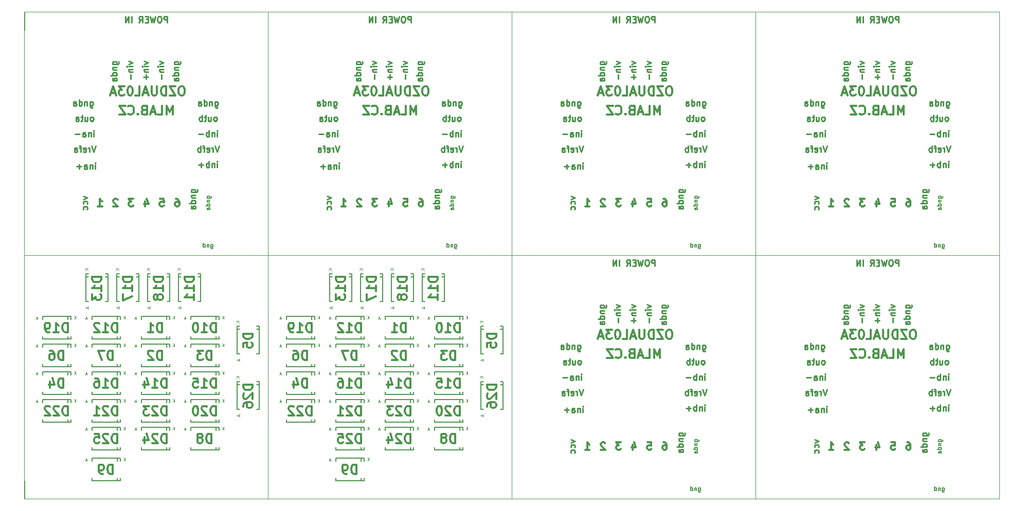
<source format=gbr>
G75*
G71*
%MOMM*%
%OFA0B0*%
%FSLAX53Y53*%
%IPPOS*%
%LPD*%
%ADD10C,0.09906*%
%ADD11C,0.30000*%
%ADD14C,0.50000*%
%ADD15C,0.30480*%
%ADD21C,0.10000*%
%ADD25C,0.15000*%
%ADD29C,0.17500*%
%ADD32C,0.25000*%
%ADD40C,0.01000*%
X0000000Y0000000D02*
G01*
D14*
D25*
X0023391Y0030044D02*
X0023391Y0029594D01*
X0023391Y0026344D02*
X0023391Y0026794D01*
X0023890Y0030044D02*
X0023890Y0029594D01*
X0019290Y0030044D02*
X0019290Y0029594D01*
X0019290Y0026344D02*
X0019290Y0026794D01*
X0023890Y0026344D02*
X0023890Y0026794D01*
X0019290Y0030044D02*
X0023890Y0030044D01*
X0019290Y0026344D02*
X0023890Y0026344D01*
X0023391Y0025472D02*
X0023391Y0025022D01*
X0023391Y0021772D02*
X0023391Y0022222D01*
X0023890Y0025472D02*
X0023890Y0025022D01*
X0019290Y0025472D02*
X0019290Y0025022D01*
X0019290Y0021772D02*
X0019290Y0022222D01*
X0023890Y0021772D02*
X0023890Y0022222D01*
X0019290Y0025472D02*
X0023890Y0025472D01*
X0019290Y0021772D02*
X0023890Y0021772D01*
X0031519Y0025472D02*
X0031519Y0025022D01*
X0031519Y0021772D02*
X0031519Y0022222D01*
X0032018Y0025472D02*
X0032018Y0025022D01*
X0027418Y0025472D02*
X0027418Y0025022D01*
X0027418Y0021772D02*
X0027418Y0022222D01*
X0032018Y0021772D02*
X0032018Y0022222D01*
X0027418Y0025472D02*
X0032018Y0025472D01*
X0027418Y0021772D02*
X0032018Y0021772D01*
X0007135Y0020900D02*
X0007135Y0020450D01*
X0007135Y0017200D02*
X0007135Y0017650D01*
X0007634Y0020900D02*
X0007634Y0020450D01*
X0003034Y0020900D02*
X0003034Y0020450D01*
X0003034Y0017200D02*
X0003034Y0017650D01*
X0007634Y0017200D02*
X0007634Y0017650D01*
X0003034Y0020900D02*
X0007634Y0020900D01*
X0003034Y0017200D02*
X0007634Y0017200D01*
X0034980Y0027963D02*
X0035430Y0027963D01*
X0038680Y0027963D02*
X0038230Y0027963D01*
X0034980Y0028462D02*
X0035430Y0028462D01*
X0034980Y0023862D02*
X0035430Y0023862D01*
X0038680Y0023862D02*
X0038230Y0023862D01*
X0038680Y0028462D02*
X0038230Y0028462D01*
X0034980Y0023862D02*
X0034980Y0028462D01*
X0038680Y0023862D02*
X0038680Y0028462D01*
X0007135Y0025472D02*
X0007135Y0025022D01*
X0007135Y0021772D02*
X0007135Y0022222D01*
X0007634Y0025472D02*
X0007634Y0025022D01*
X0003034Y0025472D02*
X0003034Y0025022D01*
X0003034Y0021772D02*
X0003034Y0022222D01*
X0007634Y0021772D02*
X0007634Y0022222D01*
X0003034Y0025472D02*
X0007634Y0025472D01*
X0003034Y0021772D02*
X0007634Y0021772D01*
X0015263Y0025472D02*
X0015263Y0025022D01*
X0015263Y0021772D02*
X0015263Y0022222D01*
X0015762Y0025472D02*
X0015762Y0025022D01*
X0011162Y0025472D02*
X0011162Y0025022D01*
X0011162Y0021772D02*
X0011162Y0022222D01*
X0015762Y0021772D02*
X0015762Y0022222D01*
X0011162Y0025472D02*
X0015762Y0025472D01*
X0011162Y0021772D02*
X0015762Y0021772D01*
X0031519Y0011756D02*
X0031519Y0011306D01*
X0031519Y0008056D02*
X0031519Y0008506D01*
X0032018Y0011756D02*
X0032018Y0011306D01*
X0027418Y0011756D02*
X0027418Y0011306D01*
X0027418Y0008056D02*
X0027418Y0008506D01*
X0032018Y0008056D02*
X0032018Y0008506D01*
X0027418Y0011756D02*
X0032018Y0011756D01*
X0027418Y0008056D02*
X0032018Y0008056D01*
X0015263Y0006676D02*
X0015263Y0006226D01*
X0015263Y0002976D02*
X0015263Y0003426D01*
X0015762Y0006676D02*
X0015762Y0006226D01*
X0011162Y0006676D02*
X0011162Y0006226D01*
X0011162Y0002976D02*
X0011162Y0003426D01*
X0015762Y0002976D02*
X0015762Y0003426D01*
X0011162Y0006676D02*
X0015762Y0006676D01*
X0011162Y0002976D02*
X0015762Y0002976D01*
X0031519Y0030044D02*
X0031519Y0029594D01*
X0031519Y0026344D02*
X0031519Y0026794D01*
X0032018Y0030044D02*
X0032018Y0029594D01*
X0027418Y0030044D02*
X0027418Y0029594D01*
X0027418Y0026344D02*
X0027418Y0026794D01*
X0032018Y0026344D02*
X0032018Y0026794D01*
X0027418Y0030044D02*
X0032018Y0030044D01*
X0027418Y0026344D02*
X0032018Y0026344D01*
X0025328Y0036599D02*
X0025778Y0036599D01*
X0029028Y0036599D02*
X0028578Y0036599D01*
X0025328Y0037098D02*
X0025778Y0037098D01*
X0025328Y0032498D02*
X0025778Y0032498D01*
X0029028Y0032498D02*
X0028578Y0032498D01*
X0029028Y0037098D02*
X0028578Y0037098D01*
X0025328Y0032498D02*
X0025328Y0037098D01*
X0029028Y0032498D02*
X0029028Y0037098D01*
X0015263Y0030044D02*
X0015263Y0029594D01*
X0015263Y0026344D02*
X0015263Y0026794D01*
X0015762Y0030044D02*
X0015762Y0029594D01*
X0011162Y0030044D02*
X0011162Y0029594D01*
X0011162Y0026344D02*
X0011162Y0026794D01*
X0015762Y0026344D02*
X0015762Y0026794D01*
X0011162Y0030044D02*
X0015762Y0030044D01*
X0011162Y0026344D02*
X0015762Y0026344D01*
X0010088Y0036599D02*
X0010538Y0036599D01*
X0013788Y0036599D02*
X0013338Y0036599D01*
X0010088Y0037098D02*
X0010538Y0037098D01*
X0010088Y0032498D02*
X0010538Y0032498D01*
X0013788Y0032498D02*
X0013338Y0032498D01*
X0013788Y0037098D02*
X0013338Y0037098D01*
X0010088Y0032498D02*
X0010088Y0037098D01*
X0013788Y0032498D02*
X0013788Y0037098D01*
X0023391Y0020900D02*
X0023391Y0020450D01*
X0023391Y0017200D02*
X0023391Y0017650D01*
X0023890Y0020900D02*
X0023890Y0020450D01*
X0019290Y0020900D02*
X0019290Y0020450D01*
X0019290Y0017200D02*
X0019290Y0017650D01*
X0023890Y0017200D02*
X0023890Y0017650D01*
X0019290Y0020900D02*
X0023890Y0020900D01*
X0019290Y0017200D02*
X0023890Y0017200D01*
X0031519Y0020900D02*
X0031519Y0020450D01*
X0031519Y0017200D02*
X0031519Y0017650D01*
X0032018Y0020900D02*
X0032018Y0020450D01*
X0027418Y0020900D02*
X0027418Y0020450D01*
X0027418Y0017200D02*
X0027418Y0017650D01*
X0032018Y0017200D02*
X0032018Y0017650D01*
X0027418Y0020900D02*
X0032018Y0020900D01*
X0027418Y0017200D02*
X0032018Y0017200D01*
X0015263Y0020900D02*
X0015263Y0020450D01*
X0015263Y0017200D02*
X0015263Y0017650D01*
X0015762Y0020900D02*
X0015762Y0020450D01*
X0011162Y0020900D02*
X0011162Y0020450D01*
X0011162Y0017200D02*
X0011162Y0017650D01*
X0015762Y0017200D02*
X0015762Y0017650D01*
X0011162Y0020900D02*
X0015762Y0020900D01*
X0011162Y0017200D02*
X0015762Y0017200D01*
X0015168Y0036599D02*
X0015618Y0036599D01*
X0018868Y0036599D02*
X0018418Y0036599D01*
X0015168Y0037098D02*
X0015618Y0037098D01*
X0015168Y0032498D02*
X0015618Y0032498D01*
X0018868Y0032498D02*
X0018418Y0032498D01*
X0018868Y0037098D02*
X0018418Y0037098D01*
X0015168Y0032498D02*
X0015168Y0037098D01*
X0018868Y0032498D02*
X0018868Y0037098D01*
X0020248Y0036599D02*
X0020698Y0036599D01*
X0023948Y0036599D02*
X0023498Y0036599D01*
X0020248Y0037098D02*
X0020698Y0037098D01*
X0020248Y0032498D02*
X0020698Y0032498D01*
X0023948Y0032498D02*
X0023498Y0032498D01*
X0023948Y0037098D02*
X0023498Y0037098D01*
X0020248Y0032498D02*
X0020248Y0037098D01*
X0023948Y0032498D02*
X0023948Y0037098D01*
X0007135Y0030044D02*
X0007135Y0029594D01*
X0007135Y0026344D02*
X0007135Y0026794D01*
X0007634Y0030044D02*
X0007634Y0029594D01*
X0003034Y0030044D02*
X0003034Y0029594D01*
X0003034Y0026344D02*
X0003034Y0026794D01*
X0007634Y0026344D02*
X0007634Y0026794D01*
X0003034Y0030044D02*
X0007634Y0030044D01*
X0003034Y0026344D02*
X0007634Y0026344D01*
X0031519Y0016328D02*
X0031519Y0015878D01*
X0031519Y0012628D02*
X0031519Y0013078D01*
X0032018Y0016328D02*
X0032018Y0015878D01*
X0027418Y0016328D02*
X0027418Y0015878D01*
X0027418Y0012628D02*
X0027418Y0013078D01*
X0032018Y0012628D02*
X0032018Y0013078D01*
X0027418Y0016328D02*
X0032018Y0016328D01*
X0027418Y0012628D02*
X0032018Y0012628D01*
X0015263Y0016328D02*
X0015263Y0015878D01*
X0015263Y0012628D02*
X0015263Y0013078D01*
X0015762Y0016328D02*
X0015762Y0015878D01*
X0011162Y0016328D02*
X0011162Y0015878D01*
X0011162Y0012628D02*
X0011162Y0013078D01*
X0015762Y0012628D02*
X0015762Y0013078D01*
X0011162Y0016328D02*
X0015762Y0016328D01*
X0011162Y0012628D02*
X0015762Y0012628D01*
X0007135Y0016328D02*
X0007135Y0015878D01*
X0007135Y0012628D02*
X0007135Y0013078D01*
X0007634Y0016328D02*
X0007634Y0015878D01*
X0003034Y0016328D02*
X0003034Y0015878D01*
X0003034Y0012628D02*
X0003034Y0013078D01*
X0007634Y0012628D02*
X0007634Y0013078D01*
X0003034Y0016328D02*
X0007634Y0016328D01*
X0003034Y0012628D02*
X0007634Y0012628D01*
X0023391Y0016328D02*
X0023391Y0015878D01*
X0023391Y0012628D02*
X0023391Y0013078D01*
X0023890Y0016328D02*
X0023890Y0015878D01*
X0019290Y0016328D02*
X0019290Y0015878D01*
X0019290Y0012628D02*
X0019290Y0013078D01*
X0023890Y0012628D02*
X0023890Y0013078D01*
X0019290Y0016328D02*
X0023890Y0016328D01*
X0019290Y0012628D02*
X0023890Y0012628D01*
X0023391Y0011756D02*
X0023391Y0011306D01*
X0023391Y0008056D02*
X0023391Y0008506D01*
X0023890Y0011756D02*
X0023890Y0011306D01*
X0019290Y0011756D02*
X0019290Y0011306D01*
X0019290Y0008056D02*
X0019290Y0008506D01*
X0023890Y0008056D02*
X0023890Y0008506D01*
X0019290Y0011756D02*
X0023890Y0011756D01*
X0019290Y0008056D02*
X0023890Y0008056D01*
X0015263Y0011756D02*
X0015263Y0011306D01*
X0015263Y0008056D02*
X0015263Y0008506D01*
X0015762Y0011756D02*
X0015762Y0011306D01*
X0011162Y0011756D02*
X0011162Y0011306D01*
X0011162Y0008056D02*
X0011162Y0008506D01*
X0015762Y0008056D02*
X0015762Y0008506D01*
X0011162Y0011756D02*
X0015762Y0011756D01*
X0011162Y0008056D02*
X0015762Y0008056D01*
X0034980Y0018819D02*
X0035430Y0018819D01*
X0038680Y0018819D02*
X0038230Y0018819D01*
X0034980Y0019318D02*
X0035430Y0019318D01*
X0034980Y0014718D02*
X0035430Y0014718D01*
X0038680Y0014718D02*
X0038230Y0014718D01*
X0038680Y0019318D02*
X0038230Y0019318D01*
X0034980Y0014718D02*
X0034980Y0019318D01*
X0038680Y0014718D02*
X0038680Y0019318D01*
D15*
X0022651Y0027492D02*
X0022651Y0029016D01*
X0022289Y0029016D01*
X0022071Y0028943D01*
X0021926Y0028798D01*
X0021853Y0028653D01*
X0021781Y0028363D01*
X0021781Y0028145D01*
X0021853Y0027855D01*
X0021926Y0027710D01*
X0022071Y0027564D01*
X0022289Y0027492D01*
X0022651Y0027492D01*
X0020329Y0027492D02*
X0021200Y0027492D01*
X0020765Y0027492D02*
X0020765Y0029016D01*
X0020910Y0028798D01*
X0021055Y0028653D01*
X0021200Y0028580D01*
D10*
X0018410Y0029711D02*
X0018171Y0029711D01*
X0018457Y0029568D02*
X0018291Y0030068D01*
X0018124Y0029568D01*
X0024721Y0029667D02*
X0024721Y0030167D01*
X0024435Y0029667D02*
X0024649Y0029953D01*
X0024435Y0030167D02*
X0024721Y0029881D01*
D15*
X0022651Y0022920D02*
X0022651Y0024444D01*
X0022289Y0024444D01*
X0022071Y0024371D01*
X0021926Y0024226D01*
X0021853Y0024081D01*
X0021781Y0023791D01*
X0021781Y0023573D01*
X0021853Y0023283D01*
X0021926Y0023138D01*
X0022071Y0022992D01*
X0022289Y0022920D01*
X0022651Y0022920D01*
X0021200Y0024299D02*
X0021127Y0024371D01*
X0020982Y0024444D01*
X0020619Y0024444D01*
X0020474Y0024371D01*
X0020402Y0024299D01*
X0020329Y0024154D01*
X0020329Y0024008D01*
X0020402Y0023791D01*
X0021273Y0022920D01*
X0020329Y0022920D01*
D10*
X0018410Y0025139D02*
X0018171Y0025139D01*
X0018457Y0024996D02*
X0018291Y0025496D01*
X0018124Y0024996D01*
X0024721Y0025095D02*
X0024721Y0025595D01*
X0024435Y0025095D02*
X0024649Y0025381D01*
X0024435Y0025595D02*
X0024721Y0025309D01*
D15*
X0030779Y0022920D02*
X0030779Y0024444D01*
X0030417Y0024444D01*
X0030199Y0024371D01*
X0030054Y0024226D01*
X0029981Y0024081D01*
X0029909Y0023791D01*
X0029909Y0023573D01*
X0029981Y0023283D01*
X0030054Y0023138D01*
X0030199Y0022992D01*
X0030417Y0022920D01*
X0030779Y0022920D01*
X0029401Y0024444D02*
X0028457Y0024444D01*
X0028965Y0023863D01*
X0028747Y0023863D01*
X0028602Y0023791D01*
X0028530Y0023718D01*
X0028457Y0023573D01*
X0028457Y0023210D01*
X0028530Y0023065D01*
X0028602Y0022992D01*
X0028747Y0022920D01*
X0029183Y0022920D01*
X0029328Y0022992D01*
X0029401Y0023065D01*
D10*
X0026538Y0025139D02*
X0026299Y0025139D01*
X0026585Y0024996D02*
X0026419Y0025496D01*
X0026252Y0024996D01*
X0032849Y0025095D02*
X0032849Y0025595D01*
X0032563Y0025095D02*
X0032777Y0025381D01*
X0032563Y0025595D02*
X0032849Y0025309D01*
D15*
X0006395Y0018348D02*
X0006395Y0019872D01*
X0006033Y0019872D01*
X0005815Y0019799D01*
X0005670Y0019654D01*
X0005597Y0019509D01*
X0005525Y0019219D01*
X0005525Y0019001D01*
X0005597Y0018711D01*
X0005670Y0018566D01*
X0005815Y0018420D01*
X0006033Y0018348D01*
X0006395Y0018348D01*
X0004218Y0019364D02*
X0004218Y0018348D01*
X0004581Y0019944D02*
X0004944Y0018856D01*
X0004001Y0018856D01*
D10*
X0002154Y0020567D02*
X0001915Y0020567D01*
X0002201Y0020424D02*
X0002035Y0020924D01*
X0001868Y0020424D01*
X0008465Y0020523D02*
X0008465Y0021023D01*
X0008179Y0020523D02*
X0008393Y0020809D01*
X0008179Y0021023D02*
X0008465Y0020737D01*
D15*
X0037532Y0027223D02*
X0036008Y0027223D01*
X0036008Y0026861D01*
X0036081Y0026643D01*
X0036226Y0026498D01*
X0036371Y0026425D01*
X0036661Y0026353D01*
X0036879Y0026353D01*
X0037169Y0026425D01*
X0037314Y0026498D01*
X0037460Y0026643D01*
X0037532Y0026861D01*
X0037532Y0027223D01*
X0036008Y0024974D02*
X0036008Y0025699D01*
X0036734Y0025772D01*
X0036661Y0025699D01*
X0036589Y0025554D01*
X0036589Y0025191D01*
X0036661Y0025046D01*
X0036734Y0024974D01*
X0036879Y0024901D01*
X0037242Y0024901D01*
X0037387Y0024974D01*
X0037460Y0025046D01*
X0037532Y0025191D01*
X0037532Y0025554D01*
X0037460Y0025699D01*
X0037387Y0025772D01*
D10*
X0035313Y0022982D02*
X0035313Y0022743D01*
X0035456Y0023029D02*
X0034956Y0022863D01*
X0035456Y0022696D01*
X0035357Y0029293D02*
X0034857Y0029293D01*
X0035357Y0029007D02*
X0035071Y0029221D01*
X0034857Y0029007D02*
X0035143Y0029293D01*
D15*
X0006395Y0022920D02*
X0006395Y0024444D01*
X0006033Y0024444D01*
X0005815Y0024371D01*
X0005670Y0024226D01*
X0005597Y0024081D01*
X0005525Y0023791D01*
X0005525Y0023573D01*
X0005597Y0023283D01*
X0005670Y0023138D01*
X0005815Y0022992D01*
X0006033Y0022920D01*
X0006395Y0022920D01*
X0004218Y0024444D02*
X0004509Y0024444D01*
X0004654Y0024371D01*
X0004726Y0024299D01*
X0004871Y0024081D01*
X0004944Y0023791D01*
X0004944Y0023210D01*
X0004871Y0023065D01*
X0004799Y0022992D01*
X0004654Y0022920D01*
X0004363Y0022920D01*
X0004218Y0022992D01*
X0004146Y0023065D01*
X0004073Y0023210D01*
X0004073Y0023573D01*
X0004146Y0023718D01*
X0004218Y0023791D01*
X0004363Y0023863D01*
X0004654Y0023863D01*
X0004799Y0023791D01*
X0004871Y0023718D01*
X0004944Y0023573D01*
D10*
X0002154Y0025139D02*
X0001915Y0025139D01*
X0002201Y0024996D02*
X0002035Y0025496D01*
X0001868Y0024996D01*
X0008465Y0025095D02*
X0008465Y0025595D01*
X0008179Y0025095D02*
X0008393Y0025381D01*
X0008179Y0025595D02*
X0008465Y0025309D01*
D15*
X0014523Y0022920D02*
X0014523Y0024444D01*
X0014161Y0024444D01*
X0013943Y0024371D01*
X0013798Y0024226D01*
X0013725Y0024081D01*
X0013653Y0023791D01*
X0013653Y0023573D01*
X0013725Y0023283D01*
X0013798Y0023138D01*
X0013943Y0022992D01*
X0014161Y0022920D01*
X0014523Y0022920D01*
X0013145Y0024444D02*
X0012129Y0024444D01*
X0012782Y0022920D01*
D10*
X0010282Y0025139D02*
X0010043Y0025139D01*
X0010329Y0024996D02*
X0010163Y0025496D01*
X0009996Y0024996D01*
X0016593Y0025095D02*
X0016593Y0025595D01*
X0016307Y0025095D02*
X0016521Y0025381D01*
X0016307Y0025595D02*
X0016593Y0025309D01*
D15*
X0030779Y0009204D02*
X0030779Y0010728D01*
X0030417Y0010728D01*
X0030199Y0010655D01*
X0030054Y0010510D01*
X0029981Y0010365D01*
X0029909Y0010075D01*
X0029909Y0009857D01*
X0029981Y0009567D01*
X0030054Y0009422D01*
X0030199Y0009276D01*
X0030417Y0009204D01*
X0030779Y0009204D01*
X0029038Y0010075D02*
X0029183Y0010147D01*
X0029255Y0010220D01*
X0029328Y0010365D01*
X0029328Y0010438D01*
X0029255Y0010583D01*
X0029183Y0010655D01*
X0029038Y0010728D01*
X0028747Y0010728D01*
X0028602Y0010655D01*
X0028530Y0010583D01*
X0028457Y0010438D01*
X0028457Y0010365D01*
X0028530Y0010220D01*
X0028602Y0010147D01*
X0028747Y0010075D01*
X0029038Y0010075D01*
X0029183Y0010002D01*
X0029255Y0009930D01*
X0029328Y0009784D01*
X0029328Y0009494D01*
X0029255Y0009349D01*
X0029183Y0009276D01*
X0029038Y0009204D01*
X0028747Y0009204D01*
X0028602Y0009276D01*
X0028530Y0009349D01*
X0028457Y0009494D01*
X0028457Y0009784D01*
X0028530Y0009930D01*
X0028602Y0010002D01*
X0028747Y0010075D01*
D10*
X0026538Y0011423D02*
X0026299Y0011423D01*
X0026585Y0011280D02*
X0026419Y0011780D01*
X0026252Y0011280D01*
X0032849Y0011379D02*
X0032849Y0011879D01*
X0032563Y0011379D02*
X0032777Y0011665D01*
X0032563Y0011879D02*
X0032849Y0011593D01*
D15*
X0014523Y0004124D02*
X0014523Y0005648D01*
X0014161Y0005648D01*
X0013943Y0005575D01*
X0013798Y0005430D01*
X0013725Y0005285D01*
X0013653Y0004995D01*
X0013653Y0004777D01*
X0013725Y0004487D01*
X0013798Y0004342D01*
X0013943Y0004196D01*
X0014161Y0004124D01*
X0014523Y0004124D01*
X0012927Y0004124D02*
X0012637Y0004124D01*
X0012491Y0004196D01*
X0012419Y0004269D01*
X0012274Y0004487D01*
X0012201Y0004777D01*
X0012201Y0005358D01*
X0012274Y0005503D01*
X0012346Y0005575D01*
X0012491Y0005648D01*
X0012782Y0005648D01*
X0012927Y0005575D01*
X0012999Y0005503D01*
X0013072Y0005358D01*
X0013072Y0004995D01*
X0012999Y0004850D01*
X0012927Y0004777D01*
X0012782Y0004704D01*
X0012491Y0004704D01*
X0012346Y0004777D01*
X0012274Y0004850D01*
X0012201Y0004995D01*
D10*
X0010282Y0006343D02*
X0010043Y0006343D01*
X0010329Y0006200D02*
X0010163Y0006700D01*
X0009996Y0006200D01*
X0016593Y0006299D02*
X0016593Y0006799D01*
X0016307Y0006299D02*
X0016521Y0006585D01*
X0016307Y0006799D02*
X0016593Y0006513D01*
D15*
X0031505Y0027492D02*
X0031505Y0029016D01*
X0031142Y0029016D01*
X0030925Y0028943D01*
X0030779Y0028798D01*
X0030707Y0028653D01*
X0030634Y0028363D01*
X0030634Y0028145D01*
X0030707Y0027855D01*
X0030779Y0027710D01*
X0030925Y0027564D01*
X0031142Y0027492D01*
X0031505Y0027492D01*
X0029183Y0027492D02*
X0030054Y0027492D01*
X0029618Y0027492D02*
X0029618Y0029016D01*
X0029763Y0028798D01*
X0029909Y0028653D01*
X0030054Y0028580D01*
X0028239Y0029016D02*
X0028094Y0029016D01*
X0027949Y0028943D01*
X0027877Y0028871D01*
X0027804Y0028726D01*
X0027731Y0028435D01*
X0027731Y0028072D01*
X0027804Y0027782D01*
X0027877Y0027637D01*
X0027949Y0027564D01*
X0028094Y0027492D01*
X0028239Y0027492D01*
X0028385Y0027564D01*
X0028457Y0027637D01*
X0028530Y0027782D01*
X0028602Y0028072D01*
X0028602Y0028435D01*
X0028530Y0028726D01*
X0028457Y0028871D01*
X0028385Y0028943D01*
X0028239Y0029016D01*
D10*
X0026538Y0029711D02*
X0026299Y0029711D01*
X0026585Y0029568D02*
X0026419Y0030068D01*
X0026252Y0029568D01*
X0032849Y0029667D02*
X0032849Y0030167D01*
X0032563Y0029667D02*
X0032777Y0029953D01*
X0032563Y0030167D02*
X0032849Y0029881D01*
D15*
X0027880Y0036585D02*
X0026356Y0036585D01*
X0026356Y0036222D01*
X0026429Y0036005D01*
X0026574Y0035859D01*
X0026719Y0035787D01*
X0027009Y0035714D01*
X0027227Y0035714D01*
X0027517Y0035787D01*
X0027662Y0035859D01*
X0027808Y0036005D01*
X0027880Y0036222D01*
X0027880Y0036585D01*
X0027880Y0034263D02*
X0027880Y0035134D01*
X0027880Y0034698D02*
X0026356Y0034698D01*
X0026574Y0034843D01*
X0026719Y0034989D01*
X0026792Y0035134D01*
X0027880Y0032811D02*
X0027880Y0033682D01*
X0027880Y0033247D02*
X0026356Y0033247D01*
X0026574Y0033392D01*
X0026719Y0033537D01*
X0026792Y0033682D01*
D10*
X0025661Y0031618D02*
X0025661Y0031379D01*
X0025804Y0031665D02*
X0025304Y0031499D01*
X0025804Y0031332D01*
X0025705Y0037929D02*
X0025205Y0037929D01*
X0025705Y0037643D02*
X0025419Y0037857D01*
X0025205Y0037643D02*
X0025491Y0037929D01*
D15*
X0015249Y0027492D02*
X0015249Y0029016D01*
X0014886Y0029016D01*
X0014669Y0028943D01*
X0014523Y0028798D01*
X0014451Y0028653D01*
X0014378Y0028363D01*
X0014378Y0028145D01*
X0014451Y0027855D01*
X0014523Y0027710D01*
X0014669Y0027564D01*
X0014886Y0027492D01*
X0015249Y0027492D01*
X0012927Y0027492D02*
X0013798Y0027492D01*
X0013362Y0027492D02*
X0013362Y0029016D01*
X0013507Y0028798D01*
X0013653Y0028653D01*
X0013798Y0028580D01*
X0012346Y0028871D02*
X0012274Y0028943D01*
X0012129Y0029016D01*
X0011766Y0029016D01*
X0011621Y0028943D01*
X0011548Y0028871D01*
X0011475Y0028726D01*
X0011475Y0028580D01*
X0011548Y0028363D01*
X0012419Y0027492D01*
X0011475Y0027492D01*
D10*
X0010282Y0029711D02*
X0010043Y0029711D01*
X0010329Y0029568D02*
X0010163Y0030068D01*
X0009996Y0029568D01*
X0016593Y0029667D02*
X0016593Y0030167D01*
X0016307Y0029667D02*
X0016521Y0029953D01*
X0016307Y0030167D02*
X0016593Y0029881D01*
D15*
X0012640Y0036585D02*
X0011116Y0036585D01*
X0011116Y0036222D01*
X0011189Y0036005D01*
X0011334Y0035859D01*
X0011479Y0035787D01*
X0011769Y0035714D01*
X0011987Y0035714D01*
X0012277Y0035787D01*
X0012422Y0035859D01*
X0012568Y0036005D01*
X0012640Y0036222D01*
X0012640Y0036585D01*
X0012640Y0034263D02*
X0012640Y0035134D01*
X0012640Y0034698D02*
X0011116Y0034698D01*
X0011334Y0034843D01*
X0011479Y0034989D01*
X0011552Y0035134D01*
X0011116Y0033755D02*
X0011116Y0032811D01*
X0011697Y0033319D01*
X0011697Y0033102D01*
X0011769Y0032957D01*
X0011842Y0032884D01*
X0011987Y0032811D01*
X0012350Y0032811D01*
X0012495Y0032884D01*
X0012568Y0032957D01*
X0012640Y0033102D01*
X0012640Y0033537D01*
X0012568Y0033682D01*
X0012495Y0033755D01*
D10*
X0010421Y0031618D02*
X0010421Y0031379D01*
X0010564Y0031665D02*
X0010064Y0031499D01*
X0010564Y0031332D01*
X0010465Y0037929D02*
X0009965Y0037929D01*
X0010465Y0037643D02*
X0010179Y0037857D01*
X0009965Y0037643D02*
X0010251Y0037929D01*
D15*
X0023377Y0018348D02*
X0023377Y0019872D01*
X0023014Y0019872D01*
X0022797Y0019799D01*
X0022651Y0019654D01*
X0022579Y0019509D01*
X0022506Y0019219D01*
X0022506Y0019001D01*
X0022579Y0018711D01*
X0022651Y0018566D01*
X0022797Y0018420D01*
X0023014Y0018348D01*
X0023377Y0018348D01*
X0021055Y0018348D02*
X0021926Y0018348D01*
X0021490Y0018348D02*
X0021490Y0019872D01*
X0021635Y0019654D01*
X0021781Y0019509D01*
X0021926Y0019436D01*
X0019749Y0019364D02*
X0019749Y0018348D01*
X0020111Y0019944D02*
X0020474Y0018856D01*
X0019531Y0018856D01*
D10*
X0018410Y0020567D02*
X0018171Y0020567D01*
X0018457Y0020424D02*
X0018291Y0020924D01*
X0018124Y0020424D01*
X0024721Y0020523D02*
X0024721Y0021023D01*
X0024435Y0020523D02*
X0024649Y0020809D01*
X0024435Y0021023D02*
X0024721Y0020737D01*
D15*
X0031505Y0018348D02*
X0031505Y0019872D01*
X0031142Y0019872D01*
X0030925Y0019799D01*
X0030779Y0019654D01*
X0030707Y0019509D01*
X0030634Y0019219D01*
X0030634Y0019001D01*
X0030707Y0018711D01*
X0030779Y0018566D01*
X0030925Y0018420D01*
X0031142Y0018348D01*
X0031505Y0018348D01*
X0029183Y0018348D02*
X0030054Y0018348D01*
X0029618Y0018348D02*
X0029618Y0019872D01*
X0029763Y0019654D01*
X0029909Y0019509D01*
X0030054Y0019436D01*
X0027804Y0019872D02*
X0028530Y0019872D01*
X0028602Y0019146D01*
X0028530Y0019219D01*
X0028385Y0019291D01*
X0028022Y0019291D01*
X0027877Y0019219D01*
X0027804Y0019146D01*
X0027731Y0019001D01*
X0027731Y0018638D01*
X0027804Y0018493D01*
X0027877Y0018420D01*
X0028022Y0018348D01*
X0028385Y0018348D01*
X0028530Y0018420D01*
X0028602Y0018493D01*
D10*
X0026538Y0020567D02*
X0026299Y0020567D01*
X0026585Y0020424D02*
X0026419Y0020924D01*
X0026252Y0020424D01*
X0032849Y0020523D02*
X0032849Y0021023D01*
X0032563Y0020523D02*
X0032777Y0020809D01*
X0032563Y0021023D02*
X0032849Y0020737D01*
D15*
X0015249Y0018348D02*
X0015249Y0019872D01*
X0014886Y0019872D01*
X0014669Y0019799D01*
X0014523Y0019654D01*
X0014451Y0019509D01*
X0014378Y0019219D01*
X0014378Y0019001D01*
X0014451Y0018711D01*
X0014523Y0018566D01*
X0014669Y0018420D01*
X0014886Y0018348D01*
X0015249Y0018348D01*
X0012927Y0018348D02*
X0013798Y0018348D01*
X0013362Y0018348D02*
X0013362Y0019872D01*
X0013507Y0019654D01*
X0013653Y0019509D01*
X0013798Y0019436D01*
X0011621Y0019872D02*
X0011911Y0019872D01*
X0012056Y0019799D01*
X0012129Y0019727D01*
X0012274Y0019509D01*
X0012346Y0019219D01*
X0012346Y0018638D01*
X0012274Y0018493D01*
X0012201Y0018420D01*
X0012056Y0018348D01*
X0011766Y0018348D01*
X0011621Y0018420D01*
X0011548Y0018493D01*
X0011475Y0018638D01*
X0011475Y0019001D01*
X0011548Y0019146D01*
X0011621Y0019219D01*
X0011766Y0019291D01*
X0012056Y0019291D01*
X0012201Y0019219D01*
X0012274Y0019146D01*
X0012346Y0019001D01*
D10*
X0010282Y0020567D02*
X0010043Y0020567D01*
X0010329Y0020424D02*
X0010163Y0020924D01*
X0009996Y0020424D01*
X0016593Y0020523D02*
X0016593Y0021023D01*
X0016307Y0020523D02*
X0016521Y0020809D01*
X0016307Y0021023D02*
X0016593Y0020737D01*
D15*
X0017720Y0036585D02*
X0016196Y0036585D01*
X0016196Y0036222D01*
X0016269Y0036005D01*
X0016414Y0035859D01*
X0016559Y0035787D01*
X0016849Y0035714D01*
X0017067Y0035714D01*
X0017357Y0035787D01*
X0017502Y0035859D01*
X0017648Y0036005D01*
X0017720Y0036222D01*
X0017720Y0036585D01*
X0017720Y0034263D02*
X0017720Y0035134D01*
X0017720Y0034698D02*
X0016196Y0034698D01*
X0016414Y0034843D01*
X0016559Y0034989D01*
X0016632Y0035134D01*
X0016196Y0033755D02*
X0016196Y0032739D01*
X0017720Y0033392D01*
D10*
X0015501Y0031618D02*
X0015501Y0031379D01*
X0015644Y0031665D02*
X0015144Y0031499D01*
X0015644Y0031332D01*
X0015545Y0037929D02*
X0015045Y0037929D01*
X0015545Y0037643D02*
X0015259Y0037857D01*
X0015045Y0037643D02*
X0015331Y0037929D01*
D15*
X0022800Y0036585D02*
X0021276Y0036585D01*
X0021276Y0036222D01*
X0021349Y0036005D01*
X0021494Y0035859D01*
X0021639Y0035787D01*
X0021929Y0035714D01*
X0022147Y0035714D01*
X0022437Y0035787D01*
X0022582Y0035859D01*
X0022728Y0036005D01*
X0022800Y0036222D01*
X0022800Y0036585D01*
X0022800Y0034263D02*
X0022800Y0035134D01*
X0022800Y0034698D02*
X0021276Y0034698D01*
X0021494Y0034843D01*
X0021639Y0034989D01*
X0021712Y0035134D01*
X0021929Y0033392D02*
X0021857Y0033537D01*
X0021784Y0033610D01*
X0021639Y0033682D01*
X0021566Y0033682D01*
X0021421Y0033610D01*
X0021349Y0033537D01*
X0021276Y0033392D01*
X0021276Y0033102D01*
X0021349Y0032957D01*
X0021421Y0032884D01*
X0021566Y0032811D01*
X0021639Y0032811D01*
X0021784Y0032884D01*
X0021857Y0032957D01*
X0021929Y0033102D01*
X0021929Y0033392D01*
X0022002Y0033537D01*
X0022074Y0033610D01*
X0022220Y0033682D01*
X0022510Y0033682D01*
X0022655Y0033610D01*
X0022728Y0033537D01*
X0022800Y0033392D01*
X0022800Y0033102D01*
X0022728Y0032957D01*
X0022655Y0032884D01*
X0022510Y0032811D01*
X0022220Y0032811D01*
X0022074Y0032884D01*
X0022002Y0032957D01*
X0021929Y0033102D01*
D10*
X0020581Y0031618D02*
X0020581Y0031379D01*
X0020724Y0031665D02*
X0020224Y0031499D01*
X0020724Y0031332D01*
X0020625Y0037929D02*
X0020125Y0037929D01*
X0020625Y0037643D02*
X0020339Y0037857D01*
X0020125Y0037643D02*
X0020411Y0037929D01*
D15*
X0007121Y0027492D02*
X0007121Y0029016D01*
X0006758Y0029016D01*
X0006541Y0028943D01*
X0006395Y0028798D01*
X0006323Y0028653D01*
X0006250Y0028363D01*
X0006250Y0028145D01*
X0006323Y0027855D01*
X0006395Y0027710D01*
X0006541Y0027564D01*
X0006758Y0027492D01*
X0007121Y0027492D01*
X0004799Y0027492D02*
X0005670Y0027492D01*
X0005234Y0027492D02*
X0005234Y0029016D01*
X0005379Y0028798D01*
X0005525Y0028653D01*
X0005670Y0028580D01*
X0004073Y0027492D02*
X0003783Y0027492D01*
X0003638Y0027564D01*
X0003565Y0027637D01*
X0003420Y0027855D01*
X0003347Y0028145D01*
X0003347Y0028726D01*
X0003420Y0028871D01*
X0003493Y0028943D01*
X0003638Y0029016D01*
X0003928Y0029016D01*
X0004073Y0028943D01*
X0004146Y0028871D01*
X0004218Y0028726D01*
X0004218Y0028363D01*
X0004146Y0028218D01*
X0004073Y0028145D01*
X0003928Y0028072D01*
X0003638Y0028072D01*
X0003493Y0028145D01*
X0003420Y0028218D01*
X0003347Y0028363D01*
D10*
X0002154Y0029711D02*
X0001915Y0029711D01*
X0002201Y0029568D02*
X0002035Y0030068D01*
X0001868Y0029568D01*
X0008465Y0029667D02*
X0008465Y0030167D01*
X0008179Y0029667D02*
X0008393Y0029953D01*
X0008179Y0030167D02*
X0008465Y0029881D01*
D15*
X0031505Y0013776D02*
X0031505Y0015300D01*
X0031142Y0015300D01*
X0030925Y0015227D01*
X0030779Y0015082D01*
X0030707Y0014937D01*
X0030634Y0014647D01*
X0030634Y0014429D01*
X0030707Y0014139D01*
X0030779Y0013994D01*
X0030925Y0013848D01*
X0031142Y0013776D01*
X0031505Y0013776D01*
X0030054Y0015155D02*
X0029981Y0015227D01*
X0029836Y0015300D01*
X0029473Y0015300D01*
X0029328Y0015227D01*
X0029255Y0015155D01*
X0029183Y0015010D01*
X0029183Y0014864D01*
X0029255Y0014647D01*
X0030126Y0013776D01*
X0029183Y0013776D01*
X0028239Y0015300D02*
X0028094Y0015300D01*
X0027949Y0015227D01*
X0027877Y0015155D01*
X0027804Y0015010D01*
X0027731Y0014719D01*
X0027731Y0014356D01*
X0027804Y0014066D01*
X0027877Y0013921D01*
X0027949Y0013848D01*
X0028094Y0013776D01*
X0028239Y0013776D01*
X0028385Y0013848D01*
X0028457Y0013921D01*
X0028530Y0014066D01*
X0028602Y0014356D01*
X0028602Y0014719D01*
X0028530Y0015010D01*
X0028457Y0015155D01*
X0028385Y0015227D01*
X0028239Y0015300D01*
D10*
X0026538Y0015995D02*
X0026299Y0015995D01*
X0026585Y0015852D02*
X0026419Y0016352D01*
X0026252Y0015852D01*
X0032849Y0015951D02*
X0032849Y0016451D01*
X0032563Y0015951D02*
X0032777Y0016237D01*
X0032563Y0016451D02*
X0032849Y0016165D01*
D15*
X0015249Y0013776D02*
X0015249Y0015300D01*
X0014886Y0015300D01*
X0014669Y0015227D01*
X0014523Y0015082D01*
X0014451Y0014937D01*
X0014378Y0014647D01*
X0014378Y0014429D01*
X0014451Y0014139D01*
X0014523Y0013994D01*
X0014669Y0013848D01*
X0014886Y0013776D01*
X0015249Y0013776D01*
X0013798Y0015155D02*
X0013725Y0015227D01*
X0013580Y0015300D01*
X0013217Y0015300D01*
X0013072Y0015227D01*
X0012999Y0015155D01*
X0012927Y0015010D01*
X0012927Y0014864D01*
X0012999Y0014647D01*
X0013870Y0013776D01*
X0012927Y0013776D01*
X0011475Y0013776D02*
X0012346Y0013776D01*
X0011911Y0013776D02*
X0011911Y0015300D01*
X0012056Y0015082D01*
X0012201Y0014937D01*
X0012346Y0014864D01*
D10*
X0010282Y0015995D02*
X0010043Y0015995D01*
X0010329Y0015852D02*
X0010163Y0016352D01*
X0009996Y0015852D01*
X0016593Y0015951D02*
X0016593Y0016451D01*
X0016307Y0015951D02*
X0016521Y0016237D01*
X0016307Y0016451D02*
X0016593Y0016165D01*
D15*
X0007121Y0013776D02*
X0007121Y0015300D01*
X0006758Y0015300D01*
X0006541Y0015227D01*
X0006395Y0015082D01*
X0006323Y0014937D01*
X0006250Y0014647D01*
X0006250Y0014429D01*
X0006323Y0014139D01*
X0006395Y0013994D01*
X0006541Y0013848D01*
X0006758Y0013776D01*
X0007121Y0013776D01*
X0005670Y0015155D02*
X0005597Y0015227D01*
X0005452Y0015300D01*
X0005089Y0015300D01*
X0004944Y0015227D01*
X0004871Y0015155D01*
X0004799Y0015010D01*
X0004799Y0014864D01*
X0004871Y0014647D01*
X0005742Y0013776D01*
X0004799Y0013776D01*
X0004218Y0015155D02*
X0004146Y0015227D01*
X0004001Y0015300D01*
X0003638Y0015300D01*
X0003493Y0015227D01*
X0003420Y0015155D01*
X0003347Y0015010D01*
X0003347Y0014864D01*
X0003420Y0014647D01*
X0004291Y0013776D01*
X0003347Y0013776D01*
D10*
X0002154Y0015995D02*
X0001915Y0015995D01*
X0002201Y0015852D02*
X0002035Y0016352D01*
X0001868Y0015852D01*
X0008465Y0015951D02*
X0008465Y0016451D01*
X0008179Y0015951D02*
X0008393Y0016237D01*
X0008179Y0016451D02*
X0008465Y0016165D01*
D15*
X0023377Y0013776D02*
X0023377Y0015300D01*
X0023014Y0015300D01*
X0022797Y0015227D01*
X0022651Y0015082D01*
X0022579Y0014937D01*
X0022506Y0014647D01*
X0022506Y0014429D01*
X0022579Y0014139D01*
X0022651Y0013994D01*
X0022797Y0013848D01*
X0023014Y0013776D01*
X0023377Y0013776D01*
X0021926Y0015155D02*
X0021853Y0015227D01*
X0021708Y0015300D01*
X0021345Y0015300D01*
X0021200Y0015227D01*
X0021127Y0015155D01*
X0021055Y0015010D01*
X0021055Y0014864D01*
X0021127Y0014647D01*
X0021998Y0013776D01*
X0021055Y0013776D01*
X0020547Y0015300D02*
X0019603Y0015300D01*
X0020111Y0014719D01*
X0019894Y0014719D01*
X0019749Y0014647D01*
X0019676Y0014574D01*
X0019603Y0014429D01*
X0019603Y0014066D01*
X0019676Y0013921D01*
X0019749Y0013848D01*
X0019894Y0013776D01*
X0020329Y0013776D01*
X0020474Y0013848D01*
X0020547Y0013921D01*
D10*
X0018410Y0015995D02*
X0018171Y0015995D01*
X0018457Y0015852D02*
X0018291Y0016352D01*
X0018124Y0015852D01*
X0024721Y0015951D02*
X0024721Y0016451D01*
X0024435Y0015951D02*
X0024649Y0016237D01*
X0024435Y0016451D02*
X0024721Y0016165D01*
D15*
X0023377Y0009204D02*
X0023377Y0010728D01*
X0023014Y0010728D01*
X0022797Y0010655D01*
X0022651Y0010510D01*
X0022579Y0010365D01*
X0022506Y0010075D01*
X0022506Y0009857D01*
X0022579Y0009567D01*
X0022651Y0009422D01*
X0022797Y0009276D01*
X0023014Y0009204D01*
X0023377Y0009204D01*
X0021926Y0010583D02*
X0021853Y0010655D01*
X0021708Y0010728D01*
X0021345Y0010728D01*
X0021200Y0010655D01*
X0021127Y0010583D01*
X0021055Y0010438D01*
X0021055Y0010292D01*
X0021127Y0010075D01*
X0021998Y0009204D01*
X0021055Y0009204D01*
X0019749Y0010220D02*
X0019749Y0009204D01*
X0020111Y0010800D02*
X0020474Y0009712D01*
X0019531Y0009712D01*
D10*
X0018410Y0011423D02*
X0018171Y0011423D01*
X0018457Y0011280D02*
X0018291Y0011780D01*
X0018124Y0011280D01*
X0024721Y0011379D02*
X0024721Y0011879D01*
X0024435Y0011379D02*
X0024649Y0011665D01*
X0024435Y0011879D02*
X0024721Y0011593D01*
D15*
X0015249Y0009204D02*
X0015249Y0010728D01*
X0014886Y0010728D01*
X0014669Y0010655D01*
X0014523Y0010510D01*
X0014451Y0010365D01*
X0014378Y0010075D01*
X0014378Y0009857D01*
X0014451Y0009567D01*
X0014523Y0009422D01*
X0014669Y0009276D01*
X0014886Y0009204D01*
X0015249Y0009204D01*
X0013798Y0010583D02*
X0013725Y0010655D01*
X0013580Y0010728D01*
X0013217Y0010728D01*
X0013072Y0010655D01*
X0012999Y0010583D01*
X0012927Y0010438D01*
X0012927Y0010292D01*
X0012999Y0010075D01*
X0013870Y0009204D01*
X0012927Y0009204D01*
X0011548Y0010728D02*
X0012274Y0010728D01*
X0012346Y0010002D01*
X0012274Y0010075D01*
X0012129Y0010147D01*
X0011766Y0010147D01*
X0011621Y0010075D01*
X0011548Y0010002D01*
X0011475Y0009857D01*
X0011475Y0009494D01*
X0011548Y0009349D01*
X0011621Y0009276D01*
X0011766Y0009204D01*
X0012129Y0009204D01*
X0012274Y0009276D01*
X0012346Y0009349D01*
D10*
X0010282Y0011423D02*
X0010043Y0011423D01*
X0010329Y0011280D02*
X0010163Y0011780D01*
X0009996Y0011280D01*
X0016593Y0011379D02*
X0016593Y0011879D01*
X0016307Y0011379D02*
X0016521Y0011665D01*
X0016307Y0011879D02*
X0016593Y0011593D01*
D15*
X0037532Y0018805D02*
X0036008Y0018805D01*
X0036008Y0018442D01*
X0036081Y0018225D01*
X0036226Y0018079D01*
X0036371Y0018007D01*
X0036661Y0017934D01*
X0036879Y0017934D01*
X0037169Y0018007D01*
X0037314Y0018079D01*
X0037460Y0018225D01*
X0037532Y0018442D01*
X0037532Y0018805D01*
X0036153Y0017354D02*
X0036081Y0017281D01*
X0036008Y0017136D01*
X0036008Y0016773D01*
X0036081Y0016628D01*
X0036153Y0016555D01*
X0036298Y0016483D01*
X0036444Y0016483D01*
X0036661Y0016555D01*
X0037532Y0017426D01*
X0037532Y0016483D01*
X0036008Y0015177D02*
X0036008Y0015467D01*
X0036081Y0015612D01*
X0036153Y0015685D01*
X0036371Y0015830D01*
X0036661Y0015902D01*
X0037242Y0015902D01*
X0037387Y0015830D01*
X0037460Y0015757D01*
X0037532Y0015612D01*
X0037532Y0015322D01*
X0037460Y0015177D01*
X0037387Y0015104D01*
X0037242Y0015031D01*
X0036879Y0015031D01*
X0036734Y0015104D01*
X0036661Y0015177D01*
X0036589Y0015322D01*
X0036589Y0015612D01*
X0036661Y0015757D01*
X0036734Y0015830D01*
X0036879Y0015902D01*
D10*
X0035313Y0013838D02*
X0035313Y0013599D01*
X0035456Y0013885D02*
X0034956Y0013719D01*
X0035456Y0013552D01*
X0035357Y0020149D02*
X0034857Y0020149D01*
X0035357Y0019863D02*
X0035071Y0020077D01*
X0034857Y0019863D02*
X0035143Y0020149D01*
D40*
X0000000Y0000000D02*
G01*
D40*
D40*
X0000000Y0000000D02*
X0000000Y0040132D01*
X0040132Y0000000D02*
X0000000Y0000000D01*
X0040132Y0040132D02*
X0040132Y0000000D01*
X0000000Y0040132D02*
X0040132Y0040132D01*
X0040130Y0000000D02*
G01*
D14*
D25*
X0063521Y0030044D02*
X0063521Y0029594D01*
X0063521Y0026344D02*
X0063521Y0026794D01*
X0064020Y0030044D02*
X0064020Y0029594D01*
X0059420Y0030044D02*
X0059420Y0029594D01*
X0059420Y0026344D02*
X0059420Y0026794D01*
X0064020Y0026344D02*
X0064020Y0026794D01*
X0059420Y0030044D02*
X0064020Y0030044D01*
X0059420Y0026344D02*
X0064020Y0026344D01*
X0063521Y0025472D02*
X0063521Y0025022D01*
X0063521Y0021772D02*
X0063521Y0022222D01*
X0064020Y0025472D02*
X0064020Y0025022D01*
X0059420Y0025472D02*
X0059420Y0025022D01*
X0059420Y0021772D02*
X0059420Y0022222D01*
X0064020Y0021772D02*
X0064020Y0022222D01*
X0059420Y0025472D02*
X0064020Y0025472D01*
X0059420Y0021772D02*
X0064020Y0021772D01*
X0071649Y0025472D02*
X0071649Y0025022D01*
X0071649Y0021772D02*
X0071649Y0022222D01*
X0072148Y0025472D02*
X0072148Y0025022D01*
X0067548Y0025472D02*
X0067548Y0025022D01*
X0067548Y0021772D02*
X0067548Y0022222D01*
X0072148Y0021772D02*
X0072148Y0022222D01*
X0067548Y0025472D02*
X0072148Y0025472D01*
X0067548Y0021772D02*
X0072148Y0021772D01*
X0047265Y0020900D02*
X0047265Y0020450D01*
X0047265Y0017200D02*
X0047265Y0017650D01*
X0047764Y0020900D02*
X0047764Y0020450D01*
X0043164Y0020900D02*
X0043164Y0020450D01*
X0043164Y0017200D02*
X0043164Y0017650D01*
X0047764Y0017200D02*
X0047764Y0017650D01*
X0043164Y0020900D02*
X0047764Y0020900D01*
X0043164Y0017200D02*
X0047764Y0017200D01*
X0075110Y0027963D02*
X0075560Y0027963D01*
X0078810Y0027963D02*
X0078360Y0027963D01*
X0075110Y0028462D02*
X0075560Y0028462D01*
X0075110Y0023862D02*
X0075560Y0023862D01*
X0078810Y0023862D02*
X0078360Y0023862D01*
X0078810Y0028462D02*
X0078360Y0028462D01*
X0075110Y0023862D02*
X0075110Y0028462D01*
X0078810Y0023862D02*
X0078810Y0028462D01*
X0047265Y0025472D02*
X0047265Y0025022D01*
X0047265Y0021772D02*
X0047265Y0022222D01*
X0047764Y0025472D02*
X0047764Y0025022D01*
X0043164Y0025472D02*
X0043164Y0025022D01*
X0043164Y0021772D02*
X0043164Y0022222D01*
X0047764Y0021772D02*
X0047764Y0022222D01*
X0043164Y0025472D02*
X0047764Y0025472D01*
X0043164Y0021772D02*
X0047764Y0021772D01*
X0055393Y0025472D02*
X0055393Y0025022D01*
X0055393Y0021772D02*
X0055393Y0022222D01*
X0055892Y0025472D02*
X0055892Y0025022D01*
X0051292Y0025472D02*
X0051292Y0025022D01*
X0051292Y0021772D02*
X0051292Y0022222D01*
X0055892Y0021772D02*
X0055892Y0022222D01*
X0051292Y0025472D02*
X0055892Y0025472D01*
X0051292Y0021772D02*
X0055892Y0021772D01*
X0071649Y0011756D02*
X0071649Y0011306D01*
X0071649Y0008056D02*
X0071649Y0008506D01*
X0072148Y0011756D02*
X0072148Y0011306D01*
X0067548Y0011756D02*
X0067548Y0011306D01*
X0067548Y0008056D02*
X0067548Y0008506D01*
X0072148Y0008056D02*
X0072148Y0008506D01*
X0067548Y0011756D02*
X0072148Y0011756D01*
X0067548Y0008056D02*
X0072148Y0008056D01*
X0055393Y0006676D02*
X0055393Y0006226D01*
X0055393Y0002976D02*
X0055393Y0003426D01*
X0055892Y0006676D02*
X0055892Y0006226D01*
X0051292Y0006676D02*
X0051292Y0006226D01*
X0051292Y0002976D02*
X0051292Y0003426D01*
X0055892Y0002976D02*
X0055892Y0003426D01*
X0051292Y0006676D02*
X0055892Y0006676D01*
X0051292Y0002976D02*
X0055892Y0002976D01*
X0071649Y0030044D02*
X0071649Y0029594D01*
X0071649Y0026344D02*
X0071649Y0026794D01*
X0072148Y0030044D02*
X0072148Y0029594D01*
X0067548Y0030044D02*
X0067548Y0029594D01*
X0067548Y0026344D02*
X0067548Y0026794D01*
X0072148Y0026344D02*
X0072148Y0026794D01*
X0067548Y0030044D02*
X0072148Y0030044D01*
X0067548Y0026344D02*
X0072148Y0026344D01*
X0065458Y0036599D02*
X0065908Y0036599D01*
X0069158Y0036599D02*
X0068708Y0036599D01*
X0065458Y0037098D02*
X0065908Y0037098D01*
X0065458Y0032498D02*
X0065908Y0032498D01*
X0069158Y0032498D02*
X0068708Y0032498D01*
X0069158Y0037098D02*
X0068708Y0037098D01*
X0065458Y0032498D02*
X0065458Y0037098D01*
X0069158Y0032498D02*
X0069158Y0037098D01*
X0055393Y0030044D02*
X0055393Y0029594D01*
X0055393Y0026344D02*
X0055393Y0026794D01*
X0055892Y0030044D02*
X0055892Y0029594D01*
X0051292Y0030044D02*
X0051292Y0029594D01*
X0051292Y0026344D02*
X0051292Y0026794D01*
X0055892Y0026344D02*
X0055892Y0026794D01*
X0051292Y0030044D02*
X0055892Y0030044D01*
X0051292Y0026344D02*
X0055892Y0026344D01*
X0050218Y0036599D02*
X0050668Y0036599D01*
X0053918Y0036599D02*
X0053468Y0036599D01*
X0050218Y0037098D02*
X0050668Y0037098D01*
X0050218Y0032498D02*
X0050668Y0032498D01*
X0053918Y0032498D02*
X0053468Y0032498D01*
X0053918Y0037098D02*
X0053468Y0037098D01*
X0050218Y0032498D02*
X0050218Y0037098D01*
X0053918Y0032498D02*
X0053918Y0037098D01*
X0063521Y0020900D02*
X0063521Y0020450D01*
X0063521Y0017200D02*
X0063521Y0017650D01*
X0064020Y0020900D02*
X0064020Y0020450D01*
X0059420Y0020900D02*
X0059420Y0020450D01*
X0059420Y0017200D02*
X0059420Y0017650D01*
X0064020Y0017200D02*
X0064020Y0017650D01*
X0059420Y0020900D02*
X0064020Y0020900D01*
X0059420Y0017200D02*
X0064020Y0017200D01*
X0071649Y0020900D02*
X0071649Y0020450D01*
X0071649Y0017200D02*
X0071649Y0017650D01*
X0072148Y0020900D02*
X0072148Y0020450D01*
X0067548Y0020900D02*
X0067548Y0020450D01*
X0067548Y0017200D02*
X0067548Y0017650D01*
X0072148Y0017200D02*
X0072148Y0017650D01*
X0067548Y0020900D02*
X0072148Y0020900D01*
X0067548Y0017200D02*
X0072148Y0017200D01*
X0055393Y0020900D02*
X0055393Y0020450D01*
X0055393Y0017200D02*
X0055393Y0017650D01*
X0055892Y0020900D02*
X0055892Y0020450D01*
X0051292Y0020900D02*
X0051292Y0020450D01*
X0051292Y0017200D02*
X0051292Y0017650D01*
X0055892Y0017200D02*
X0055892Y0017650D01*
X0051292Y0020900D02*
X0055892Y0020900D01*
X0051292Y0017200D02*
X0055892Y0017200D01*
X0055298Y0036599D02*
X0055748Y0036599D01*
X0058998Y0036599D02*
X0058548Y0036599D01*
X0055298Y0037098D02*
X0055748Y0037098D01*
X0055298Y0032498D02*
X0055748Y0032498D01*
X0058998Y0032498D02*
X0058548Y0032498D01*
X0058998Y0037098D02*
X0058548Y0037098D01*
X0055298Y0032498D02*
X0055298Y0037098D01*
X0058998Y0032498D02*
X0058998Y0037098D01*
X0060378Y0036599D02*
X0060828Y0036599D01*
X0064078Y0036599D02*
X0063628Y0036599D01*
X0060378Y0037098D02*
X0060828Y0037098D01*
X0060378Y0032498D02*
X0060828Y0032498D01*
X0064078Y0032498D02*
X0063628Y0032498D01*
X0064078Y0037098D02*
X0063628Y0037098D01*
X0060378Y0032498D02*
X0060378Y0037098D01*
X0064078Y0032498D02*
X0064078Y0037098D01*
X0047265Y0030044D02*
X0047265Y0029594D01*
X0047265Y0026344D02*
X0047265Y0026794D01*
X0047764Y0030044D02*
X0047764Y0029594D01*
X0043164Y0030044D02*
X0043164Y0029594D01*
X0043164Y0026344D02*
X0043164Y0026794D01*
X0047764Y0026344D02*
X0047764Y0026794D01*
X0043164Y0030044D02*
X0047764Y0030044D01*
X0043164Y0026344D02*
X0047764Y0026344D01*
X0071649Y0016328D02*
X0071649Y0015878D01*
X0071649Y0012628D02*
X0071649Y0013078D01*
X0072148Y0016328D02*
X0072148Y0015878D01*
X0067548Y0016328D02*
X0067548Y0015878D01*
X0067548Y0012628D02*
X0067548Y0013078D01*
X0072148Y0012628D02*
X0072148Y0013078D01*
X0067548Y0016328D02*
X0072148Y0016328D01*
X0067548Y0012628D02*
X0072148Y0012628D01*
X0055393Y0016328D02*
X0055393Y0015878D01*
X0055393Y0012628D02*
X0055393Y0013078D01*
X0055892Y0016328D02*
X0055892Y0015878D01*
X0051292Y0016328D02*
X0051292Y0015878D01*
X0051292Y0012628D02*
X0051292Y0013078D01*
X0055892Y0012628D02*
X0055892Y0013078D01*
X0051292Y0016328D02*
X0055892Y0016328D01*
X0051292Y0012628D02*
X0055892Y0012628D01*
X0047265Y0016328D02*
X0047265Y0015878D01*
X0047265Y0012628D02*
X0047265Y0013078D01*
X0047764Y0016328D02*
X0047764Y0015878D01*
X0043164Y0016328D02*
X0043164Y0015878D01*
X0043164Y0012628D02*
X0043164Y0013078D01*
X0047764Y0012628D02*
X0047764Y0013078D01*
X0043164Y0016328D02*
X0047764Y0016328D01*
X0043164Y0012628D02*
X0047764Y0012628D01*
X0063521Y0016328D02*
X0063521Y0015878D01*
X0063521Y0012628D02*
X0063521Y0013078D01*
X0064020Y0016328D02*
X0064020Y0015878D01*
X0059420Y0016328D02*
X0059420Y0015878D01*
X0059420Y0012628D02*
X0059420Y0013078D01*
X0064020Y0012628D02*
X0064020Y0013078D01*
X0059420Y0016328D02*
X0064020Y0016328D01*
X0059420Y0012628D02*
X0064020Y0012628D01*
X0063521Y0011756D02*
X0063521Y0011306D01*
X0063521Y0008056D02*
X0063521Y0008506D01*
X0064020Y0011756D02*
X0064020Y0011306D01*
X0059420Y0011756D02*
X0059420Y0011306D01*
X0059420Y0008056D02*
X0059420Y0008506D01*
X0064020Y0008056D02*
X0064020Y0008506D01*
X0059420Y0011756D02*
X0064020Y0011756D01*
X0059420Y0008056D02*
X0064020Y0008056D01*
X0055393Y0011756D02*
X0055393Y0011306D01*
X0055393Y0008056D02*
X0055393Y0008506D01*
X0055892Y0011756D02*
X0055892Y0011306D01*
X0051292Y0011756D02*
X0051292Y0011306D01*
X0051292Y0008056D02*
X0051292Y0008506D01*
X0055892Y0008056D02*
X0055892Y0008506D01*
X0051292Y0011756D02*
X0055892Y0011756D01*
X0051292Y0008056D02*
X0055892Y0008056D01*
X0075110Y0018819D02*
X0075560Y0018819D01*
X0078810Y0018819D02*
X0078360Y0018819D01*
X0075110Y0019318D02*
X0075560Y0019318D01*
X0075110Y0014718D02*
X0075560Y0014718D01*
X0078810Y0014718D02*
X0078360Y0014718D01*
X0078810Y0019318D02*
X0078360Y0019318D01*
X0075110Y0014718D02*
X0075110Y0019318D01*
X0078810Y0014718D02*
X0078810Y0019318D01*
D15*
X0062781Y0027492D02*
X0062781Y0029016D01*
X0062419Y0029016D01*
X0062201Y0028943D01*
X0062056Y0028798D01*
X0061983Y0028653D01*
X0061911Y0028363D01*
X0061911Y0028145D01*
X0061983Y0027855D01*
X0062056Y0027710D01*
X0062201Y0027564D01*
X0062419Y0027492D01*
X0062781Y0027492D01*
X0060459Y0027492D02*
X0061330Y0027492D01*
X0060895Y0027492D02*
X0060895Y0029016D01*
X0061040Y0028798D01*
X0061185Y0028653D01*
X0061330Y0028580D01*
D10*
X0058540Y0029711D02*
X0058301Y0029711D01*
X0058587Y0029568D02*
X0058421Y0030068D01*
X0058254Y0029568D01*
X0064851Y0029667D02*
X0064851Y0030167D01*
X0064565Y0029667D02*
X0064779Y0029953D01*
X0064565Y0030167D02*
X0064851Y0029881D01*
D15*
X0062781Y0022920D02*
X0062781Y0024444D01*
X0062419Y0024444D01*
X0062201Y0024371D01*
X0062056Y0024226D01*
X0061983Y0024081D01*
X0061911Y0023791D01*
X0061911Y0023573D01*
X0061983Y0023283D01*
X0062056Y0023138D01*
X0062201Y0022992D01*
X0062419Y0022920D01*
X0062781Y0022920D01*
X0061330Y0024299D02*
X0061257Y0024371D01*
X0061112Y0024444D01*
X0060749Y0024444D01*
X0060604Y0024371D01*
X0060532Y0024299D01*
X0060459Y0024154D01*
X0060459Y0024008D01*
X0060532Y0023791D01*
X0061403Y0022920D01*
X0060459Y0022920D01*
D10*
X0058540Y0025139D02*
X0058301Y0025139D01*
X0058587Y0024996D02*
X0058421Y0025496D01*
X0058254Y0024996D01*
X0064851Y0025095D02*
X0064851Y0025595D01*
X0064565Y0025095D02*
X0064779Y0025381D01*
X0064565Y0025595D02*
X0064851Y0025309D01*
D15*
X0070909Y0022920D02*
X0070909Y0024444D01*
X0070547Y0024444D01*
X0070329Y0024371D01*
X0070184Y0024226D01*
X0070111Y0024081D01*
X0070039Y0023791D01*
X0070039Y0023573D01*
X0070111Y0023283D01*
X0070184Y0023138D01*
X0070329Y0022992D01*
X0070547Y0022920D01*
X0070909Y0022920D01*
X0069531Y0024444D02*
X0068587Y0024444D01*
X0069095Y0023863D01*
X0068877Y0023863D01*
X0068732Y0023791D01*
X0068660Y0023718D01*
X0068587Y0023573D01*
X0068587Y0023210D01*
X0068660Y0023065D01*
X0068732Y0022992D01*
X0068877Y0022920D01*
X0069313Y0022920D01*
X0069458Y0022992D01*
X0069531Y0023065D01*
D10*
X0066668Y0025139D02*
X0066429Y0025139D01*
X0066715Y0024996D02*
X0066549Y0025496D01*
X0066382Y0024996D01*
X0072979Y0025095D02*
X0072979Y0025595D01*
X0072693Y0025095D02*
X0072907Y0025381D01*
X0072693Y0025595D02*
X0072979Y0025309D01*
D15*
X0046525Y0018348D02*
X0046525Y0019872D01*
X0046163Y0019872D01*
X0045945Y0019799D01*
X0045800Y0019654D01*
X0045727Y0019509D01*
X0045655Y0019219D01*
X0045655Y0019001D01*
X0045727Y0018711D01*
X0045800Y0018566D01*
X0045945Y0018420D01*
X0046163Y0018348D01*
X0046525Y0018348D01*
X0044348Y0019364D02*
X0044348Y0018348D01*
X0044711Y0019944D02*
X0045074Y0018856D01*
X0044131Y0018856D01*
D10*
X0042284Y0020567D02*
X0042045Y0020567D01*
X0042331Y0020424D02*
X0042165Y0020924D01*
X0041998Y0020424D01*
X0048595Y0020523D02*
X0048595Y0021023D01*
X0048309Y0020523D02*
X0048523Y0020809D01*
X0048309Y0021023D02*
X0048595Y0020737D01*
D15*
X0077662Y0027223D02*
X0076138Y0027223D01*
X0076138Y0026861D01*
X0076211Y0026643D01*
X0076356Y0026498D01*
X0076501Y0026425D01*
X0076791Y0026353D01*
X0077009Y0026353D01*
X0077299Y0026425D01*
X0077444Y0026498D01*
X0077590Y0026643D01*
X0077662Y0026861D01*
X0077662Y0027223D01*
X0076138Y0024974D02*
X0076138Y0025699D01*
X0076864Y0025772D01*
X0076791Y0025699D01*
X0076719Y0025554D01*
X0076719Y0025191D01*
X0076791Y0025046D01*
X0076864Y0024974D01*
X0077009Y0024901D01*
X0077372Y0024901D01*
X0077517Y0024974D01*
X0077590Y0025046D01*
X0077662Y0025191D01*
X0077662Y0025554D01*
X0077590Y0025699D01*
X0077517Y0025772D01*
D10*
X0075443Y0022982D02*
X0075443Y0022743D01*
X0075586Y0023029D02*
X0075086Y0022863D01*
X0075586Y0022696D01*
X0075487Y0029293D02*
X0074987Y0029293D01*
X0075487Y0029007D02*
X0075201Y0029221D01*
X0074987Y0029007D02*
X0075273Y0029293D01*
D15*
X0046525Y0022920D02*
X0046525Y0024444D01*
X0046163Y0024444D01*
X0045945Y0024371D01*
X0045800Y0024226D01*
X0045727Y0024081D01*
X0045655Y0023791D01*
X0045655Y0023573D01*
X0045727Y0023283D01*
X0045800Y0023138D01*
X0045945Y0022992D01*
X0046163Y0022920D01*
X0046525Y0022920D01*
X0044348Y0024444D02*
X0044639Y0024444D01*
X0044784Y0024371D01*
X0044856Y0024299D01*
X0045001Y0024081D01*
X0045074Y0023791D01*
X0045074Y0023210D01*
X0045001Y0023065D01*
X0044929Y0022992D01*
X0044784Y0022920D01*
X0044493Y0022920D01*
X0044348Y0022992D01*
X0044276Y0023065D01*
X0044203Y0023210D01*
X0044203Y0023573D01*
X0044276Y0023718D01*
X0044348Y0023791D01*
X0044493Y0023863D01*
X0044784Y0023863D01*
X0044929Y0023791D01*
X0045001Y0023718D01*
X0045074Y0023573D01*
D10*
X0042284Y0025139D02*
X0042045Y0025139D01*
X0042331Y0024996D02*
X0042165Y0025496D01*
X0041998Y0024996D01*
X0048595Y0025095D02*
X0048595Y0025595D01*
X0048309Y0025095D02*
X0048523Y0025381D01*
X0048309Y0025595D02*
X0048595Y0025309D01*
D15*
X0054653Y0022920D02*
X0054653Y0024444D01*
X0054291Y0024444D01*
X0054073Y0024371D01*
X0053928Y0024226D01*
X0053855Y0024081D01*
X0053783Y0023791D01*
X0053783Y0023573D01*
X0053855Y0023283D01*
X0053928Y0023138D01*
X0054073Y0022992D01*
X0054291Y0022920D01*
X0054653Y0022920D01*
X0053275Y0024444D02*
X0052259Y0024444D01*
X0052912Y0022920D01*
D10*
X0050412Y0025139D02*
X0050173Y0025139D01*
X0050459Y0024996D02*
X0050293Y0025496D01*
X0050126Y0024996D01*
X0056723Y0025095D02*
X0056723Y0025595D01*
X0056437Y0025095D02*
X0056651Y0025381D01*
X0056437Y0025595D02*
X0056723Y0025309D01*
D15*
X0070909Y0009204D02*
X0070909Y0010728D01*
X0070547Y0010728D01*
X0070329Y0010655D01*
X0070184Y0010510D01*
X0070111Y0010365D01*
X0070039Y0010075D01*
X0070039Y0009857D01*
X0070111Y0009567D01*
X0070184Y0009422D01*
X0070329Y0009276D01*
X0070547Y0009204D01*
X0070909Y0009204D01*
X0069168Y0010075D02*
X0069313Y0010147D01*
X0069385Y0010220D01*
X0069458Y0010365D01*
X0069458Y0010438D01*
X0069385Y0010583D01*
X0069313Y0010655D01*
X0069168Y0010728D01*
X0068877Y0010728D01*
X0068732Y0010655D01*
X0068660Y0010583D01*
X0068587Y0010438D01*
X0068587Y0010365D01*
X0068660Y0010220D01*
X0068732Y0010147D01*
X0068877Y0010075D01*
X0069168Y0010075D01*
X0069313Y0010002D01*
X0069385Y0009930D01*
X0069458Y0009784D01*
X0069458Y0009494D01*
X0069385Y0009349D01*
X0069313Y0009276D01*
X0069168Y0009204D01*
X0068877Y0009204D01*
X0068732Y0009276D01*
X0068660Y0009349D01*
X0068587Y0009494D01*
X0068587Y0009784D01*
X0068660Y0009930D01*
X0068732Y0010002D01*
X0068877Y0010075D01*
D10*
X0066668Y0011423D02*
X0066429Y0011423D01*
X0066715Y0011280D02*
X0066549Y0011780D01*
X0066382Y0011280D01*
X0072979Y0011379D02*
X0072979Y0011879D01*
X0072693Y0011379D02*
X0072907Y0011665D01*
X0072693Y0011879D02*
X0072979Y0011593D01*
D15*
X0054653Y0004124D02*
X0054653Y0005648D01*
X0054291Y0005648D01*
X0054073Y0005575D01*
X0053928Y0005430D01*
X0053855Y0005285D01*
X0053783Y0004995D01*
X0053783Y0004777D01*
X0053855Y0004487D01*
X0053928Y0004342D01*
X0054073Y0004196D01*
X0054291Y0004124D01*
X0054653Y0004124D01*
X0053057Y0004124D02*
X0052767Y0004124D01*
X0052621Y0004196D01*
X0052549Y0004269D01*
X0052404Y0004487D01*
X0052331Y0004777D01*
X0052331Y0005358D01*
X0052404Y0005503D01*
X0052476Y0005575D01*
X0052621Y0005648D01*
X0052912Y0005648D01*
X0053057Y0005575D01*
X0053129Y0005503D01*
X0053202Y0005358D01*
X0053202Y0004995D01*
X0053129Y0004850D01*
X0053057Y0004777D01*
X0052912Y0004704D01*
X0052621Y0004704D01*
X0052476Y0004777D01*
X0052404Y0004850D01*
X0052331Y0004995D01*
D10*
X0050412Y0006343D02*
X0050173Y0006343D01*
X0050459Y0006200D02*
X0050293Y0006700D01*
X0050126Y0006200D01*
X0056723Y0006299D02*
X0056723Y0006799D01*
X0056437Y0006299D02*
X0056651Y0006585D01*
X0056437Y0006799D02*
X0056723Y0006513D01*
D15*
X0071635Y0027492D02*
X0071635Y0029016D01*
X0071272Y0029016D01*
X0071055Y0028943D01*
X0070909Y0028798D01*
X0070837Y0028653D01*
X0070764Y0028363D01*
X0070764Y0028145D01*
X0070837Y0027855D01*
X0070909Y0027710D01*
X0071055Y0027564D01*
X0071272Y0027492D01*
X0071635Y0027492D01*
X0069313Y0027492D02*
X0070184Y0027492D01*
X0069748Y0027492D02*
X0069748Y0029016D01*
X0069893Y0028798D01*
X0070039Y0028653D01*
X0070184Y0028580D01*
X0068369Y0029016D02*
X0068224Y0029016D01*
X0068079Y0028943D01*
X0068007Y0028871D01*
X0067934Y0028726D01*
X0067861Y0028435D01*
X0067861Y0028072D01*
X0067934Y0027782D01*
X0068007Y0027637D01*
X0068079Y0027564D01*
X0068224Y0027492D01*
X0068369Y0027492D01*
X0068515Y0027564D01*
X0068587Y0027637D01*
X0068660Y0027782D01*
X0068732Y0028072D01*
X0068732Y0028435D01*
X0068660Y0028726D01*
X0068587Y0028871D01*
X0068515Y0028943D01*
X0068369Y0029016D01*
D10*
X0066668Y0029711D02*
X0066429Y0029711D01*
X0066715Y0029568D02*
X0066549Y0030068D01*
X0066382Y0029568D01*
X0072979Y0029667D02*
X0072979Y0030167D01*
X0072693Y0029667D02*
X0072907Y0029953D01*
X0072693Y0030167D02*
X0072979Y0029881D01*
D15*
X0068010Y0036585D02*
X0066486Y0036585D01*
X0066486Y0036222D01*
X0066559Y0036005D01*
X0066704Y0035859D01*
X0066849Y0035787D01*
X0067139Y0035714D01*
X0067357Y0035714D01*
X0067647Y0035787D01*
X0067792Y0035859D01*
X0067938Y0036005D01*
X0068010Y0036222D01*
X0068010Y0036585D01*
X0068010Y0034263D02*
X0068010Y0035134D01*
X0068010Y0034698D02*
X0066486Y0034698D01*
X0066704Y0034843D01*
X0066849Y0034989D01*
X0066922Y0035134D01*
X0068010Y0032811D02*
X0068010Y0033682D01*
X0068010Y0033247D02*
X0066486Y0033247D01*
X0066704Y0033392D01*
X0066849Y0033537D01*
X0066922Y0033682D01*
D10*
X0065791Y0031618D02*
X0065791Y0031379D01*
X0065934Y0031665D02*
X0065434Y0031499D01*
X0065934Y0031332D01*
X0065835Y0037929D02*
X0065335Y0037929D01*
X0065835Y0037643D02*
X0065549Y0037857D01*
X0065335Y0037643D02*
X0065621Y0037929D01*
D15*
X0055379Y0027492D02*
X0055379Y0029016D01*
X0055016Y0029016D01*
X0054799Y0028943D01*
X0054653Y0028798D01*
X0054581Y0028653D01*
X0054508Y0028363D01*
X0054508Y0028145D01*
X0054581Y0027855D01*
X0054653Y0027710D01*
X0054799Y0027564D01*
X0055016Y0027492D01*
X0055379Y0027492D01*
X0053057Y0027492D02*
X0053928Y0027492D01*
X0053492Y0027492D02*
X0053492Y0029016D01*
X0053637Y0028798D01*
X0053783Y0028653D01*
X0053928Y0028580D01*
X0052476Y0028871D02*
X0052404Y0028943D01*
X0052259Y0029016D01*
X0051896Y0029016D01*
X0051751Y0028943D01*
X0051678Y0028871D01*
X0051605Y0028726D01*
X0051605Y0028580D01*
X0051678Y0028363D01*
X0052549Y0027492D01*
X0051605Y0027492D01*
D10*
X0050412Y0029711D02*
X0050173Y0029711D01*
X0050459Y0029568D02*
X0050293Y0030068D01*
X0050126Y0029568D01*
X0056723Y0029667D02*
X0056723Y0030167D01*
X0056437Y0029667D02*
X0056651Y0029953D01*
X0056437Y0030167D02*
X0056723Y0029881D01*
D15*
X0052770Y0036585D02*
X0051246Y0036585D01*
X0051246Y0036222D01*
X0051319Y0036005D01*
X0051464Y0035859D01*
X0051609Y0035787D01*
X0051899Y0035714D01*
X0052117Y0035714D01*
X0052407Y0035787D01*
X0052552Y0035859D01*
X0052698Y0036005D01*
X0052770Y0036222D01*
X0052770Y0036585D01*
X0052770Y0034263D02*
X0052770Y0035134D01*
X0052770Y0034698D02*
X0051246Y0034698D01*
X0051464Y0034843D01*
X0051609Y0034989D01*
X0051682Y0035134D01*
X0051246Y0033755D02*
X0051246Y0032811D01*
X0051827Y0033319D01*
X0051827Y0033102D01*
X0051899Y0032957D01*
X0051972Y0032884D01*
X0052117Y0032811D01*
X0052480Y0032811D01*
X0052625Y0032884D01*
X0052698Y0032957D01*
X0052770Y0033102D01*
X0052770Y0033537D01*
X0052698Y0033682D01*
X0052625Y0033755D01*
D10*
X0050551Y0031618D02*
X0050551Y0031379D01*
X0050694Y0031665D02*
X0050194Y0031499D01*
X0050694Y0031332D01*
X0050595Y0037929D02*
X0050095Y0037929D01*
X0050595Y0037643D02*
X0050309Y0037857D01*
X0050095Y0037643D02*
X0050381Y0037929D01*
D15*
X0063507Y0018348D02*
X0063507Y0019872D01*
X0063144Y0019872D01*
X0062927Y0019799D01*
X0062781Y0019654D01*
X0062709Y0019509D01*
X0062636Y0019219D01*
X0062636Y0019001D01*
X0062709Y0018711D01*
X0062781Y0018566D01*
X0062927Y0018420D01*
X0063144Y0018348D01*
X0063507Y0018348D01*
X0061185Y0018348D02*
X0062056Y0018348D01*
X0061620Y0018348D02*
X0061620Y0019872D01*
X0061765Y0019654D01*
X0061911Y0019509D01*
X0062056Y0019436D01*
X0059879Y0019364D02*
X0059879Y0018348D01*
X0060241Y0019944D02*
X0060604Y0018856D01*
X0059661Y0018856D01*
D10*
X0058540Y0020567D02*
X0058301Y0020567D01*
X0058587Y0020424D02*
X0058421Y0020924D01*
X0058254Y0020424D01*
X0064851Y0020523D02*
X0064851Y0021023D01*
X0064565Y0020523D02*
X0064779Y0020809D01*
X0064565Y0021023D02*
X0064851Y0020737D01*
D15*
X0071635Y0018348D02*
X0071635Y0019872D01*
X0071272Y0019872D01*
X0071055Y0019799D01*
X0070909Y0019654D01*
X0070837Y0019509D01*
X0070764Y0019219D01*
X0070764Y0019001D01*
X0070837Y0018711D01*
X0070909Y0018566D01*
X0071055Y0018420D01*
X0071272Y0018348D01*
X0071635Y0018348D01*
X0069313Y0018348D02*
X0070184Y0018348D01*
X0069748Y0018348D02*
X0069748Y0019872D01*
X0069893Y0019654D01*
X0070039Y0019509D01*
X0070184Y0019436D01*
X0067934Y0019872D02*
X0068660Y0019872D01*
X0068732Y0019146D01*
X0068660Y0019219D01*
X0068515Y0019291D01*
X0068152Y0019291D01*
X0068007Y0019219D01*
X0067934Y0019146D01*
X0067861Y0019001D01*
X0067861Y0018638D01*
X0067934Y0018493D01*
X0068007Y0018420D01*
X0068152Y0018348D01*
X0068515Y0018348D01*
X0068660Y0018420D01*
X0068732Y0018493D01*
D10*
X0066668Y0020567D02*
X0066429Y0020567D01*
X0066715Y0020424D02*
X0066549Y0020924D01*
X0066382Y0020424D01*
X0072979Y0020523D02*
X0072979Y0021023D01*
X0072693Y0020523D02*
X0072907Y0020809D01*
X0072693Y0021023D02*
X0072979Y0020737D01*
D15*
X0055379Y0018348D02*
X0055379Y0019872D01*
X0055016Y0019872D01*
X0054799Y0019799D01*
X0054653Y0019654D01*
X0054581Y0019509D01*
X0054508Y0019219D01*
X0054508Y0019001D01*
X0054581Y0018711D01*
X0054653Y0018566D01*
X0054799Y0018420D01*
X0055016Y0018348D01*
X0055379Y0018348D01*
X0053057Y0018348D02*
X0053928Y0018348D01*
X0053492Y0018348D02*
X0053492Y0019872D01*
X0053637Y0019654D01*
X0053783Y0019509D01*
X0053928Y0019436D01*
X0051751Y0019872D02*
X0052041Y0019872D01*
X0052186Y0019799D01*
X0052259Y0019727D01*
X0052404Y0019509D01*
X0052476Y0019219D01*
X0052476Y0018638D01*
X0052404Y0018493D01*
X0052331Y0018420D01*
X0052186Y0018348D01*
X0051896Y0018348D01*
X0051751Y0018420D01*
X0051678Y0018493D01*
X0051605Y0018638D01*
X0051605Y0019001D01*
X0051678Y0019146D01*
X0051751Y0019219D01*
X0051896Y0019291D01*
X0052186Y0019291D01*
X0052331Y0019219D01*
X0052404Y0019146D01*
X0052476Y0019001D01*
D10*
X0050412Y0020567D02*
X0050173Y0020567D01*
X0050459Y0020424D02*
X0050293Y0020924D01*
X0050126Y0020424D01*
X0056723Y0020523D02*
X0056723Y0021023D01*
X0056437Y0020523D02*
X0056651Y0020809D01*
X0056437Y0021023D02*
X0056723Y0020737D01*
D15*
X0057850Y0036585D02*
X0056326Y0036585D01*
X0056326Y0036222D01*
X0056399Y0036005D01*
X0056544Y0035859D01*
X0056689Y0035787D01*
X0056979Y0035714D01*
X0057197Y0035714D01*
X0057487Y0035787D01*
X0057632Y0035859D01*
X0057778Y0036005D01*
X0057850Y0036222D01*
X0057850Y0036585D01*
X0057850Y0034263D02*
X0057850Y0035134D01*
X0057850Y0034698D02*
X0056326Y0034698D01*
X0056544Y0034843D01*
X0056689Y0034989D01*
X0056762Y0035134D01*
X0056326Y0033755D02*
X0056326Y0032739D01*
X0057850Y0033392D01*
D10*
X0055631Y0031618D02*
X0055631Y0031379D01*
X0055774Y0031665D02*
X0055274Y0031499D01*
X0055774Y0031332D01*
X0055675Y0037929D02*
X0055175Y0037929D01*
X0055675Y0037643D02*
X0055389Y0037857D01*
X0055175Y0037643D02*
X0055461Y0037929D01*
D15*
X0062930Y0036585D02*
X0061406Y0036585D01*
X0061406Y0036222D01*
X0061479Y0036005D01*
X0061624Y0035859D01*
X0061769Y0035787D01*
X0062059Y0035714D01*
X0062277Y0035714D01*
X0062567Y0035787D01*
X0062712Y0035859D01*
X0062858Y0036005D01*
X0062930Y0036222D01*
X0062930Y0036585D01*
X0062930Y0034263D02*
X0062930Y0035134D01*
X0062930Y0034698D02*
X0061406Y0034698D01*
X0061624Y0034843D01*
X0061769Y0034989D01*
X0061842Y0035134D01*
X0062059Y0033392D02*
X0061987Y0033537D01*
X0061914Y0033610D01*
X0061769Y0033682D01*
X0061696Y0033682D01*
X0061551Y0033610D01*
X0061479Y0033537D01*
X0061406Y0033392D01*
X0061406Y0033102D01*
X0061479Y0032957D01*
X0061551Y0032884D01*
X0061696Y0032811D01*
X0061769Y0032811D01*
X0061914Y0032884D01*
X0061987Y0032957D01*
X0062059Y0033102D01*
X0062059Y0033392D01*
X0062132Y0033537D01*
X0062204Y0033610D01*
X0062350Y0033682D01*
X0062640Y0033682D01*
X0062785Y0033610D01*
X0062858Y0033537D01*
X0062930Y0033392D01*
X0062930Y0033102D01*
X0062858Y0032957D01*
X0062785Y0032884D01*
X0062640Y0032811D01*
X0062350Y0032811D01*
X0062204Y0032884D01*
X0062132Y0032957D01*
X0062059Y0033102D01*
D10*
X0060711Y0031618D02*
X0060711Y0031379D01*
X0060854Y0031665D02*
X0060354Y0031499D01*
X0060854Y0031332D01*
X0060755Y0037929D02*
X0060255Y0037929D01*
X0060755Y0037643D02*
X0060469Y0037857D01*
X0060255Y0037643D02*
X0060541Y0037929D01*
D15*
X0047251Y0027492D02*
X0047251Y0029016D01*
X0046888Y0029016D01*
X0046671Y0028943D01*
X0046525Y0028798D01*
X0046453Y0028653D01*
X0046380Y0028363D01*
X0046380Y0028145D01*
X0046453Y0027855D01*
X0046525Y0027710D01*
X0046671Y0027564D01*
X0046888Y0027492D01*
X0047251Y0027492D01*
X0044929Y0027492D02*
X0045800Y0027492D01*
X0045364Y0027492D02*
X0045364Y0029016D01*
X0045509Y0028798D01*
X0045655Y0028653D01*
X0045800Y0028580D01*
X0044203Y0027492D02*
X0043913Y0027492D01*
X0043768Y0027564D01*
X0043695Y0027637D01*
X0043550Y0027855D01*
X0043477Y0028145D01*
X0043477Y0028726D01*
X0043550Y0028871D01*
X0043623Y0028943D01*
X0043768Y0029016D01*
X0044058Y0029016D01*
X0044203Y0028943D01*
X0044276Y0028871D01*
X0044348Y0028726D01*
X0044348Y0028363D01*
X0044276Y0028218D01*
X0044203Y0028145D01*
X0044058Y0028072D01*
X0043768Y0028072D01*
X0043623Y0028145D01*
X0043550Y0028218D01*
X0043477Y0028363D01*
D10*
X0042284Y0029711D02*
X0042045Y0029711D01*
X0042331Y0029568D02*
X0042165Y0030068D01*
X0041998Y0029568D01*
X0048595Y0029667D02*
X0048595Y0030167D01*
X0048309Y0029667D02*
X0048523Y0029953D01*
X0048309Y0030167D02*
X0048595Y0029881D01*
D15*
X0071635Y0013776D02*
X0071635Y0015300D01*
X0071272Y0015300D01*
X0071055Y0015227D01*
X0070909Y0015082D01*
X0070837Y0014937D01*
X0070764Y0014647D01*
X0070764Y0014429D01*
X0070837Y0014139D01*
X0070909Y0013994D01*
X0071055Y0013848D01*
X0071272Y0013776D01*
X0071635Y0013776D01*
X0070184Y0015155D02*
X0070111Y0015227D01*
X0069966Y0015300D01*
X0069603Y0015300D01*
X0069458Y0015227D01*
X0069385Y0015155D01*
X0069313Y0015010D01*
X0069313Y0014864D01*
X0069385Y0014647D01*
X0070256Y0013776D01*
X0069313Y0013776D01*
X0068369Y0015300D02*
X0068224Y0015300D01*
X0068079Y0015227D01*
X0068007Y0015155D01*
X0067934Y0015010D01*
X0067861Y0014719D01*
X0067861Y0014356D01*
X0067934Y0014066D01*
X0068007Y0013921D01*
X0068079Y0013848D01*
X0068224Y0013776D01*
X0068369Y0013776D01*
X0068515Y0013848D01*
X0068587Y0013921D01*
X0068660Y0014066D01*
X0068732Y0014356D01*
X0068732Y0014719D01*
X0068660Y0015010D01*
X0068587Y0015155D01*
X0068515Y0015227D01*
X0068369Y0015300D01*
D10*
X0066668Y0015995D02*
X0066429Y0015995D01*
X0066715Y0015852D02*
X0066549Y0016352D01*
X0066382Y0015852D01*
X0072979Y0015951D02*
X0072979Y0016451D01*
X0072693Y0015951D02*
X0072907Y0016237D01*
X0072693Y0016451D02*
X0072979Y0016165D01*
D15*
X0055379Y0013776D02*
X0055379Y0015300D01*
X0055016Y0015300D01*
X0054799Y0015227D01*
X0054653Y0015082D01*
X0054581Y0014937D01*
X0054508Y0014647D01*
X0054508Y0014429D01*
X0054581Y0014139D01*
X0054653Y0013994D01*
X0054799Y0013848D01*
X0055016Y0013776D01*
X0055379Y0013776D01*
X0053928Y0015155D02*
X0053855Y0015227D01*
X0053710Y0015300D01*
X0053347Y0015300D01*
X0053202Y0015227D01*
X0053129Y0015155D01*
X0053057Y0015010D01*
X0053057Y0014864D01*
X0053129Y0014647D01*
X0054000Y0013776D01*
X0053057Y0013776D01*
X0051605Y0013776D02*
X0052476Y0013776D01*
X0052041Y0013776D02*
X0052041Y0015300D01*
X0052186Y0015082D01*
X0052331Y0014937D01*
X0052476Y0014864D01*
D10*
X0050412Y0015995D02*
X0050173Y0015995D01*
X0050459Y0015852D02*
X0050293Y0016352D01*
X0050126Y0015852D01*
X0056723Y0015951D02*
X0056723Y0016451D01*
X0056437Y0015951D02*
X0056651Y0016237D01*
X0056437Y0016451D02*
X0056723Y0016165D01*
D15*
X0047251Y0013776D02*
X0047251Y0015300D01*
X0046888Y0015300D01*
X0046671Y0015227D01*
X0046525Y0015082D01*
X0046453Y0014937D01*
X0046380Y0014647D01*
X0046380Y0014429D01*
X0046453Y0014139D01*
X0046525Y0013994D01*
X0046671Y0013848D01*
X0046888Y0013776D01*
X0047251Y0013776D01*
X0045800Y0015155D02*
X0045727Y0015227D01*
X0045582Y0015300D01*
X0045219Y0015300D01*
X0045074Y0015227D01*
X0045001Y0015155D01*
X0044929Y0015010D01*
X0044929Y0014864D01*
X0045001Y0014647D01*
X0045872Y0013776D01*
X0044929Y0013776D01*
X0044348Y0015155D02*
X0044276Y0015227D01*
X0044131Y0015300D01*
X0043768Y0015300D01*
X0043623Y0015227D01*
X0043550Y0015155D01*
X0043477Y0015010D01*
X0043477Y0014864D01*
X0043550Y0014647D01*
X0044421Y0013776D01*
X0043477Y0013776D01*
D10*
X0042284Y0015995D02*
X0042045Y0015995D01*
X0042331Y0015852D02*
X0042165Y0016352D01*
X0041998Y0015852D01*
X0048595Y0015951D02*
X0048595Y0016451D01*
X0048309Y0015951D02*
X0048523Y0016237D01*
X0048309Y0016451D02*
X0048595Y0016165D01*
D15*
X0063507Y0013776D02*
X0063507Y0015300D01*
X0063144Y0015300D01*
X0062927Y0015227D01*
X0062781Y0015082D01*
X0062709Y0014937D01*
X0062636Y0014647D01*
X0062636Y0014429D01*
X0062709Y0014139D01*
X0062781Y0013994D01*
X0062927Y0013848D01*
X0063144Y0013776D01*
X0063507Y0013776D01*
X0062056Y0015155D02*
X0061983Y0015227D01*
X0061838Y0015300D01*
X0061475Y0015300D01*
X0061330Y0015227D01*
X0061257Y0015155D01*
X0061185Y0015010D01*
X0061185Y0014864D01*
X0061257Y0014647D01*
X0062128Y0013776D01*
X0061185Y0013776D01*
X0060677Y0015300D02*
X0059733Y0015300D01*
X0060241Y0014719D01*
X0060024Y0014719D01*
X0059879Y0014647D01*
X0059806Y0014574D01*
X0059733Y0014429D01*
X0059733Y0014066D01*
X0059806Y0013921D01*
X0059879Y0013848D01*
X0060024Y0013776D01*
X0060459Y0013776D01*
X0060604Y0013848D01*
X0060677Y0013921D01*
D10*
X0058540Y0015995D02*
X0058301Y0015995D01*
X0058587Y0015852D02*
X0058421Y0016352D01*
X0058254Y0015852D01*
X0064851Y0015951D02*
X0064851Y0016451D01*
X0064565Y0015951D02*
X0064779Y0016237D01*
X0064565Y0016451D02*
X0064851Y0016165D01*
D15*
X0063507Y0009204D02*
X0063507Y0010728D01*
X0063144Y0010728D01*
X0062927Y0010655D01*
X0062781Y0010510D01*
X0062709Y0010365D01*
X0062636Y0010075D01*
X0062636Y0009857D01*
X0062709Y0009567D01*
X0062781Y0009422D01*
X0062927Y0009276D01*
X0063144Y0009204D01*
X0063507Y0009204D01*
X0062056Y0010583D02*
X0061983Y0010655D01*
X0061838Y0010728D01*
X0061475Y0010728D01*
X0061330Y0010655D01*
X0061257Y0010583D01*
X0061185Y0010438D01*
X0061185Y0010292D01*
X0061257Y0010075D01*
X0062128Y0009204D01*
X0061185Y0009204D01*
X0059879Y0010220D02*
X0059879Y0009204D01*
X0060241Y0010800D02*
X0060604Y0009712D01*
X0059661Y0009712D01*
D10*
X0058540Y0011423D02*
X0058301Y0011423D01*
X0058587Y0011280D02*
X0058421Y0011780D01*
X0058254Y0011280D01*
X0064851Y0011379D02*
X0064851Y0011879D01*
X0064565Y0011379D02*
X0064779Y0011665D01*
X0064565Y0011879D02*
X0064851Y0011593D01*
D15*
X0055379Y0009204D02*
X0055379Y0010728D01*
X0055016Y0010728D01*
X0054799Y0010655D01*
X0054653Y0010510D01*
X0054581Y0010365D01*
X0054508Y0010075D01*
X0054508Y0009857D01*
X0054581Y0009567D01*
X0054653Y0009422D01*
X0054799Y0009276D01*
X0055016Y0009204D01*
X0055379Y0009204D01*
X0053928Y0010583D02*
X0053855Y0010655D01*
X0053710Y0010728D01*
X0053347Y0010728D01*
X0053202Y0010655D01*
X0053129Y0010583D01*
X0053057Y0010438D01*
X0053057Y0010292D01*
X0053129Y0010075D01*
X0054000Y0009204D01*
X0053057Y0009204D01*
X0051678Y0010728D02*
X0052404Y0010728D01*
X0052476Y0010002D01*
X0052404Y0010075D01*
X0052259Y0010147D01*
X0051896Y0010147D01*
X0051751Y0010075D01*
X0051678Y0010002D01*
X0051605Y0009857D01*
X0051605Y0009494D01*
X0051678Y0009349D01*
X0051751Y0009276D01*
X0051896Y0009204D01*
X0052259Y0009204D01*
X0052404Y0009276D01*
X0052476Y0009349D01*
D10*
X0050412Y0011423D02*
X0050173Y0011423D01*
X0050459Y0011280D02*
X0050293Y0011780D01*
X0050126Y0011280D01*
X0056723Y0011379D02*
X0056723Y0011879D01*
X0056437Y0011379D02*
X0056651Y0011665D01*
X0056437Y0011879D02*
X0056723Y0011593D01*
D15*
X0077662Y0018805D02*
X0076138Y0018805D01*
X0076138Y0018442D01*
X0076211Y0018225D01*
X0076356Y0018079D01*
X0076501Y0018007D01*
X0076791Y0017934D01*
X0077009Y0017934D01*
X0077299Y0018007D01*
X0077444Y0018079D01*
X0077590Y0018225D01*
X0077662Y0018442D01*
X0077662Y0018805D01*
X0076283Y0017354D02*
X0076211Y0017281D01*
X0076138Y0017136D01*
X0076138Y0016773D01*
X0076211Y0016628D01*
X0076283Y0016555D01*
X0076428Y0016483D01*
X0076574Y0016483D01*
X0076791Y0016555D01*
X0077662Y0017426D01*
X0077662Y0016483D01*
X0076138Y0015177D02*
X0076138Y0015467D01*
X0076211Y0015612D01*
X0076283Y0015685D01*
X0076501Y0015830D01*
X0076791Y0015902D01*
X0077372Y0015902D01*
X0077517Y0015830D01*
X0077590Y0015757D01*
X0077662Y0015612D01*
X0077662Y0015322D01*
X0077590Y0015177D01*
X0077517Y0015104D01*
X0077372Y0015031D01*
X0077009Y0015031D01*
X0076864Y0015104D01*
X0076791Y0015177D01*
X0076719Y0015322D01*
X0076719Y0015612D01*
X0076791Y0015757D01*
X0076864Y0015830D01*
X0077009Y0015902D01*
D10*
X0075443Y0013838D02*
X0075443Y0013599D01*
X0075586Y0013885D02*
X0075086Y0013719D01*
X0075586Y0013552D01*
X0075487Y0020149D02*
X0074987Y0020149D01*
X0075487Y0019863D02*
X0075201Y0020077D01*
X0074987Y0019863D02*
X0075273Y0020149D01*
D40*
X0040130Y0000000D02*
G01*
D40*
D40*
X0040130Y0000000D02*
X0040130Y0040132D01*
X0080262Y0000000D02*
X0040130Y0000000D01*
X0080262Y0040132D02*
X0080262Y0000000D01*
X0040130Y0040132D02*
X0080262Y0040132D01*
X0080260Y0000000D02*
G01*
D21*
D11*
X0092363Y0008093D02*
X0093049Y0008093D01*
X0092706Y0008093D02*
X0092706Y0009293D01*
X0092820Y0009122D01*
X0092935Y0009007D01*
X0093049Y0008950D01*
X0104647Y0023197D02*
X0104647Y0024697D01*
X0104147Y0023626D01*
X0103647Y0024697D01*
X0103647Y0023197D01*
X0102219Y0023197D02*
X0102933Y0023197D01*
X0102933Y0024697D01*
X0101790Y0023626D02*
X0101076Y0023626D01*
X0101933Y0023197D02*
X0101433Y0024697D01*
X0100933Y0023197D01*
X0099933Y0023983D02*
X0099719Y0023912D01*
X0099647Y0023840D01*
X0099576Y0023697D01*
X0099576Y0023483D01*
X0099647Y0023340D01*
X0099719Y0023269D01*
X0099862Y0023197D01*
X0100433Y0023197D01*
X0100433Y0024697D01*
X0099933Y0024697D01*
X0099790Y0024626D01*
X0099719Y0024555D01*
X0099647Y0024412D01*
X0099647Y0024269D01*
X0099719Y0024126D01*
X0099790Y0024055D01*
X0099933Y0023983D01*
X0100433Y0023983D01*
X0098933Y0023340D02*
X0098862Y0023269D01*
X0098933Y0023197D01*
X0099005Y0023269D01*
X0098933Y0023340D01*
X0098933Y0023197D01*
X0097362Y0023340D02*
X0097433Y0023269D01*
X0097647Y0023197D01*
X0097790Y0023197D01*
X0098005Y0023269D01*
X0098147Y0023412D01*
X0098219Y0023555D01*
X0098290Y0023840D01*
X0098290Y0024055D01*
X0098219Y0024340D01*
X0098147Y0024483D01*
X0098005Y0024626D01*
X0097790Y0024697D01*
X0097647Y0024697D01*
X0097433Y0024626D01*
X0097362Y0024555D01*
X0096862Y0024697D02*
X0095862Y0024697D01*
X0096862Y0023197D01*
X0095862Y0023197D01*
X0105177Y0009293D02*
X0105406Y0009293D01*
X0105520Y0009236D01*
X0105577Y0009179D01*
X0105692Y0009007D01*
X0105749Y0008779D01*
X0105749Y0008322D01*
X0105692Y0008207D01*
X0105635Y0008150D01*
X0105520Y0008093D01*
X0105292Y0008093D01*
X0105177Y0008150D01*
X0105120Y0008207D01*
X0105063Y0008322D01*
X0105063Y0008607D01*
X0105120Y0008722D01*
X0105177Y0008779D01*
X0105292Y0008836D01*
X0105520Y0008836D01*
X0105635Y0008779D01*
X0105692Y0008722D01*
X0105749Y0008607D01*
X0102580Y0009293D02*
X0103152Y0009293D01*
X0103209Y0008722D01*
X0103152Y0008779D01*
X0103037Y0008836D01*
X0102752Y0008836D01*
X0102637Y0008779D01*
X0102580Y0008722D01*
X0102523Y0008607D01*
X0102523Y0008322D01*
X0102580Y0008207D01*
X0102637Y0008150D01*
X0102752Y0008093D01*
X0103037Y0008093D01*
X0103152Y0008150D01*
X0103209Y0008207D01*
X0100097Y0008893D02*
X0100097Y0008093D01*
X0100383Y0009350D02*
X0100669Y0008493D01*
X0099926Y0008493D01*
X0098186Y0009293D02*
X0097443Y0009293D01*
X0097843Y0008836D01*
X0097672Y0008836D01*
X0097557Y0008779D01*
X0097500Y0008722D01*
X0097443Y0008607D01*
X0097443Y0008322D01*
X0097500Y0008207D01*
X0097557Y0008150D01*
X0097672Y0008093D01*
X0098015Y0008093D01*
X0098129Y0008150D01*
X0098186Y0008207D01*
X0095589Y0009179D02*
X0095532Y0009236D01*
X0095417Y0009293D01*
X0095132Y0009293D01*
X0095017Y0009236D01*
X0094960Y0009179D01*
X0094903Y0009065D01*
X0094903Y0008950D01*
X0094960Y0008779D01*
X0095646Y0008093D01*
X0094903Y0008093D01*
D32*
X0103778Y0038410D02*
X0103778Y0039410D01*
X0103397Y0039410D01*
X0103302Y0039362D01*
X0103255Y0039314D01*
X0103207Y0039219D01*
X0103207Y0039076D01*
X0103255Y0038981D01*
X0103302Y0038933D01*
X0103397Y0038886D01*
X0103778Y0038886D01*
X0102588Y0039410D02*
X0102397Y0039410D01*
X0102302Y0039362D01*
X0102207Y0039267D01*
X0102159Y0039076D01*
X0102159Y0038743D01*
X0102207Y0038552D01*
X0102302Y0038457D01*
X0102397Y0038410D01*
X0102588Y0038410D01*
X0102683Y0038457D01*
X0102778Y0038552D01*
X0102826Y0038743D01*
X0102826Y0039076D01*
X0102778Y0039267D01*
X0102683Y0039362D01*
X0102588Y0039410D01*
X0101826Y0039410D02*
X0101588Y0038410D01*
X0101397Y0039124D01*
X0101207Y0038410D01*
X0100969Y0039410D01*
X0100588Y0038933D02*
X0100255Y0038933D01*
X0100112Y0038410D02*
X0100588Y0038410D01*
X0100588Y0039410D01*
X0100112Y0039410D01*
X0099112Y0038410D02*
X0099445Y0038886D01*
X0099683Y0038410D02*
X0099683Y0039410D01*
X0099302Y0039410D01*
X0099207Y0039362D01*
X0099159Y0039314D01*
X0099112Y0039219D01*
X0099112Y0039076D01*
X0099159Y0038981D01*
X0099207Y0038933D01*
X0099302Y0038886D01*
X0099683Y0038886D01*
X0097921Y0038410D02*
X0097921Y0039410D01*
X0097445Y0038410D02*
X0097445Y0039410D01*
X0096874Y0038410D01*
X0096874Y0039410D01*
X0104938Y0031496D02*
X0105747Y0031496D01*
X0105842Y0031543D01*
X0105890Y0031591D01*
X0105938Y0031686D01*
X0105938Y0031829D01*
X0105890Y0031924D01*
X0105557Y0031496D02*
X0105604Y0031591D01*
X0105604Y0031782D01*
X0105557Y0031877D01*
X0105509Y0031924D01*
X0105414Y0031972D01*
X0105128Y0031972D01*
X0105033Y0031924D01*
X0104985Y0031877D01*
X0104938Y0031782D01*
X0104938Y0031591D01*
X0104985Y0031496D01*
X0104938Y0031020D02*
X0105604Y0031020D01*
X0105033Y0031020D02*
X0104985Y0030972D01*
X0104938Y0030877D01*
X0104938Y0030734D01*
X0104985Y0030639D01*
X0105081Y0030591D01*
X0105604Y0030591D01*
X0105604Y0029686D02*
X0104604Y0029686D01*
X0105557Y0029686D02*
X0105604Y0029782D01*
X0105604Y0029972D01*
X0105557Y0030067D01*
X0105509Y0030115D01*
X0105414Y0030163D01*
X0105128Y0030163D01*
X0105033Y0030115D01*
X0104985Y0030067D01*
X0104938Y0029972D01*
X0104938Y0029782D01*
X0104985Y0029686D01*
X0105604Y0028782D02*
X0105081Y0028782D01*
X0104985Y0028829D01*
X0104938Y0028924D01*
X0104938Y0029115D01*
X0104985Y0029210D01*
X0105557Y0028782D02*
X0105604Y0028877D01*
X0105604Y0029115D01*
X0105557Y0029210D01*
X0105462Y0029258D01*
X0105366Y0029258D01*
X0105271Y0029210D01*
X0105223Y0029115D01*
X0105223Y0028877D01*
X0105176Y0028782D01*
X0102525Y0032028D02*
X0103191Y0031790D01*
X0102525Y0031551D01*
X0103191Y0031170D02*
X0102525Y0031170D01*
X0102191Y0031170D02*
X0102239Y0031218D01*
X0102287Y0031170D01*
X0102239Y0031123D01*
X0102191Y0031170D01*
X0102287Y0031170D01*
X0102525Y0030694D02*
X0103191Y0030694D01*
X0102620Y0030694D02*
X0102572Y0030647D01*
X0102525Y0030551D01*
X0102525Y0030409D01*
X0102572Y0030313D01*
X0102668Y0030266D01*
X0103191Y0030266D01*
X0102810Y0029790D02*
X0102810Y0029028D01*
X0099985Y0032028D02*
X0100651Y0031790D01*
X0099985Y0031551D01*
X0100651Y0031170D02*
X0099985Y0031170D01*
X0099651Y0031170D02*
X0099699Y0031218D01*
X0099747Y0031170D01*
X0099699Y0031123D01*
X0099651Y0031170D01*
X0099747Y0031170D01*
X0099985Y0030694D02*
X0100651Y0030694D01*
X0100080Y0030694D02*
X0100032Y0030647D01*
X0099985Y0030551D01*
X0099985Y0030409D01*
X0100032Y0030313D01*
X0100128Y0030266D01*
X0100651Y0030266D01*
X0100270Y0029790D02*
X0100270Y0029028D01*
X0100651Y0029409D02*
X0099889Y0029409D01*
X0097445Y0032028D02*
X0098111Y0031790D01*
X0097445Y0031551D01*
X0098111Y0031170D02*
X0097445Y0031170D01*
X0097111Y0031170D02*
X0097159Y0031218D01*
X0097207Y0031170D01*
X0097159Y0031123D01*
X0097111Y0031170D01*
X0097207Y0031170D01*
X0097445Y0030694D02*
X0098111Y0030694D01*
X0097540Y0030694D02*
X0097492Y0030647D01*
X0097445Y0030551D01*
X0097445Y0030409D01*
X0097492Y0030313D01*
X0097588Y0030266D01*
X0098111Y0030266D01*
X0097730Y0029790D02*
X0097730Y0029028D01*
X0094778Y0031496D02*
X0095587Y0031496D01*
X0095682Y0031543D01*
X0095730Y0031591D01*
X0095778Y0031686D01*
X0095778Y0031829D01*
X0095730Y0031924D01*
X0095397Y0031496D02*
X0095444Y0031591D01*
X0095444Y0031782D01*
X0095397Y0031877D01*
X0095349Y0031924D01*
X0095254Y0031972D01*
X0094968Y0031972D01*
X0094873Y0031924D01*
X0094825Y0031877D01*
X0094778Y0031782D01*
X0094778Y0031591D01*
X0094825Y0031496D01*
X0094778Y0031020D02*
X0095444Y0031020D01*
X0094873Y0031020D02*
X0094825Y0030972D01*
X0094778Y0030877D01*
X0094778Y0030734D01*
X0094825Y0030639D01*
X0094921Y0030591D01*
X0095444Y0030591D01*
X0095444Y0029686D02*
X0094444Y0029686D01*
X0095397Y0029686D02*
X0095444Y0029782D01*
X0095444Y0029972D01*
X0095397Y0030067D01*
X0095349Y0030115D01*
X0095254Y0030163D01*
X0094968Y0030163D01*
X0094873Y0030115D01*
X0094825Y0030067D01*
X0094778Y0029972D01*
X0094778Y0029782D01*
X0094825Y0029686D01*
X0095444Y0028782D02*
X0094921Y0028782D01*
X0094825Y0028829D01*
X0094778Y0028924D01*
X0094778Y0029115D01*
X0094825Y0029210D01*
X0095397Y0028782D02*
X0095444Y0028877D01*
X0095444Y0029115D01*
X0095397Y0029210D01*
X0095302Y0029258D01*
X0095206Y0029258D01*
X0095111Y0029210D01*
X0095063Y0029115D01*
X0095063Y0028877D01*
X0095016Y0028782D01*
D29*
X0110969Y0001801D02*
X0110969Y0001234D01*
X0111003Y0001168D01*
X0111036Y0001134D01*
X0111103Y0001101D01*
X0111203Y0001101D01*
X0111269Y0001134D01*
X0110969Y0001368D02*
X0111036Y0001334D01*
X0111169Y0001334D01*
X0111236Y0001368D01*
X0111269Y0001401D01*
X0111303Y0001468D01*
X0111303Y0001668D01*
X0111269Y0001734D01*
X0111236Y0001768D01*
X0111169Y0001801D01*
X0111036Y0001801D01*
X0110969Y0001768D01*
X0110636Y0001801D02*
X0110636Y0001334D01*
X0110636Y0001734D02*
X0110603Y0001768D01*
X0110536Y0001801D01*
X0110436Y0001801D01*
X0110369Y0001768D01*
X0110336Y0001701D01*
X0110336Y0001334D01*
X0109703Y0001334D02*
X0109703Y0002034D01*
X0109703Y0001368D02*
X0109769Y0001334D01*
X0109903Y0001334D01*
X0109969Y0001368D01*
X0110003Y0001401D01*
X0110036Y0001468D01*
X0110036Y0001668D01*
X0110003Y0001734D01*
X0109969Y0001768D01*
X0109903Y0001801D01*
X0109769Y0001801D01*
X0109703Y0001768D01*
X0110336Y0009436D02*
X0110903Y0009436D01*
X0110969Y0009469D01*
X0111003Y0009503D01*
X0111036Y0009569D01*
X0111036Y0009669D01*
X0111003Y0009736D01*
X0110769Y0009436D02*
X0110803Y0009503D01*
X0110803Y0009636D01*
X0110769Y0009703D01*
X0110736Y0009736D01*
X0110669Y0009769D01*
X0110469Y0009769D01*
X0110403Y0009736D01*
X0110369Y0009703D01*
X0110336Y0009636D01*
X0110336Y0009503D01*
X0110369Y0009436D01*
X0110336Y0009103D02*
X0110803Y0009103D01*
X0110403Y0009103D02*
X0110369Y0009069D01*
X0110336Y0009003D01*
X0110336Y0008903D01*
X0110369Y0008836D01*
X0110436Y0008803D01*
X0110803Y0008803D01*
X0110803Y0008169D02*
X0110103Y0008169D01*
X0110769Y0008169D02*
X0110803Y0008236D01*
X0110803Y0008369D01*
X0110769Y0008436D01*
X0110736Y0008469D01*
X0110669Y0008503D01*
X0110469Y0008503D01*
X0110403Y0008469D01*
X0110369Y0008436D01*
X0110336Y0008369D01*
X0110336Y0008236D01*
X0110369Y0008169D01*
X0110803Y0007536D02*
X0110436Y0007536D01*
X0110369Y0007569D01*
X0110336Y0007636D01*
X0110336Y0007769D01*
X0110369Y0007836D01*
X0110769Y0007536D02*
X0110803Y0007603D01*
X0110803Y0007769D01*
X0110769Y0007836D01*
X0110703Y0007869D01*
X0110636Y0007869D01*
X0110569Y0007836D01*
X0110536Y0007769D01*
X0110536Y0007603D01*
X0110503Y0007536D01*
D11*
X0106294Y0027872D02*
X0106009Y0027872D01*
X0105866Y0027801D01*
X0105723Y0027658D01*
X0105651Y0027372D01*
X0105651Y0026872D01*
X0105723Y0026587D01*
X0105866Y0026444D01*
X0106009Y0026372D01*
X0106294Y0026372D01*
X0106437Y0026444D01*
X0106580Y0026587D01*
X0106651Y0026872D01*
X0106651Y0027372D01*
X0106580Y0027658D01*
X0106437Y0027801D01*
X0106294Y0027872D01*
X0105151Y0027872D02*
X0104151Y0027872D01*
X0105151Y0026372D01*
X0104151Y0026372D01*
X0103580Y0026372D02*
X0103580Y0027872D01*
X0103223Y0027872D01*
X0103009Y0027801D01*
X0102866Y0027658D01*
X0102794Y0027515D01*
X0102723Y0027230D01*
X0102723Y0027015D01*
X0102794Y0026730D01*
X0102866Y0026587D01*
X0103009Y0026444D01*
X0103223Y0026372D01*
X0103580Y0026372D01*
X0102080Y0027872D02*
X0102080Y0026658D01*
X0102009Y0026515D01*
X0101937Y0026444D01*
X0101794Y0026372D01*
X0101509Y0026372D01*
X0101366Y0026444D01*
X0101294Y0026515D01*
X0101223Y0026658D01*
X0101223Y0027872D01*
X0100580Y0026801D02*
X0099866Y0026801D01*
X0100723Y0026372D02*
X0100223Y0027872D01*
X0099723Y0026372D01*
X0098509Y0026372D02*
X0099223Y0026372D01*
X0099223Y0027872D01*
X0097723Y0027872D02*
X0097580Y0027872D01*
X0097437Y0027801D01*
X0097366Y0027730D01*
X0097294Y0027587D01*
X0097223Y0027301D01*
X0097223Y0026944D01*
X0097294Y0026658D01*
X0097366Y0026515D01*
X0097437Y0026444D01*
X0097580Y0026372D01*
X0097723Y0026372D01*
X0097866Y0026444D01*
X0097937Y0026515D01*
X0098009Y0026658D01*
X0098080Y0026944D01*
X0098080Y0027301D01*
X0098009Y0027587D01*
X0097937Y0027730D01*
X0097866Y0027801D01*
X0097723Y0027872D01*
X0096723Y0027872D02*
X0095794Y0027872D01*
X0096294Y0027301D01*
X0096080Y0027301D01*
X0095937Y0027230D01*
X0095866Y0027158D01*
X0095794Y0027015D01*
X0095794Y0026658D01*
X0095866Y0026515D01*
X0095937Y0026444D01*
X0096080Y0026372D01*
X0096509Y0026372D01*
X0096651Y0026444D01*
X0096723Y0026515D01*
X0095223Y0026801D02*
X0094509Y0026801D01*
X0095366Y0026372D02*
X0094866Y0027872D01*
X0094366Y0026372D01*
D32*
X0089952Y0009731D02*
X0090618Y0009493D01*
X0089952Y0009255D01*
X0090571Y0008446D02*
X0090618Y0008541D01*
X0090618Y0008731D01*
X0090571Y0008826D01*
X0090523Y0008874D01*
X0090428Y0008922D01*
X0090142Y0008922D01*
X0090047Y0008874D01*
X0089999Y0008826D01*
X0089952Y0008731D01*
X0089952Y0008541D01*
X0089999Y0008446D01*
X0090571Y0007588D02*
X0090618Y0007684D01*
X0090618Y0007874D01*
X0090571Y0007969D01*
X0090523Y0008017D01*
X0090428Y0008065D01*
X0090142Y0008065D01*
X0090047Y0008017D01*
X0089999Y0007969D01*
X0089952Y0007874D01*
X0089952Y0007684D01*
X0089999Y0007588D01*
X0107732Y0010414D02*
X0108541Y0010414D01*
X0108636Y0010461D01*
X0108684Y0010509D01*
X0108732Y0010604D01*
X0108732Y0010747D01*
X0108684Y0010842D01*
X0108351Y0010414D02*
X0108398Y0010509D01*
X0108398Y0010700D01*
X0108351Y0010795D01*
X0108303Y0010842D01*
X0108208Y0010890D01*
X0107922Y0010890D01*
X0107827Y0010842D01*
X0107779Y0010795D01*
X0107732Y0010700D01*
X0107732Y0010509D01*
X0107779Y0010414D01*
X0107732Y0009938D02*
X0108398Y0009938D01*
X0107827Y0009938D02*
X0107779Y0009890D01*
X0107732Y0009795D01*
X0107732Y0009652D01*
X0107779Y0009557D01*
X0107875Y0009509D01*
X0108398Y0009509D01*
X0108398Y0008604D02*
X0107398Y0008604D01*
X0108351Y0008604D02*
X0108398Y0008700D01*
X0108398Y0008890D01*
X0108351Y0008985D01*
X0108303Y0009033D01*
X0108208Y0009081D01*
X0107922Y0009081D01*
X0107827Y0009033D01*
X0107779Y0008985D01*
X0107732Y0008890D01*
X0107732Y0008700D01*
X0107779Y0008604D01*
X0108398Y0007700D02*
X0107875Y0007700D01*
X0107779Y0007747D01*
X0107732Y0007842D01*
X0107732Y0008033D01*
X0107779Y0008128D01*
X0108351Y0007700D02*
X0108398Y0007795D01*
X0108398Y0008033D01*
X0108351Y0008128D01*
X0108256Y0008176D01*
X0108160Y0008176D01*
X0108065Y0008128D01*
X0108017Y0008033D01*
X0108017Y0007795D01*
X0107970Y0007700D01*
X0112010Y0014534D02*
X0112010Y0015200D01*
X0112010Y0015534D02*
X0112057Y0015486D01*
X0112010Y0015438D01*
X0111962Y0015486D01*
X0112010Y0015534D01*
X0112010Y0015438D01*
X0111534Y0015200D02*
X0111534Y0014534D01*
X0111534Y0015105D02*
X0111486Y0015153D01*
X0111391Y0015200D01*
X0111248Y0015200D01*
X0111153Y0015153D01*
X0111105Y0015057D01*
X0111105Y0014534D01*
X0110629Y0014534D02*
X0110629Y0015534D01*
X0110629Y0015153D02*
X0110534Y0015200D01*
X0110343Y0015200D01*
X0110248Y0015153D01*
X0110200Y0015105D01*
X0110153Y0015010D01*
X0110153Y0014724D01*
X0110200Y0014629D01*
X0110248Y0014581D01*
X0110343Y0014534D01*
X0110534Y0014534D01*
X0110629Y0014581D01*
X0109724Y0014915D02*
X0108962Y0014915D01*
X0109343Y0014534D02*
X0109343Y0015296D01*
X0112296Y0018074D02*
X0111962Y0017074D01*
X0111629Y0018074D01*
X0111296Y0017074D02*
X0111296Y0017740D01*
X0111296Y0017550D02*
X0111248Y0017645D01*
X0111200Y0017693D01*
X0111105Y0017740D01*
X0111010Y0017740D01*
X0110296Y0017121D02*
X0110391Y0017074D01*
X0110581Y0017074D01*
X0110676Y0017121D01*
X0110724Y0017216D01*
X0110724Y0017597D01*
X0110676Y0017693D01*
X0110581Y0017740D01*
X0110391Y0017740D01*
X0110296Y0017693D01*
X0110248Y0017597D01*
X0110248Y0017502D01*
X0110724Y0017407D01*
X0109962Y0017740D02*
X0109581Y0017740D01*
X0109819Y0017074D02*
X0109819Y0017931D01*
X0109772Y0018026D01*
X0109676Y0018074D01*
X0109581Y0018074D01*
X0109248Y0017074D02*
X0109248Y0018074D01*
X0109248Y0017693D02*
X0109153Y0017740D01*
X0108962Y0017740D01*
X0108867Y0017693D01*
X0108819Y0017645D01*
X0108772Y0017550D01*
X0108772Y0017264D01*
X0108819Y0017169D01*
X0108867Y0017121D01*
X0108962Y0017074D01*
X0109153Y0017074D01*
X0109248Y0017121D01*
X0112010Y0019614D02*
X0112010Y0020280D01*
X0112010Y0020614D02*
X0112057Y0020566D01*
X0112010Y0020518D01*
X0111962Y0020566D01*
X0112010Y0020614D01*
X0112010Y0020518D01*
X0111534Y0020280D02*
X0111534Y0019614D01*
X0111534Y0020185D02*
X0111486Y0020233D01*
X0111391Y0020280D01*
X0111248Y0020280D01*
X0111153Y0020233D01*
X0111105Y0020137D01*
X0111105Y0019614D01*
X0110629Y0019614D02*
X0110629Y0020614D01*
X0110629Y0020233D02*
X0110534Y0020280D01*
X0110343Y0020280D01*
X0110248Y0020233D01*
X0110200Y0020185D01*
X0110153Y0020090D01*
X0110153Y0019804D01*
X0110200Y0019709D01*
X0110248Y0019661D01*
X0110343Y0019614D01*
X0110534Y0019614D01*
X0110629Y0019661D01*
X0109724Y0019995D02*
X0108962Y0019995D01*
X0111748Y0022154D02*
X0111843Y0022201D01*
X0111891Y0022249D01*
X0111938Y0022344D01*
X0111938Y0022630D01*
X0111891Y0022725D01*
X0111843Y0022773D01*
X0111748Y0022820D01*
X0111605Y0022820D01*
X0111510Y0022773D01*
X0111462Y0022725D01*
X0111415Y0022630D01*
X0111415Y0022344D01*
X0111462Y0022249D01*
X0111510Y0022201D01*
X0111605Y0022154D01*
X0111748Y0022154D01*
X0110557Y0022820D02*
X0110557Y0022154D01*
X0110986Y0022820D02*
X0110986Y0022296D01*
X0110938Y0022201D01*
X0110843Y0022154D01*
X0110700Y0022154D01*
X0110605Y0022201D01*
X0110557Y0022249D01*
X0110224Y0022820D02*
X0109843Y0022820D01*
X0110081Y0023154D02*
X0110081Y0022296D01*
X0110034Y0022201D01*
X0109938Y0022154D01*
X0109843Y0022154D01*
X0109510Y0022154D02*
X0109510Y0023154D01*
X0109510Y0022773D02*
X0109415Y0022820D01*
X0109224Y0022820D01*
X0109129Y0022773D01*
X0109081Y0022725D01*
X0109034Y0022630D01*
X0109034Y0022344D01*
X0109081Y0022249D01*
X0109129Y0022201D01*
X0109224Y0022154D01*
X0109415Y0022154D01*
X0109510Y0022201D01*
X0111629Y0025360D02*
X0111629Y0024551D01*
X0111676Y0024456D01*
X0111724Y0024408D01*
X0111819Y0024360D01*
X0111962Y0024360D01*
X0112057Y0024408D01*
X0111629Y0024741D02*
X0111724Y0024694D01*
X0111915Y0024694D01*
X0112010Y0024741D01*
X0112057Y0024789D01*
X0112105Y0024884D01*
X0112105Y0025170D01*
X0112057Y0025265D01*
X0112010Y0025313D01*
X0111915Y0025360D01*
X0111724Y0025360D01*
X0111629Y0025313D01*
X0111153Y0025360D02*
X0111153Y0024694D01*
X0111153Y0025265D02*
X0111105Y0025313D01*
X0111010Y0025360D01*
X0110867Y0025360D01*
X0110772Y0025313D01*
X0110724Y0025217D01*
X0110724Y0024694D01*
X0109819Y0024694D02*
X0109819Y0025694D01*
X0109819Y0024741D02*
X0109915Y0024694D01*
X0110105Y0024694D01*
X0110200Y0024741D01*
X0110248Y0024789D01*
X0110296Y0024884D01*
X0110296Y0025170D01*
X0110248Y0025265D01*
X0110200Y0025313D01*
X0110105Y0025360D01*
X0109915Y0025360D01*
X0109819Y0025313D01*
X0108915Y0024694D02*
X0108915Y0025217D01*
X0108962Y0025313D01*
X0109057Y0025360D01*
X0109248Y0025360D01*
X0109343Y0025313D01*
X0108915Y0024741D02*
X0109010Y0024694D01*
X0109248Y0024694D01*
X0109343Y0024741D01*
X0109391Y0024836D01*
X0109391Y0024932D01*
X0109343Y0025027D01*
X0109248Y0025075D01*
X0109010Y0025075D01*
X0108915Y0025122D01*
X0091944Y0014280D02*
X0091944Y0014946D01*
X0091944Y0015280D02*
X0091991Y0015232D01*
X0091944Y0015184D01*
X0091896Y0015232D01*
X0091944Y0015280D01*
X0091944Y0015184D01*
X0091468Y0014946D02*
X0091468Y0014280D01*
X0091468Y0014851D02*
X0091420Y0014899D01*
X0091325Y0014946D01*
X0091182Y0014946D01*
X0091087Y0014899D01*
X0091039Y0014803D01*
X0091039Y0014280D01*
X0090134Y0014280D02*
X0090134Y0014803D01*
X0090182Y0014899D01*
X0090277Y0014946D01*
X0090468Y0014946D01*
X0090563Y0014899D01*
X0090134Y0014327D02*
X0090230Y0014280D01*
X0090468Y0014280D01*
X0090563Y0014327D01*
X0090610Y0014422D01*
X0090610Y0014518D01*
X0090563Y0014613D01*
X0090468Y0014661D01*
X0090230Y0014661D01*
X0090134Y0014708D01*
X0089658Y0014661D02*
X0088896Y0014661D01*
X0089277Y0014280D02*
X0089277Y0015042D01*
X0091976Y0018074D02*
X0091642Y0017074D01*
X0091309Y0018074D01*
X0090976Y0017074D02*
X0090976Y0017740D01*
X0090976Y0017550D02*
X0090928Y0017645D01*
X0090880Y0017693D01*
X0090785Y0017740D01*
X0090690Y0017740D01*
X0089976Y0017121D02*
X0090071Y0017074D01*
X0090261Y0017074D01*
X0090356Y0017121D01*
X0090404Y0017216D01*
X0090404Y0017597D01*
X0090356Y0017693D01*
X0090261Y0017740D01*
X0090071Y0017740D01*
X0089976Y0017693D01*
X0089928Y0017597D01*
X0089928Y0017502D01*
X0090404Y0017407D01*
X0089642Y0017740D02*
X0089261Y0017740D01*
X0089499Y0017074D02*
X0089499Y0017931D01*
X0089452Y0018026D01*
X0089356Y0018074D01*
X0089261Y0018074D01*
X0088499Y0017074D02*
X0088499Y0017597D01*
X0088547Y0017693D01*
X0088642Y0017740D01*
X0088833Y0017740D01*
X0088928Y0017693D01*
X0088499Y0017121D02*
X0088595Y0017074D01*
X0088833Y0017074D01*
X0088928Y0017121D01*
X0088976Y0017216D01*
X0088976Y0017312D01*
X0088928Y0017407D01*
X0088833Y0017455D01*
X0088595Y0017455D01*
X0088499Y0017502D01*
X0091690Y0019614D02*
X0091690Y0020280D01*
X0091690Y0020614D02*
X0091737Y0020566D01*
X0091690Y0020518D01*
X0091642Y0020566D01*
X0091690Y0020614D01*
X0091690Y0020518D01*
X0091214Y0020280D02*
X0091214Y0019614D01*
X0091214Y0020185D02*
X0091166Y0020233D01*
X0091071Y0020280D01*
X0090928Y0020280D01*
X0090833Y0020233D01*
X0090785Y0020137D01*
X0090785Y0019614D01*
X0089880Y0019614D02*
X0089880Y0020137D01*
X0089928Y0020233D01*
X0090023Y0020280D01*
X0090214Y0020280D01*
X0090309Y0020233D01*
X0089880Y0019661D02*
X0089976Y0019614D01*
X0090214Y0019614D01*
X0090309Y0019661D01*
X0090356Y0019756D01*
X0090356Y0019852D01*
X0090309Y0019947D01*
X0090214Y0019995D01*
X0089976Y0019995D01*
X0089880Y0020042D01*
X0089404Y0019995D02*
X0088642Y0019995D01*
X0091428Y0022154D02*
X0091523Y0022201D01*
X0091571Y0022249D01*
X0091618Y0022344D01*
X0091618Y0022630D01*
X0091571Y0022725D01*
X0091523Y0022773D01*
X0091428Y0022820D01*
X0091285Y0022820D01*
X0091190Y0022773D01*
X0091142Y0022725D01*
X0091095Y0022630D01*
X0091095Y0022344D01*
X0091142Y0022249D01*
X0091190Y0022201D01*
X0091285Y0022154D01*
X0091428Y0022154D01*
X0090237Y0022820D02*
X0090237Y0022154D01*
X0090666Y0022820D02*
X0090666Y0022296D01*
X0090618Y0022201D01*
X0090523Y0022154D01*
X0090380Y0022154D01*
X0090285Y0022201D01*
X0090237Y0022249D01*
X0089904Y0022820D02*
X0089523Y0022820D01*
X0089761Y0023154D02*
X0089761Y0022296D01*
X0089714Y0022201D01*
X0089618Y0022154D01*
X0089523Y0022154D01*
X0088761Y0022154D02*
X0088761Y0022677D01*
X0088809Y0022773D01*
X0088904Y0022820D01*
X0089095Y0022820D01*
X0089190Y0022773D01*
X0088761Y0022201D02*
X0088856Y0022154D01*
X0089095Y0022154D01*
X0089190Y0022201D01*
X0089237Y0022296D01*
X0089237Y0022392D01*
X0089190Y0022487D01*
X0089095Y0022535D01*
X0088856Y0022535D01*
X0088761Y0022582D01*
X0091055Y0025360D02*
X0091055Y0024551D01*
X0091102Y0024456D01*
X0091150Y0024408D01*
X0091245Y0024360D01*
X0091388Y0024360D01*
X0091483Y0024408D01*
X0091055Y0024741D02*
X0091150Y0024694D01*
X0091341Y0024694D01*
X0091436Y0024741D01*
X0091483Y0024789D01*
X0091531Y0024884D01*
X0091531Y0025170D01*
X0091483Y0025265D01*
X0091436Y0025313D01*
X0091341Y0025360D01*
X0091150Y0025360D01*
X0091055Y0025313D01*
X0090579Y0025360D02*
X0090579Y0024694D01*
X0090579Y0025265D02*
X0090531Y0025313D01*
X0090436Y0025360D01*
X0090293Y0025360D01*
X0090198Y0025313D01*
X0090150Y0025217D01*
X0090150Y0024694D01*
X0089245Y0024694D02*
X0089245Y0025694D01*
X0089245Y0024741D02*
X0089341Y0024694D01*
X0089531Y0024694D01*
X0089626Y0024741D01*
X0089674Y0024789D01*
X0089722Y0024884D01*
X0089722Y0025170D01*
X0089674Y0025265D01*
X0089626Y0025313D01*
X0089531Y0025360D01*
X0089341Y0025360D01*
X0089245Y0025313D01*
X0088341Y0024694D02*
X0088341Y0025217D01*
X0088388Y0025313D01*
X0088483Y0025360D01*
X0088674Y0025360D01*
X0088769Y0025313D01*
X0088341Y0024741D02*
X0088436Y0024694D01*
X0088674Y0024694D01*
X0088769Y0024741D01*
X0088817Y0024836D01*
X0088817Y0024932D01*
X0088769Y0025027D01*
X0088674Y0025075D01*
X0088436Y0025075D01*
X0088341Y0025122D01*
D40*
X0080260Y0000000D02*
G01*
D40*
D40*
X0080260Y0000000D02*
X0080260Y0040132D01*
X0120392Y0000000D02*
X0080260Y0000000D01*
X0120392Y0040132D02*
X0120392Y0000000D01*
X0080260Y0040132D02*
X0120392Y0040132D01*
X0120390Y0000000D02*
G01*
D21*
D11*
X0132493Y0008093D02*
X0133179Y0008093D01*
X0132836Y0008093D02*
X0132836Y0009293D01*
X0132950Y0009122D01*
X0133065Y0009007D01*
X0133179Y0008950D01*
X0144777Y0023197D02*
X0144777Y0024697D01*
X0144277Y0023626D01*
X0143777Y0024697D01*
X0143777Y0023197D01*
X0142349Y0023197D02*
X0143063Y0023197D01*
X0143063Y0024697D01*
X0141920Y0023626D02*
X0141206Y0023626D01*
X0142063Y0023197D02*
X0141563Y0024697D01*
X0141063Y0023197D01*
X0140063Y0023983D02*
X0139849Y0023912D01*
X0139777Y0023840D01*
X0139706Y0023697D01*
X0139706Y0023483D01*
X0139777Y0023340D01*
X0139849Y0023269D01*
X0139992Y0023197D01*
X0140563Y0023197D01*
X0140563Y0024697D01*
X0140063Y0024697D01*
X0139920Y0024626D01*
X0139849Y0024555D01*
X0139777Y0024412D01*
X0139777Y0024269D01*
X0139849Y0024126D01*
X0139920Y0024055D01*
X0140063Y0023983D01*
X0140563Y0023983D01*
X0139063Y0023340D02*
X0138992Y0023269D01*
X0139063Y0023197D01*
X0139135Y0023269D01*
X0139063Y0023340D01*
X0139063Y0023197D01*
X0137492Y0023340D02*
X0137563Y0023269D01*
X0137777Y0023197D01*
X0137920Y0023197D01*
X0138135Y0023269D01*
X0138277Y0023412D01*
X0138349Y0023555D01*
X0138420Y0023840D01*
X0138420Y0024055D01*
X0138349Y0024340D01*
X0138277Y0024483D01*
X0138135Y0024626D01*
X0137920Y0024697D01*
X0137777Y0024697D01*
X0137563Y0024626D01*
X0137492Y0024555D01*
X0136992Y0024697D02*
X0135992Y0024697D01*
X0136992Y0023197D01*
X0135992Y0023197D01*
X0145307Y0009293D02*
X0145536Y0009293D01*
X0145650Y0009236D01*
X0145707Y0009179D01*
X0145822Y0009007D01*
X0145879Y0008779D01*
X0145879Y0008322D01*
X0145822Y0008207D01*
X0145765Y0008150D01*
X0145650Y0008093D01*
X0145422Y0008093D01*
X0145307Y0008150D01*
X0145250Y0008207D01*
X0145193Y0008322D01*
X0145193Y0008607D01*
X0145250Y0008722D01*
X0145307Y0008779D01*
X0145422Y0008836D01*
X0145650Y0008836D01*
X0145765Y0008779D01*
X0145822Y0008722D01*
X0145879Y0008607D01*
X0142710Y0009293D02*
X0143282Y0009293D01*
X0143339Y0008722D01*
X0143282Y0008779D01*
X0143167Y0008836D01*
X0142882Y0008836D01*
X0142767Y0008779D01*
X0142710Y0008722D01*
X0142653Y0008607D01*
X0142653Y0008322D01*
X0142710Y0008207D01*
X0142767Y0008150D01*
X0142882Y0008093D01*
X0143167Y0008093D01*
X0143282Y0008150D01*
X0143339Y0008207D01*
X0140227Y0008893D02*
X0140227Y0008093D01*
X0140513Y0009350D02*
X0140799Y0008493D01*
X0140056Y0008493D01*
X0138316Y0009293D02*
X0137573Y0009293D01*
X0137973Y0008836D01*
X0137802Y0008836D01*
X0137687Y0008779D01*
X0137630Y0008722D01*
X0137573Y0008607D01*
X0137573Y0008322D01*
X0137630Y0008207D01*
X0137687Y0008150D01*
X0137802Y0008093D01*
X0138145Y0008093D01*
X0138259Y0008150D01*
X0138316Y0008207D01*
X0135719Y0009179D02*
X0135662Y0009236D01*
X0135547Y0009293D01*
X0135262Y0009293D01*
X0135147Y0009236D01*
X0135090Y0009179D01*
X0135033Y0009065D01*
X0135033Y0008950D01*
X0135090Y0008779D01*
X0135776Y0008093D01*
X0135033Y0008093D01*
D32*
X0143908Y0038410D02*
X0143908Y0039410D01*
X0143527Y0039410D01*
X0143432Y0039362D01*
X0143385Y0039314D01*
X0143337Y0039219D01*
X0143337Y0039076D01*
X0143385Y0038981D01*
X0143432Y0038933D01*
X0143527Y0038886D01*
X0143908Y0038886D01*
X0142718Y0039410D02*
X0142527Y0039410D01*
X0142432Y0039362D01*
X0142337Y0039267D01*
X0142289Y0039076D01*
X0142289Y0038743D01*
X0142337Y0038552D01*
X0142432Y0038457D01*
X0142527Y0038410D01*
X0142718Y0038410D01*
X0142813Y0038457D01*
X0142908Y0038552D01*
X0142956Y0038743D01*
X0142956Y0039076D01*
X0142908Y0039267D01*
X0142813Y0039362D01*
X0142718Y0039410D01*
X0141956Y0039410D02*
X0141718Y0038410D01*
X0141527Y0039124D01*
X0141337Y0038410D01*
X0141099Y0039410D01*
X0140718Y0038933D02*
X0140385Y0038933D01*
X0140242Y0038410D02*
X0140718Y0038410D01*
X0140718Y0039410D01*
X0140242Y0039410D01*
X0139242Y0038410D02*
X0139575Y0038886D01*
X0139813Y0038410D02*
X0139813Y0039410D01*
X0139432Y0039410D01*
X0139337Y0039362D01*
X0139289Y0039314D01*
X0139242Y0039219D01*
X0139242Y0039076D01*
X0139289Y0038981D01*
X0139337Y0038933D01*
X0139432Y0038886D01*
X0139813Y0038886D01*
X0138051Y0038410D02*
X0138051Y0039410D01*
X0137575Y0038410D02*
X0137575Y0039410D01*
X0137004Y0038410D01*
X0137004Y0039410D01*
X0145068Y0031496D02*
X0145877Y0031496D01*
X0145972Y0031543D01*
X0146020Y0031591D01*
X0146068Y0031686D01*
X0146068Y0031829D01*
X0146020Y0031924D01*
X0145687Y0031496D02*
X0145734Y0031591D01*
X0145734Y0031782D01*
X0145687Y0031877D01*
X0145639Y0031924D01*
X0145544Y0031972D01*
X0145258Y0031972D01*
X0145163Y0031924D01*
X0145115Y0031877D01*
X0145068Y0031782D01*
X0145068Y0031591D01*
X0145115Y0031496D01*
X0145068Y0031020D02*
X0145734Y0031020D01*
X0145163Y0031020D02*
X0145115Y0030972D01*
X0145068Y0030877D01*
X0145068Y0030734D01*
X0145115Y0030639D01*
X0145211Y0030591D01*
X0145734Y0030591D01*
X0145734Y0029686D02*
X0144734Y0029686D01*
X0145687Y0029686D02*
X0145734Y0029782D01*
X0145734Y0029972D01*
X0145687Y0030067D01*
X0145639Y0030115D01*
X0145544Y0030163D01*
X0145258Y0030163D01*
X0145163Y0030115D01*
X0145115Y0030067D01*
X0145068Y0029972D01*
X0145068Y0029782D01*
X0145115Y0029686D01*
X0145734Y0028782D02*
X0145211Y0028782D01*
X0145115Y0028829D01*
X0145068Y0028924D01*
X0145068Y0029115D01*
X0145115Y0029210D01*
X0145687Y0028782D02*
X0145734Y0028877D01*
X0145734Y0029115D01*
X0145687Y0029210D01*
X0145592Y0029258D01*
X0145496Y0029258D01*
X0145401Y0029210D01*
X0145353Y0029115D01*
X0145353Y0028877D01*
X0145306Y0028782D01*
X0142655Y0032028D02*
X0143321Y0031790D01*
X0142655Y0031551D01*
X0143321Y0031170D02*
X0142655Y0031170D01*
X0142321Y0031170D02*
X0142369Y0031218D01*
X0142417Y0031170D01*
X0142369Y0031123D01*
X0142321Y0031170D01*
X0142417Y0031170D01*
X0142655Y0030694D02*
X0143321Y0030694D01*
X0142750Y0030694D02*
X0142702Y0030647D01*
X0142655Y0030551D01*
X0142655Y0030409D01*
X0142702Y0030313D01*
X0142798Y0030266D01*
X0143321Y0030266D01*
X0142940Y0029790D02*
X0142940Y0029028D01*
X0140115Y0032028D02*
X0140781Y0031790D01*
X0140115Y0031551D01*
X0140781Y0031170D02*
X0140115Y0031170D01*
X0139781Y0031170D02*
X0139829Y0031218D01*
X0139877Y0031170D01*
X0139829Y0031123D01*
X0139781Y0031170D01*
X0139877Y0031170D01*
X0140115Y0030694D02*
X0140781Y0030694D01*
X0140210Y0030694D02*
X0140162Y0030647D01*
X0140115Y0030551D01*
X0140115Y0030409D01*
X0140162Y0030313D01*
X0140258Y0030266D01*
X0140781Y0030266D01*
X0140400Y0029790D02*
X0140400Y0029028D01*
X0140781Y0029409D02*
X0140019Y0029409D01*
X0137575Y0032028D02*
X0138241Y0031790D01*
X0137575Y0031551D01*
X0138241Y0031170D02*
X0137575Y0031170D01*
X0137241Y0031170D02*
X0137289Y0031218D01*
X0137337Y0031170D01*
X0137289Y0031123D01*
X0137241Y0031170D01*
X0137337Y0031170D01*
X0137575Y0030694D02*
X0138241Y0030694D01*
X0137670Y0030694D02*
X0137622Y0030647D01*
X0137575Y0030551D01*
X0137575Y0030409D01*
X0137622Y0030313D01*
X0137718Y0030266D01*
X0138241Y0030266D01*
X0137860Y0029790D02*
X0137860Y0029028D01*
X0134908Y0031496D02*
X0135717Y0031496D01*
X0135812Y0031543D01*
X0135860Y0031591D01*
X0135908Y0031686D01*
X0135908Y0031829D01*
X0135860Y0031924D01*
X0135527Y0031496D02*
X0135574Y0031591D01*
X0135574Y0031782D01*
X0135527Y0031877D01*
X0135479Y0031924D01*
X0135384Y0031972D01*
X0135098Y0031972D01*
X0135003Y0031924D01*
X0134955Y0031877D01*
X0134908Y0031782D01*
X0134908Y0031591D01*
X0134955Y0031496D01*
X0134908Y0031020D02*
X0135574Y0031020D01*
X0135003Y0031020D02*
X0134955Y0030972D01*
X0134908Y0030877D01*
X0134908Y0030734D01*
X0134955Y0030639D01*
X0135051Y0030591D01*
X0135574Y0030591D01*
X0135574Y0029686D02*
X0134574Y0029686D01*
X0135527Y0029686D02*
X0135574Y0029782D01*
X0135574Y0029972D01*
X0135527Y0030067D01*
X0135479Y0030115D01*
X0135384Y0030163D01*
X0135098Y0030163D01*
X0135003Y0030115D01*
X0134955Y0030067D01*
X0134908Y0029972D01*
X0134908Y0029782D01*
X0134955Y0029686D01*
X0135574Y0028782D02*
X0135051Y0028782D01*
X0134955Y0028829D01*
X0134908Y0028924D01*
X0134908Y0029115D01*
X0134955Y0029210D01*
X0135527Y0028782D02*
X0135574Y0028877D01*
X0135574Y0029115D01*
X0135527Y0029210D01*
X0135432Y0029258D01*
X0135336Y0029258D01*
X0135241Y0029210D01*
X0135193Y0029115D01*
X0135193Y0028877D01*
X0135146Y0028782D01*
D29*
X0151099Y0001801D02*
X0151099Y0001234D01*
X0151133Y0001168D01*
X0151166Y0001134D01*
X0151233Y0001101D01*
X0151333Y0001101D01*
X0151399Y0001134D01*
X0151099Y0001368D02*
X0151166Y0001334D01*
X0151299Y0001334D01*
X0151366Y0001368D01*
X0151399Y0001401D01*
X0151433Y0001468D01*
X0151433Y0001668D01*
X0151399Y0001734D01*
X0151366Y0001768D01*
X0151299Y0001801D01*
X0151166Y0001801D01*
X0151099Y0001768D01*
X0150766Y0001801D02*
X0150766Y0001334D01*
X0150766Y0001734D02*
X0150733Y0001768D01*
X0150666Y0001801D01*
X0150566Y0001801D01*
X0150499Y0001768D01*
X0150466Y0001701D01*
X0150466Y0001334D01*
X0149833Y0001334D02*
X0149833Y0002034D01*
X0149833Y0001368D02*
X0149899Y0001334D01*
X0150033Y0001334D01*
X0150099Y0001368D01*
X0150133Y0001401D01*
X0150166Y0001468D01*
X0150166Y0001668D01*
X0150133Y0001734D01*
X0150099Y0001768D01*
X0150033Y0001801D01*
X0149899Y0001801D01*
X0149833Y0001768D01*
X0150466Y0009436D02*
X0151033Y0009436D01*
X0151099Y0009469D01*
X0151133Y0009503D01*
X0151166Y0009569D01*
X0151166Y0009669D01*
X0151133Y0009736D01*
X0150899Y0009436D02*
X0150933Y0009503D01*
X0150933Y0009636D01*
X0150899Y0009703D01*
X0150866Y0009736D01*
X0150799Y0009769D01*
X0150599Y0009769D01*
X0150533Y0009736D01*
X0150499Y0009703D01*
X0150466Y0009636D01*
X0150466Y0009503D01*
X0150499Y0009436D01*
X0150466Y0009103D02*
X0150933Y0009103D01*
X0150533Y0009103D02*
X0150499Y0009069D01*
X0150466Y0009003D01*
X0150466Y0008903D01*
X0150499Y0008836D01*
X0150566Y0008803D01*
X0150933Y0008803D01*
X0150933Y0008169D02*
X0150233Y0008169D01*
X0150899Y0008169D02*
X0150933Y0008236D01*
X0150933Y0008369D01*
X0150899Y0008436D01*
X0150866Y0008469D01*
X0150799Y0008503D01*
X0150599Y0008503D01*
X0150533Y0008469D01*
X0150499Y0008436D01*
X0150466Y0008369D01*
X0150466Y0008236D01*
X0150499Y0008169D01*
X0150933Y0007536D02*
X0150566Y0007536D01*
X0150499Y0007569D01*
X0150466Y0007636D01*
X0150466Y0007769D01*
X0150499Y0007836D01*
X0150899Y0007536D02*
X0150933Y0007603D01*
X0150933Y0007769D01*
X0150899Y0007836D01*
X0150833Y0007869D01*
X0150766Y0007869D01*
X0150699Y0007836D01*
X0150666Y0007769D01*
X0150666Y0007603D01*
X0150633Y0007536D01*
D11*
X0146424Y0027872D02*
X0146139Y0027872D01*
X0145996Y0027801D01*
X0145853Y0027658D01*
X0145781Y0027372D01*
X0145781Y0026872D01*
X0145853Y0026587D01*
X0145996Y0026444D01*
X0146139Y0026372D01*
X0146424Y0026372D01*
X0146567Y0026444D01*
X0146710Y0026587D01*
X0146781Y0026872D01*
X0146781Y0027372D01*
X0146710Y0027658D01*
X0146567Y0027801D01*
X0146424Y0027872D01*
X0145281Y0027872D02*
X0144281Y0027872D01*
X0145281Y0026372D01*
X0144281Y0026372D01*
X0143710Y0026372D02*
X0143710Y0027872D01*
X0143353Y0027872D01*
X0143139Y0027801D01*
X0142996Y0027658D01*
X0142924Y0027515D01*
X0142853Y0027230D01*
X0142853Y0027015D01*
X0142924Y0026730D01*
X0142996Y0026587D01*
X0143139Y0026444D01*
X0143353Y0026372D01*
X0143710Y0026372D01*
X0142210Y0027872D02*
X0142210Y0026658D01*
X0142139Y0026515D01*
X0142067Y0026444D01*
X0141924Y0026372D01*
X0141639Y0026372D01*
X0141496Y0026444D01*
X0141424Y0026515D01*
X0141353Y0026658D01*
X0141353Y0027872D01*
X0140710Y0026801D02*
X0139996Y0026801D01*
X0140853Y0026372D02*
X0140353Y0027872D01*
X0139853Y0026372D01*
X0138639Y0026372D02*
X0139353Y0026372D01*
X0139353Y0027872D01*
X0137853Y0027872D02*
X0137710Y0027872D01*
X0137567Y0027801D01*
X0137496Y0027730D01*
X0137424Y0027587D01*
X0137353Y0027301D01*
X0137353Y0026944D01*
X0137424Y0026658D01*
X0137496Y0026515D01*
X0137567Y0026444D01*
X0137710Y0026372D01*
X0137853Y0026372D01*
X0137996Y0026444D01*
X0138067Y0026515D01*
X0138139Y0026658D01*
X0138210Y0026944D01*
X0138210Y0027301D01*
X0138139Y0027587D01*
X0138067Y0027730D01*
X0137996Y0027801D01*
X0137853Y0027872D01*
X0136853Y0027872D02*
X0135924Y0027872D01*
X0136424Y0027301D01*
X0136210Y0027301D01*
X0136067Y0027230D01*
X0135996Y0027158D01*
X0135924Y0027015D01*
X0135924Y0026658D01*
X0135996Y0026515D01*
X0136067Y0026444D01*
X0136210Y0026372D01*
X0136639Y0026372D01*
X0136781Y0026444D01*
X0136853Y0026515D01*
X0135353Y0026801D02*
X0134639Y0026801D01*
X0135496Y0026372D02*
X0134996Y0027872D01*
X0134496Y0026372D01*
D32*
X0130082Y0009731D02*
X0130748Y0009493D01*
X0130082Y0009255D01*
X0130701Y0008446D02*
X0130748Y0008541D01*
X0130748Y0008731D01*
X0130701Y0008826D01*
X0130653Y0008874D01*
X0130558Y0008922D01*
X0130272Y0008922D01*
X0130177Y0008874D01*
X0130129Y0008826D01*
X0130082Y0008731D01*
X0130082Y0008541D01*
X0130129Y0008446D01*
X0130701Y0007588D02*
X0130748Y0007684D01*
X0130748Y0007874D01*
X0130701Y0007969D01*
X0130653Y0008017D01*
X0130558Y0008065D01*
X0130272Y0008065D01*
X0130177Y0008017D01*
X0130129Y0007969D01*
X0130082Y0007874D01*
X0130082Y0007684D01*
X0130129Y0007588D01*
X0147862Y0010414D02*
X0148671Y0010414D01*
X0148766Y0010461D01*
X0148814Y0010509D01*
X0148862Y0010604D01*
X0148862Y0010747D01*
X0148814Y0010842D01*
X0148481Y0010414D02*
X0148528Y0010509D01*
X0148528Y0010700D01*
X0148481Y0010795D01*
X0148433Y0010842D01*
X0148338Y0010890D01*
X0148052Y0010890D01*
X0147957Y0010842D01*
X0147909Y0010795D01*
X0147862Y0010700D01*
X0147862Y0010509D01*
X0147909Y0010414D01*
X0147862Y0009938D02*
X0148528Y0009938D01*
X0147957Y0009938D02*
X0147909Y0009890D01*
X0147862Y0009795D01*
X0147862Y0009652D01*
X0147909Y0009557D01*
X0148005Y0009509D01*
X0148528Y0009509D01*
X0148528Y0008604D02*
X0147528Y0008604D01*
X0148481Y0008604D02*
X0148528Y0008700D01*
X0148528Y0008890D01*
X0148481Y0008985D01*
X0148433Y0009033D01*
X0148338Y0009081D01*
X0148052Y0009081D01*
X0147957Y0009033D01*
X0147909Y0008985D01*
X0147862Y0008890D01*
X0147862Y0008700D01*
X0147909Y0008604D01*
X0148528Y0007700D02*
X0148005Y0007700D01*
X0147909Y0007747D01*
X0147862Y0007842D01*
X0147862Y0008033D01*
X0147909Y0008128D01*
X0148481Y0007700D02*
X0148528Y0007795D01*
X0148528Y0008033D01*
X0148481Y0008128D01*
X0148386Y0008176D01*
X0148290Y0008176D01*
X0148195Y0008128D01*
X0148147Y0008033D01*
X0148147Y0007795D01*
X0148100Y0007700D01*
X0152140Y0014534D02*
X0152140Y0015200D01*
X0152140Y0015534D02*
X0152187Y0015486D01*
X0152140Y0015438D01*
X0152092Y0015486D01*
X0152140Y0015534D01*
X0152140Y0015438D01*
X0151664Y0015200D02*
X0151664Y0014534D01*
X0151664Y0015105D02*
X0151616Y0015153D01*
X0151521Y0015200D01*
X0151378Y0015200D01*
X0151283Y0015153D01*
X0151235Y0015057D01*
X0151235Y0014534D01*
X0150759Y0014534D02*
X0150759Y0015534D01*
X0150759Y0015153D02*
X0150664Y0015200D01*
X0150473Y0015200D01*
X0150378Y0015153D01*
X0150330Y0015105D01*
X0150283Y0015010D01*
X0150283Y0014724D01*
X0150330Y0014629D01*
X0150378Y0014581D01*
X0150473Y0014534D01*
X0150664Y0014534D01*
X0150759Y0014581D01*
X0149854Y0014915D02*
X0149092Y0014915D01*
X0149473Y0014534D02*
X0149473Y0015296D01*
X0152426Y0018074D02*
X0152092Y0017074D01*
X0151759Y0018074D01*
X0151426Y0017074D02*
X0151426Y0017740D01*
X0151426Y0017550D02*
X0151378Y0017645D01*
X0151330Y0017693D01*
X0151235Y0017740D01*
X0151140Y0017740D01*
X0150426Y0017121D02*
X0150521Y0017074D01*
X0150711Y0017074D01*
X0150806Y0017121D01*
X0150854Y0017216D01*
X0150854Y0017597D01*
X0150806Y0017693D01*
X0150711Y0017740D01*
X0150521Y0017740D01*
X0150426Y0017693D01*
X0150378Y0017597D01*
X0150378Y0017502D01*
X0150854Y0017407D01*
X0150092Y0017740D02*
X0149711Y0017740D01*
X0149949Y0017074D02*
X0149949Y0017931D01*
X0149902Y0018026D01*
X0149806Y0018074D01*
X0149711Y0018074D01*
X0149378Y0017074D02*
X0149378Y0018074D01*
X0149378Y0017693D02*
X0149283Y0017740D01*
X0149092Y0017740D01*
X0148997Y0017693D01*
X0148949Y0017645D01*
X0148902Y0017550D01*
X0148902Y0017264D01*
X0148949Y0017169D01*
X0148997Y0017121D01*
X0149092Y0017074D01*
X0149283Y0017074D01*
X0149378Y0017121D01*
X0152140Y0019614D02*
X0152140Y0020280D01*
X0152140Y0020614D02*
X0152187Y0020566D01*
X0152140Y0020518D01*
X0152092Y0020566D01*
X0152140Y0020614D01*
X0152140Y0020518D01*
X0151664Y0020280D02*
X0151664Y0019614D01*
X0151664Y0020185D02*
X0151616Y0020233D01*
X0151521Y0020280D01*
X0151378Y0020280D01*
X0151283Y0020233D01*
X0151235Y0020137D01*
X0151235Y0019614D01*
X0150759Y0019614D02*
X0150759Y0020614D01*
X0150759Y0020233D02*
X0150664Y0020280D01*
X0150473Y0020280D01*
X0150378Y0020233D01*
X0150330Y0020185D01*
X0150283Y0020090D01*
X0150283Y0019804D01*
X0150330Y0019709D01*
X0150378Y0019661D01*
X0150473Y0019614D01*
X0150664Y0019614D01*
X0150759Y0019661D01*
X0149854Y0019995D02*
X0149092Y0019995D01*
X0151878Y0022154D02*
X0151973Y0022201D01*
X0152021Y0022249D01*
X0152068Y0022344D01*
X0152068Y0022630D01*
X0152021Y0022725D01*
X0151973Y0022773D01*
X0151878Y0022820D01*
X0151735Y0022820D01*
X0151640Y0022773D01*
X0151592Y0022725D01*
X0151545Y0022630D01*
X0151545Y0022344D01*
X0151592Y0022249D01*
X0151640Y0022201D01*
X0151735Y0022154D01*
X0151878Y0022154D01*
X0150687Y0022820D02*
X0150687Y0022154D01*
X0151116Y0022820D02*
X0151116Y0022296D01*
X0151068Y0022201D01*
X0150973Y0022154D01*
X0150830Y0022154D01*
X0150735Y0022201D01*
X0150687Y0022249D01*
X0150354Y0022820D02*
X0149973Y0022820D01*
X0150211Y0023154D02*
X0150211Y0022296D01*
X0150164Y0022201D01*
X0150068Y0022154D01*
X0149973Y0022154D01*
X0149640Y0022154D02*
X0149640Y0023154D01*
X0149640Y0022773D02*
X0149545Y0022820D01*
X0149354Y0022820D01*
X0149259Y0022773D01*
X0149211Y0022725D01*
X0149164Y0022630D01*
X0149164Y0022344D01*
X0149211Y0022249D01*
X0149259Y0022201D01*
X0149354Y0022154D01*
X0149545Y0022154D01*
X0149640Y0022201D01*
X0151759Y0025360D02*
X0151759Y0024551D01*
X0151806Y0024456D01*
X0151854Y0024408D01*
X0151949Y0024360D01*
X0152092Y0024360D01*
X0152187Y0024408D01*
X0151759Y0024741D02*
X0151854Y0024694D01*
X0152045Y0024694D01*
X0152140Y0024741D01*
X0152187Y0024789D01*
X0152235Y0024884D01*
X0152235Y0025170D01*
X0152187Y0025265D01*
X0152140Y0025313D01*
X0152045Y0025360D01*
X0151854Y0025360D01*
X0151759Y0025313D01*
X0151283Y0025360D02*
X0151283Y0024694D01*
X0151283Y0025265D02*
X0151235Y0025313D01*
X0151140Y0025360D01*
X0150997Y0025360D01*
X0150902Y0025313D01*
X0150854Y0025217D01*
X0150854Y0024694D01*
X0149949Y0024694D02*
X0149949Y0025694D01*
X0149949Y0024741D02*
X0150045Y0024694D01*
X0150235Y0024694D01*
X0150330Y0024741D01*
X0150378Y0024789D01*
X0150426Y0024884D01*
X0150426Y0025170D01*
X0150378Y0025265D01*
X0150330Y0025313D01*
X0150235Y0025360D01*
X0150045Y0025360D01*
X0149949Y0025313D01*
X0149045Y0024694D02*
X0149045Y0025217D01*
X0149092Y0025313D01*
X0149187Y0025360D01*
X0149378Y0025360D01*
X0149473Y0025313D01*
X0149045Y0024741D02*
X0149140Y0024694D01*
X0149378Y0024694D01*
X0149473Y0024741D01*
X0149521Y0024836D01*
X0149521Y0024932D01*
X0149473Y0025027D01*
X0149378Y0025075D01*
X0149140Y0025075D01*
X0149045Y0025122D01*
X0132074Y0014280D02*
X0132074Y0014946D01*
X0132074Y0015280D02*
X0132121Y0015232D01*
X0132074Y0015184D01*
X0132026Y0015232D01*
X0132074Y0015280D01*
X0132074Y0015184D01*
X0131598Y0014946D02*
X0131598Y0014280D01*
X0131598Y0014851D02*
X0131550Y0014899D01*
X0131455Y0014946D01*
X0131312Y0014946D01*
X0131217Y0014899D01*
X0131169Y0014803D01*
X0131169Y0014280D01*
X0130264Y0014280D02*
X0130264Y0014803D01*
X0130312Y0014899D01*
X0130407Y0014946D01*
X0130598Y0014946D01*
X0130693Y0014899D01*
X0130264Y0014327D02*
X0130360Y0014280D01*
X0130598Y0014280D01*
X0130693Y0014327D01*
X0130740Y0014422D01*
X0130740Y0014518D01*
X0130693Y0014613D01*
X0130598Y0014661D01*
X0130360Y0014661D01*
X0130264Y0014708D01*
X0129788Y0014661D02*
X0129026Y0014661D01*
X0129407Y0014280D02*
X0129407Y0015042D01*
X0132106Y0018074D02*
X0131772Y0017074D01*
X0131439Y0018074D01*
X0131106Y0017074D02*
X0131106Y0017740D01*
X0131106Y0017550D02*
X0131058Y0017645D01*
X0131010Y0017693D01*
X0130915Y0017740D01*
X0130820Y0017740D01*
X0130106Y0017121D02*
X0130201Y0017074D01*
X0130391Y0017074D01*
X0130486Y0017121D01*
X0130534Y0017216D01*
X0130534Y0017597D01*
X0130486Y0017693D01*
X0130391Y0017740D01*
X0130201Y0017740D01*
X0130106Y0017693D01*
X0130058Y0017597D01*
X0130058Y0017502D01*
X0130534Y0017407D01*
X0129772Y0017740D02*
X0129391Y0017740D01*
X0129629Y0017074D02*
X0129629Y0017931D01*
X0129582Y0018026D01*
X0129486Y0018074D01*
X0129391Y0018074D01*
X0128629Y0017074D02*
X0128629Y0017597D01*
X0128677Y0017693D01*
X0128772Y0017740D01*
X0128963Y0017740D01*
X0129058Y0017693D01*
X0128629Y0017121D02*
X0128725Y0017074D01*
X0128963Y0017074D01*
X0129058Y0017121D01*
X0129106Y0017216D01*
X0129106Y0017312D01*
X0129058Y0017407D01*
X0128963Y0017455D01*
X0128725Y0017455D01*
X0128629Y0017502D01*
X0131820Y0019614D02*
X0131820Y0020280D01*
X0131820Y0020614D02*
X0131867Y0020566D01*
X0131820Y0020518D01*
X0131772Y0020566D01*
X0131820Y0020614D01*
X0131820Y0020518D01*
X0131344Y0020280D02*
X0131344Y0019614D01*
X0131344Y0020185D02*
X0131296Y0020233D01*
X0131201Y0020280D01*
X0131058Y0020280D01*
X0130963Y0020233D01*
X0130915Y0020137D01*
X0130915Y0019614D01*
X0130010Y0019614D02*
X0130010Y0020137D01*
X0130058Y0020233D01*
X0130153Y0020280D01*
X0130344Y0020280D01*
X0130439Y0020233D01*
X0130010Y0019661D02*
X0130106Y0019614D01*
X0130344Y0019614D01*
X0130439Y0019661D01*
X0130486Y0019756D01*
X0130486Y0019852D01*
X0130439Y0019947D01*
X0130344Y0019995D01*
X0130106Y0019995D01*
X0130010Y0020042D01*
X0129534Y0019995D02*
X0128772Y0019995D01*
X0131558Y0022154D02*
X0131653Y0022201D01*
X0131701Y0022249D01*
X0131748Y0022344D01*
X0131748Y0022630D01*
X0131701Y0022725D01*
X0131653Y0022773D01*
X0131558Y0022820D01*
X0131415Y0022820D01*
X0131320Y0022773D01*
X0131272Y0022725D01*
X0131225Y0022630D01*
X0131225Y0022344D01*
X0131272Y0022249D01*
X0131320Y0022201D01*
X0131415Y0022154D01*
X0131558Y0022154D01*
X0130367Y0022820D02*
X0130367Y0022154D01*
X0130796Y0022820D02*
X0130796Y0022296D01*
X0130748Y0022201D01*
X0130653Y0022154D01*
X0130510Y0022154D01*
X0130415Y0022201D01*
X0130367Y0022249D01*
X0130034Y0022820D02*
X0129653Y0022820D01*
X0129891Y0023154D02*
X0129891Y0022296D01*
X0129844Y0022201D01*
X0129748Y0022154D01*
X0129653Y0022154D01*
X0128891Y0022154D02*
X0128891Y0022677D01*
X0128939Y0022773D01*
X0129034Y0022820D01*
X0129225Y0022820D01*
X0129320Y0022773D01*
X0128891Y0022201D02*
X0128986Y0022154D01*
X0129225Y0022154D01*
X0129320Y0022201D01*
X0129367Y0022296D01*
X0129367Y0022392D01*
X0129320Y0022487D01*
X0129225Y0022535D01*
X0128986Y0022535D01*
X0128891Y0022582D01*
X0131185Y0025360D02*
X0131185Y0024551D01*
X0131232Y0024456D01*
X0131280Y0024408D01*
X0131375Y0024360D01*
X0131518Y0024360D01*
X0131613Y0024408D01*
X0131185Y0024741D02*
X0131280Y0024694D01*
X0131471Y0024694D01*
X0131566Y0024741D01*
X0131613Y0024789D01*
X0131661Y0024884D01*
X0131661Y0025170D01*
X0131613Y0025265D01*
X0131566Y0025313D01*
X0131471Y0025360D01*
X0131280Y0025360D01*
X0131185Y0025313D01*
X0130709Y0025360D02*
X0130709Y0024694D01*
X0130709Y0025265D02*
X0130661Y0025313D01*
X0130566Y0025360D01*
X0130423Y0025360D01*
X0130328Y0025313D01*
X0130280Y0025217D01*
X0130280Y0024694D01*
X0129375Y0024694D02*
X0129375Y0025694D01*
X0129375Y0024741D02*
X0129471Y0024694D01*
X0129661Y0024694D01*
X0129756Y0024741D01*
X0129804Y0024789D01*
X0129852Y0024884D01*
X0129852Y0025170D01*
X0129804Y0025265D01*
X0129756Y0025313D01*
X0129661Y0025360D01*
X0129471Y0025360D01*
X0129375Y0025313D01*
X0128471Y0024694D02*
X0128471Y0025217D01*
X0128518Y0025313D01*
X0128613Y0025360D01*
X0128804Y0025360D01*
X0128899Y0025313D01*
X0128471Y0024741D02*
X0128566Y0024694D01*
X0128804Y0024694D01*
X0128899Y0024741D01*
X0128947Y0024836D01*
X0128947Y0024932D01*
X0128899Y0025027D01*
X0128804Y0025075D01*
X0128566Y0025075D01*
X0128471Y0025122D01*
D40*
X0120390Y0000000D02*
G01*
D40*
D40*
X0120390Y0000000D02*
X0120390Y0040132D01*
X0160522Y0000000D02*
X0120390Y0000000D01*
X0160522Y0040132D02*
X0160522Y0000000D01*
X0120390Y0040132D02*
X0160522Y0040132D01*
X0000000Y0040130D02*
G01*
D21*
D11*
X0012103Y0048223D02*
X0012789Y0048223D01*
X0012446Y0048223D02*
X0012446Y0049423D01*
X0012560Y0049252D01*
X0012675Y0049137D01*
X0012789Y0049080D01*
X0024387Y0063327D02*
X0024387Y0064827D01*
X0023887Y0063756D01*
X0023387Y0064827D01*
X0023387Y0063327D01*
X0021959Y0063327D02*
X0022673Y0063327D01*
X0022673Y0064827D01*
X0021530Y0063756D02*
X0020816Y0063756D01*
X0021673Y0063327D02*
X0021173Y0064827D01*
X0020673Y0063327D01*
X0019673Y0064113D02*
X0019459Y0064042D01*
X0019387Y0063970D01*
X0019316Y0063827D01*
X0019316Y0063613D01*
X0019387Y0063470D01*
X0019459Y0063399D01*
X0019602Y0063327D01*
X0020173Y0063327D01*
X0020173Y0064827D01*
X0019673Y0064827D01*
X0019530Y0064756D01*
X0019459Y0064685D01*
X0019387Y0064542D01*
X0019387Y0064399D01*
X0019459Y0064256D01*
X0019530Y0064185D01*
X0019673Y0064113D01*
X0020173Y0064113D01*
X0018673Y0063470D02*
X0018602Y0063399D01*
X0018673Y0063327D01*
X0018745Y0063399D01*
X0018673Y0063470D01*
X0018673Y0063327D01*
X0017102Y0063470D02*
X0017173Y0063399D01*
X0017387Y0063327D01*
X0017530Y0063327D01*
X0017745Y0063399D01*
X0017887Y0063542D01*
X0017959Y0063685D01*
X0018030Y0063970D01*
X0018030Y0064185D01*
X0017959Y0064470D01*
X0017887Y0064613D01*
X0017745Y0064756D01*
X0017530Y0064827D01*
X0017387Y0064827D01*
X0017173Y0064756D01*
X0017102Y0064685D01*
X0016602Y0064827D02*
X0015602Y0064827D01*
X0016602Y0063327D01*
X0015602Y0063327D01*
X0024917Y0049423D02*
X0025146Y0049423D01*
X0025260Y0049366D01*
X0025317Y0049309D01*
X0025432Y0049137D01*
X0025489Y0048909D01*
X0025489Y0048452D01*
X0025432Y0048337D01*
X0025375Y0048280D01*
X0025260Y0048223D01*
X0025032Y0048223D01*
X0024917Y0048280D01*
X0024860Y0048337D01*
X0024803Y0048452D01*
X0024803Y0048737D01*
X0024860Y0048852D01*
X0024917Y0048909D01*
X0025032Y0048966D01*
X0025260Y0048966D01*
X0025375Y0048909D01*
X0025432Y0048852D01*
X0025489Y0048737D01*
X0022320Y0049423D02*
X0022892Y0049423D01*
X0022949Y0048852D01*
X0022892Y0048909D01*
X0022777Y0048966D01*
X0022492Y0048966D01*
X0022377Y0048909D01*
X0022320Y0048852D01*
X0022263Y0048737D01*
X0022263Y0048452D01*
X0022320Y0048337D01*
X0022377Y0048280D01*
X0022492Y0048223D01*
X0022777Y0048223D01*
X0022892Y0048280D01*
X0022949Y0048337D01*
X0019837Y0049023D02*
X0019837Y0048223D01*
X0020123Y0049480D02*
X0020409Y0048623D01*
X0019666Y0048623D01*
X0017926Y0049423D02*
X0017183Y0049423D01*
X0017583Y0048966D01*
X0017412Y0048966D01*
X0017297Y0048909D01*
X0017240Y0048852D01*
X0017183Y0048737D01*
X0017183Y0048452D01*
X0017240Y0048337D01*
X0017297Y0048280D01*
X0017412Y0048223D01*
X0017755Y0048223D01*
X0017869Y0048280D01*
X0017926Y0048337D01*
X0015329Y0049309D02*
X0015272Y0049366D01*
X0015157Y0049423D01*
X0014872Y0049423D01*
X0014757Y0049366D01*
X0014700Y0049309D01*
X0014643Y0049195D01*
X0014643Y0049080D01*
X0014700Y0048909D01*
X0015386Y0048223D01*
X0014643Y0048223D01*
D32*
X0023518Y0078540D02*
X0023518Y0079540D01*
X0023137Y0079540D01*
X0023042Y0079492D01*
X0022995Y0079444D01*
X0022947Y0079349D01*
X0022947Y0079206D01*
X0022995Y0079111D01*
X0023042Y0079063D01*
X0023137Y0079016D01*
X0023518Y0079016D01*
X0022328Y0079540D02*
X0022137Y0079540D01*
X0022042Y0079492D01*
X0021947Y0079397D01*
X0021899Y0079206D01*
X0021899Y0078873D01*
X0021947Y0078682D01*
X0022042Y0078587D01*
X0022137Y0078540D01*
X0022328Y0078540D01*
X0022423Y0078587D01*
X0022518Y0078682D01*
X0022566Y0078873D01*
X0022566Y0079206D01*
X0022518Y0079397D01*
X0022423Y0079492D01*
X0022328Y0079540D01*
X0021566Y0079540D02*
X0021328Y0078540D01*
X0021137Y0079254D01*
X0020947Y0078540D01*
X0020709Y0079540D01*
X0020328Y0079063D02*
X0019995Y0079063D01*
X0019852Y0078540D02*
X0020328Y0078540D01*
X0020328Y0079540D01*
X0019852Y0079540D01*
X0018852Y0078540D02*
X0019185Y0079016D01*
X0019423Y0078540D02*
X0019423Y0079540D01*
X0019042Y0079540D01*
X0018947Y0079492D01*
X0018899Y0079444D01*
X0018852Y0079349D01*
X0018852Y0079206D01*
X0018899Y0079111D01*
X0018947Y0079063D01*
X0019042Y0079016D01*
X0019423Y0079016D01*
X0017661Y0078540D02*
X0017661Y0079540D01*
X0017185Y0078540D02*
X0017185Y0079540D01*
X0016614Y0078540D01*
X0016614Y0079540D01*
X0024678Y0071626D02*
X0025487Y0071626D01*
X0025582Y0071673D01*
X0025630Y0071721D01*
X0025678Y0071816D01*
X0025678Y0071959D01*
X0025630Y0072054D01*
X0025297Y0071626D02*
X0025344Y0071721D01*
X0025344Y0071912D01*
X0025297Y0072007D01*
X0025249Y0072054D01*
X0025154Y0072102D01*
X0024868Y0072102D01*
X0024773Y0072054D01*
X0024725Y0072007D01*
X0024678Y0071912D01*
X0024678Y0071721D01*
X0024725Y0071626D01*
X0024678Y0071150D02*
X0025344Y0071150D01*
X0024773Y0071150D02*
X0024725Y0071102D01*
X0024678Y0071007D01*
X0024678Y0070864D01*
X0024725Y0070769D01*
X0024821Y0070721D01*
X0025344Y0070721D01*
X0025344Y0069816D02*
X0024344Y0069816D01*
X0025297Y0069816D02*
X0025344Y0069912D01*
X0025344Y0070102D01*
X0025297Y0070197D01*
X0025249Y0070245D01*
X0025154Y0070293D01*
X0024868Y0070293D01*
X0024773Y0070245D01*
X0024725Y0070197D01*
X0024678Y0070102D01*
X0024678Y0069912D01*
X0024725Y0069816D01*
X0025344Y0068912D02*
X0024821Y0068912D01*
X0024725Y0068959D01*
X0024678Y0069054D01*
X0024678Y0069245D01*
X0024725Y0069340D01*
X0025297Y0068912D02*
X0025344Y0069007D01*
X0025344Y0069245D01*
X0025297Y0069340D01*
X0025202Y0069388D01*
X0025106Y0069388D01*
X0025011Y0069340D01*
X0024963Y0069245D01*
X0024963Y0069007D01*
X0024916Y0068912D01*
X0022265Y0072158D02*
X0022931Y0071920D01*
X0022265Y0071681D01*
X0022931Y0071300D02*
X0022265Y0071300D01*
X0021931Y0071300D02*
X0021979Y0071348D01*
X0022027Y0071300D01*
X0021979Y0071253D01*
X0021931Y0071300D01*
X0022027Y0071300D01*
X0022265Y0070824D02*
X0022931Y0070824D01*
X0022360Y0070824D02*
X0022312Y0070777D01*
X0022265Y0070681D01*
X0022265Y0070539D01*
X0022312Y0070443D01*
X0022408Y0070396D01*
X0022931Y0070396D01*
X0022550Y0069920D02*
X0022550Y0069158D01*
X0019725Y0072158D02*
X0020391Y0071920D01*
X0019725Y0071681D01*
X0020391Y0071300D02*
X0019725Y0071300D01*
X0019391Y0071300D02*
X0019439Y0071348D01*
X0019487Y0071300D01*
X0019439Y0071253D01*
X0019391Y0071300D01*
X0019487Y0071300D01*
X0019725Y0070824D02*
X0020391Y0070824D01*
X0019820Y0070824D02*
X0019772Y0070777D01*
X0019725Y0070681D01*
X0019725Y0070539D01*
X0019772Y0070443D01*
X0019868Y0070396D01*
X0020391Y0070396D01*
X0020010Y0069920D02*
X0020010Y0069158D01*
X0020391Y0069539D02*
X0019629Y0069539D01*
X0017185Y0072158D02*
X0017851Y0071920D01*
X0017185Y0071681D01*
X0017851Y0071300D02*
X0017185Y0071300D01*
X0016851Y0071300D02*
X0016899Y0071348D01*
X0016947Y0071300D01*
X0016899Y0071253D01*
X0016851Y0071300D01*
X0016947Y0071300D01*
X0017185Y0070824D02*
X0017851Y0070824D01*
X0017280Y0070824D02*
X0017232Y0070777D01*
X0017185Y0070681D01*
X0017185Y0070539D01*
X0017232Y0070443D01*
X0017328Y0070396D01*
X0017851Y0070396D01*
X0017470Y0069920D02*
X0017470Y0069158D01*
X0014518Y0071626D02*
X0015327Y0071626D01*
X0015422Y0071673D01*
X0015470Y0071721D01*
X0015518Y0071816D01*
X0015518Y0071959D01*
X0015470Y0072054D01*
X0015137Y0071626D02*
X0015184Y0071721D01*
X0015184Y0071912D01*
X0015137Y0072007D01*
X0015089Y0072054D01*
X0014994Y0072102D01*
X0014708Y0072102D01*
X0014613Y0072054D01*
X0014565Y0072007D01*
X0014518Y0071912D01*
X0014518Y0071721D01*
X0014565Y0071626D01*
X0014518Y0071150D02*
X0015184Y0071150D01*
X0014613Y0071150D02*
X0014565Y0071102D01*
X0014518Y0071007D01*
X0014518Y0070864D01*
X0014565Y0070769D01*
X0014661Y0070721D01*
X0015184Y0070721D01*
X0015184Y0069816D02*
X0014184Y0069816D01*
X0015137Y0069816D02*
X0015184Y0069912D01*
X0015184Y0070102D01*
X0015137Y0070197D01*
X0015089Y0070245D01*
X0014994Y0070293D01*
X0014708Y0070293D01*
X0014613Y0070245D01*
X0014565Y0070197D01*
X0014518Y0070102D01*
X0014518Y0069912D01*
X0014565Y0069816D01*
X0015184Y0068912D02*
X0014661Y0068912D01*
X0014565Y0068959D01*
X0014518Y0069054D01*
X0014518Y0069245D01*
X0014565Y0069340D01*
X0015137Y0068912D02*
X0015184Y0069007D01*
X0015184Y0069245D01*
X0015137Y0069340D01*
X0015042Y0069388D01*
X0014946Y0069388D01*
X0014851Y0069340D01*
X0014803Y0069245D01*
X0014803Y0069007D01*
X0014756Y0068912D01*
D29*
X0030709Y0041931D02*
X0030709Y0041364D01*
X0030743Y0041298D01*
X0030776Y0041264D01*
X0030843Y0041231D01*
X0030943Y0041231D01*
X0031009Y0041264D01*
X0030709Y0041498D02*
X0030776Y0041464D01*
X0030909Y0041464D01*
X0030976Y0041498D01*
X0031009Y0041531D01*
X0031043Y0041598D01*
X0031043Y0041798D01*
X0031009Y0041864D01*
X0030976Y0041898D01*
X0030909Y0041931D01*
X0030776Y0041931D01*
X0030709Y0041898D01*
X0030376Y0041931D02*
X0030376Y0041464D01*
X0030376Y0041864D02*
X0030343Y0041898D01*
X0030276Y0041931D01*
X0030176Y0041931D01*
X0030109Y0041898D01*
X0030076Y0041831D01*
X0030076Y0041464D01*
X0029443Y0041464D02*
X0029443Y0042164D01*
X0029443Y0041498D02*
X0029509Y0041464D01*
X0029643Y0041464D01*
X0029709Y0041498D01*
X0029743Y0041531D01*
X0029776Y0041598D01*
X0029776Y0041798D01*
X0029743Y0041864D01*
X0029709Y0041898D01*
X0029643Y0041931D01*
X0029509Y0041931D01*
X0029443Y0041898D01*
X0030076Y0049566D02*
X0030643Y0049566D01*
X0030709Y0049599D01*
X0030743Y0049633D01*
X0030776Y0049699D01*
X0030776Y0049799D01*
X0030743Y0049866D01*
X0030509Y0049566D02*
X0030543Y0049633D01*
X0030543Y0049766D01*
X0030509Y0049833D01*
X0030476Y0049866D01*
X0030409Y0049899D01*
X0030209Y0049899D01*
X0030143Y0049866D01*
X0030109Y0049833D01*
X0030076Y0049766D01*
X0030076Y0049633D01*
X0030109Y0049566D01*
X0030076Y0049233D02*
X0030543Y0049233D01*
X0030143Y0049233D02*
X0030109Y0049199D01*
X0030076Y0049133D01*
X0030076Y0049033D01*
X0030109Y0048966D01*
X0030176Y0048933D01*
X0030543Y0048933D01*
X0030543Y0048299D02*
X0029843Y0048299D01*
X0030509Y0048299D02*
X0030543Y0048366D01*
X0030543Y0048499D01*
X0030509Y0048566D01*
X0030476Y0048599D01*
X0030409Y0048633D01*
X0030209Y0048633D01*
X0030143Y0048599D01*
X0030109Y0048566D01*
X0030076Y0048499D01*
X0030076Y0048366D01*
X0030109Y0048299D01*
X0030543Y0047666D02*
X0030176Y0047666D01*
X0030109Y0047699D01*
X0030076Y0047766D01*
X0030076Y0047899D01*
X0030109Y0047966D01*
X0030509Y0047666D02*
X0030543Y0047733D01*
X0030543Y0047899D01*
X0030509Y0047966D01*
X0030443Y0047999D01*
X0030376Y0047999D01*
X0030309Y0047966D01*
X0030276Y0047899D01*
X0030276Y0047733D01*
X0030243Y0047666D01*
D11*
X0026034Y0068002D02*
X0025749Y0068002D01*
X0025606Y0067931D01*
X0025463Y0067788D01*
X0025391Y0067502D01*
X0025391Y0067002D01*
X0025463Y0066717D01*
X0025606Y0066574D01*
X0025749Y0066502D01*
X0026034Y0066502D01*
X0026177Y0066574D01*
X0026320Y0066717D01*
X0026391Y0067002D01*
X0026391Y0067502D01*
X0026320Y0067788D01*
X0026177Y0067931D01*
X0026034Y0068002D01*
X0024891Y0068002D02*
X0023891Y0068002D01*
X0024891Y0066502D01*
X0023891Y0066502D01*
X0023320Y0066502D02*
X0023320Y0068002D01*
X0022963Y0068002D01*
X0022749Y0067931D01*
X0022606Y0067788D01*
X0022534Y0067645D01*
X0022463Y0067360D01*
X0022463Y0067145D01*
X0022534Y0066860D01*
X0022606Y0066717D01*
X0022749Y0066574D01*
X0022963Y0066502D01*
X0023320Y0066502D01*
X0021820Y0068002D02*
X0021820Y0066788D01*
X0021749Y0066645D01*
X0021677Y0066574D01*
X0021534Y0066502D01*
X0021249Y0066502D01*
X0021106Y0066574D01*
X0021034Y0066645D01*
X0020963Y0066788D01*
X0020963Y0068002D01*
X0020320Y0066931D02*
X0019606Y0066931D01*
X0020463Y0066502D02*
X0019963Y0068002D01*
X0019463Y0066502D01*
X0018249Y0066502D02*
X0018963Y0066502D01*
X0018963Y0068002D01*
X0017463Y0068002D02*
X0017320Y0068002D01*
X0017177Y0067931D01*
X0017106Y0067860D01*
X0017034Y0067717D01*
X0016963Y0067431D01*
X0016963Y0067074D01*
X0017034Y0066788D01*
X0017106Y0066645D01*
X0017177Y0066574D01*
X0017320Y0066502D01*
X0017463Y0066502D01*
X0017606Y0066574D01*
X0017677Y0066645D01*
X0017749Y0066788D01*
X0017820Y0067074D01*
X0017820Y0067431D01*
X0017749Y0067717D01*
X0017677Y0067860D01*
X0017606Y0067931D01*
X0017463Y0068002D01*
X0016463Y0068002D02*
X0015534Y0068002D01*
X0016034Y0067431D01*
X0015820Y0067431D01*
X0015677Y0067360D01*
X0015606Y0067288D01*
X0015534Y0067145D01*
X0015534Y0066788D01*
X0015606Y0066645D01*
X0015677Y0066574D01*
X0015820Y0066502D01*
X0016249Y0066502D01*
X0016391Y0066574D01*
X0016463Y0066645D01*
X0014963Y0066931D02*
X0014249Y0066931D01*
X0015106Y0066502D02*
X0014606Y0068002D01*
X0014106Y0066502D01*
D32*
X0009692Y0049861D02*
X0010358Y0049623D01*
X0009692Y0049385D01*
X0010311Y0048576D02*
X0010358Y0048671D01*
X0010358Y0048861D01*
X0010311Y0048956D01*
X0010263Y0049004D01*
X0010168Y0049052D01*
X0009882Y0049052D01*
X0009787Y0049004D01*
X0009739Y0048956D01*
X0009692Y0048861D01*
X0009692Y0048671D01*
X0009739Y0048576D01*
X0010311Y0047718D02*
X0010358Y0047814D01*
X0010358Y0048004D01*
X0010311Y0048099D01*
X0010263Y0048147D01*
X0010168Y0048195D01*
X0009882Y0048195D01*
X0009787Y0048147D01*
X0009739Y0048099D01*
X0009692Y0048004D01*
X0009692Y0047814D01*
X0009739Y0047718D01*
X0027472Y0050544D02*
X0028281Y0050544D01*
X0028376Y0050591D01*
X0028424Y0050639D01*
X0028472Y0050734D01*
X0028472Y0050877D01*
X0028424Y0050972D01*
X0028091Y0050544D02*
X0028138Y0050639D01*
X0028138Y0050830D01*
X0028091Y0050925D01*
X0028043Y0050972D01*
X0027948Y0051020D01*
X0027662Y0051020D01*
X0027567Y0050972D01*
X0027519Y0050925D01*
X0027472Y0050830D01*
X0027472Y0050639D01*
X0027519Y0050544D01*
X0027472Y0050068D02*
X0028138Y0050068D01*
X0027567Y0050068D02*
X0027519Y0050020D01*
X0027472Y0049925D01*
X0027472Y0049782D01*
X0027519Y0049687D01*
X0027615Y0049639D01*
X0028138Y0049639D01*
X0028138Y0048734D02*
X0027138Y0048734D01*
X0028091Y0048734D02*
X0028138Y0048830D01*
X0028138Y0049020D01*
X0028091Y0049115D01*
X0028043Y0049163D01*
X0027948Y0049211D01*
X0027662Y0049211D01*
X0027567Y0049163D01*
X0027519Y0049115D01*
X0027472Y0049020D01*
X0027472Y0048830D01*
X0027519Y0048734D01*
X0028138Y0047830D02*
X0027615Y0047830D01*
X0027519Y0047877D01*
X0027472Y0047972D01*
X0027472Y0048163D01*
X0027519Y0048258D01*
X0028091Y0047830D02*
X0028138Y0047925D01*
X0028138Y0048163D01*
X0028091Y0048258D01*
X0027996Y0048306D01*
X0027900Y0048306D01*
X0027805Y0048258D01*
X0027757Y0048163D01*
X0027757Y0047925D01*
X0027710Y0047830D01*
X0031750Y0054664D02*
X0031750Y0055330D01*
X0031750Y0055664D02*
X0031797Y0055616D01*
X0031750Y0055568D01*
X0031702Y0055616D01*
X0031750Y0055664D01*
X0031750Y0055568D01*
X0031274Y0055330D02*
X0031274Y0054664D01*
X0031274Y0055235D02*
X0031226Y0055283D01*
X0031131Y0055330D01*
X0030988Y0055330D01*
X0030893Y0055283D01*
X0030845Y0055187D01*
X0030845Y0054664D01*
X0030369Y0054664D02*
X0030369Y0055664D01*
X0030369Y0055283D02*
X0030274Y0055330D01*
X0030083Y0055330D01*
X0029988Y0055283D01*
X0029940Y0055235D01*
X0029893Y0055140D01*
X0029893Y0054854D01*
X0029940Y0054759D01*
X0029988Y0054711D01*
X0030083Y0054664D01*
X0030274Y0054664D01*
X0030369Y0054711D01*
X0029464Y0055045D02*
X0028702Y0055045D01*
X0029083Y0054664D02*
X0029083Y0055426D01*
X0032036Y0058204D02*
X0031702Y0057204D01*
X0031369Y0058204D01*
X0031036Y0057204D02*
X0031036Y0057870D01*
X0031036Y0057680D02*
X0030988Y0057775D01*
X0030940Y0057823D01*
X0030845Y0057870D01*
X0030750Y0057870D01*
X0030036Y0057251D02*
X0030131Y0057204D01*
X0030321Y0057204D01*
X0030416Y0057251D01*
X0030464Y0057346D01*
X0030464Y0057727D01*
X0030416Y0057823D01*
X0030321Y0057870D01*
X0030131Y0057870D01*
X0030036Y0057823D01*
X0029988Y0057727D01*
X0029988Y0057632D01*
X0030464Y0057537D01*
X0029702Y0057870D02*
X0029321Y0057870D01*
X0029559Y0057204D02*
X0029559Y0058061D01*
X0029512Y0058156D01*
X0029416Y0058204D01*
X0029321Y0058204D01*
X0028988Y0057204D02*
X0028988Y0058204D01*
X0028988Y0057823D02*
X0028893Y0057870D01*
X0028702Y0057870D01*
X0028607Y0057823D01*
X0028559Y0057775D01*
X0028512Y0057680D01*
X0028512Y0057394D01*
X0028559Y0057299D01*
X0028607Y0057251D01*
X0028702Y0057204D01*
X0028893Y0057204D01*
X0028988Y0057251D01*
X0031750Y0059744D02*
X0031750Y0060410D01*
X0031750Y0060744D02*
X0031797Y0060696D01*
X0031750Y0060648D01*
X0031702Y0060696D01*
X0031750Y0060744D01*
X0031750Y0060648D01*
X0031274Y0060410D02*
X0031274Y0059744D01*
X0031274Y0060315D02*
X0031226Y0060363D01*
X0031131Y0060410D01*
X0030988Y0060410D01*
X0030893Y0060363D01*
X0030845Y0060267D01*
X0030845Y0059744D01*
X0030369Y0059744D02*
X0030369Y0060744D01*
X0030369Y0060363D02*
X0030274Y0060410D01*
X0030083Y0060410D01*
X0029988Y0060363D01*
X0029940Y0060315D01*
X0029893Y0060220D01*
X0029893Y0059934D01*
X0029940Y0059839D01*
X0029988Y0059791D01*
X0030083Y0059744D01*
X0030274Y0059744D01*
X0030369Y0059791D01*
X0029464Y0060125D02*
X0028702Y0060125D01*
X0031488Y0062284D02*
X0031583Y0062331D01*
X0031631Y0062379D01*
X0031678Y0062474D01*
X0031678Y0062760D01*
X0031631Y0062855D01*
X0031583Y0062903D01*
X0031488Y0062950D01*
X0031345Y0062950D01*
X0031250Y0062903D01*
X0031202Y0062855D01*
X0031155Y0062760D01*
X0031155Y0062474D01*
X0031202Y0062379D01*
X0031250Y0062331D01*
X0031345Y0062284D01*
X0031488Y0062284D01*
X0030297Y0062950D02*
X0030297Y0062284D01*
X0030726Y0062950D02*
X0030726Y0062426D01*
X0030678Y0062331D01*
X0030583Y0062284D01*
X0030440Y0062284D01*
X0030345Y0062331D01*
X0030297Y0062379D01*
X0029964Y0062950D02*
X0029583Y0062950D01*
X0029821Y0063284D02*
X0029821Y0062426D01*
X0029774Y0062331D01*
X0029678Y0062284D01*
X0029583Y0062284D01*
X0029250Y0062284D02*
X0029250Y0063284D01*
X0029250Y0062903D02*
X0029155Y0062950D01*
X0028964Y0062950D01*
X0028869Y0062903D01*
X0028821Y0062855D01*
X0028774Y0062760D01*
X0028774Y0062474D01*
X0028821Y0062379D01*
X0028869Y0062331D01*
X0028964Y0062284D01*
X0029155Y0062284D01*
X0029250Y0062331D01*
X0031369Y0065490D02*
X0031369Y0064681D01*
X0031416Y0064586D01*
X0031464Y0064538D01*
X0031559Y0064490D01*
X0031702Y0064490D01*
X0031797Y0064538D01*
X0031369Y0064871D02*
X0031464Y0064824D01*
X0031655Y0064824D01*
X0031750Y0064871D01*
X0031797Y0064919D01*
X0031845Y0065014D01*
X0031845Y0065300D01*
X0031797Y0065395D01*
X0031750Y0065443D01*
X0031655Y0065490D01*
X0031464Y0065490D01*
X0031369Y0065443D01*
X0030893Y0065490D02*
X0030893Y0064824D01*
X0030893Y0065395D02*
X0030845Y0065443D01*
X0030750Y0065490D01*
X0030607Y0065490D01*
X0030512Y0065443D01*
X0030464Y0065347D01*
X0030464Y0064824D01*
X0029559Y0064824D02*
X0029559Y0065824D01*
X0029559Y0064871D02*
X0029655Y0064824D01*
X0029845Y0064824D01*
X0029940Y0064871D01*
X0029988Y0064919D01*
X0030036Y0065014D01*
X0030036Y0065300D01*
X0029988Y0065395D01*
X0029940Y0065443D01*
X0029845Y0065490D01*
X0029655Y0065490D01*
X0029559Y0065443D01*
X0028655Y0064824D02*
X0028655Y0065347D01*
X0028702Y0065443D01*
X0028797Y0065490D01*
X0028988Y0065490D01*
X0029083Y0065443D01*
X0028655Y0064871D02*
X0028750Y0064824D01*
X0028988Y0064824D01*
X0029083Y0064871D01*
X0029131Y0064966D01*
X0029131Y0065062D01*
X0029083Y0065157D01*
X0028988Y0065205D01*
X0028750Y0065205D01*
X0028655Y0065252D01*
X0011684Y0054410D02*
X0011684Y0055076D01*
X0011684Y0055410D02*
X0011731Y0055362D01*
X0011684Y0055314D01*
X0011636Y0055362D01*
X0011684Y0055410D01*
X0011684Y0055314D01*
X0011208Y0055076D02*
X0011208Y0054410D01*
X0011208Y0054981D02*
X0011160Y0055029D01*
X0011065Y0055076D01*
X0010922Y0055076D01*
X0010827Y0055029D01*
X0010779Y0054933D01*
X0010779Y0054410D01*
X0009874Y0054410D02*
X0009874Y0054933D01*
X0009922Y0055029D01*
X0010017Y0055076D01*
X0010208Y0055076D01*
X0010303Y0055029D01*
X0009874Y0054457D02*
X0009970Y0054410D01*
X0010208Y0054410D01*
X0010303Y0054457D01*
X0010350Y0054552D01*
X0010350Y0054648D01*
X0010303Y0054743D01*
X0010208Y0054791D01*
X0009970Y0054791D01*
X0009874Y0054838D01*
X0009398Y0054791D02*
X0008636Y0054791D01*
X0009017Y0054410D02*
X0009017Y0055172D01*
X0011716Y0058204D02*
X0011382Y0057204D01*
X0011049Y0058204D01*
X0010716Y0057204D02*
X0010716Y0057870D01*
X0010716Y0057680D02*
X0010668Y0057775D01*
X0010620Y0057823D01*
X0010525Y0057870D01*
X0010430Y0057870D01*
X0009716Y0057251D02*
X0009811Y0057204D01*
X0010001Y0057204D01*
X0010096Y0057251D01*
X0010144Y0057346D01*
X0010144Y0057727D01*
X0010096Y0057823D01*
X0010001Y0057870D01*
X0009811Y0057870D01*
X0009716Y0057823D01*
X0009668Y0057727D01*
X0009668Y0057632D01*
X0010144Y0057537D01*
X0009382Y0057870D02*
X0009001Y0057870D01*
X0009239Y0057204D02*
X0009239Y0058061D01*
X0009192Y0058156D01*
X0009096Y0058204D01*
X0009001Y0058204D01*
X0008239Y0057204D02*
X0008239Y0057727D01*
X0008287Y0057823D01*
X0008382Y0057870D01*
X0008573Y0057870D01*
X0008668Y0057823D01*
X0008239Y0057251D02*
X0008335Y0057204D01*
X0008573Y0057204D01*
X0008668Y0057251D01*
X0008716Y0057346D01*
X0008716Y0057442D01*
X0008668Y0057537D01*
X0008573Y0057585D01*
X0008335Y0057585D01*
X0008239Y0057632D01*
X0011430Y0059744D02*
X0011430Y0060410D01*
X0011430Y0060744D02*
X0011477Y0060696D01*
X0011430Y0060648D01*
X0011382Y0060696D01*
X0011430Y0060744D01*
X0011430Y0060648D01*
X0010954Y0060410D02*
X0010954Y0059744D01*
X0010954Y0060315D02*
X0010906Y0060363D01*
X0010811Y0060410D01*
X0010668Y0060410D01*
X0010573Y0060363D01*
X0010525Y0060267D01*
X0010525Y0059744D01*
X0009620Y0059744D02*
X0009620Y0060267D01*
X0009668Y0060363D01*
X0009763Y0060410D01*
X0009954Y0060410D01*
X0010049Y0060363D01*
X0009620Y0059791D02*
X0009716Y0059744D01*
X0009954Y0059744D01*
X0010049Y0059791D01*
X0010096Y0059886D01*
X0010096Y0059982D01*
X0010049Y0060077D01*
X0009954Y0060125D01*
X0009716Y0060125D01*
X0009620Y0060172D01*
X0009144Y0060125D02*
X0008382Y0060125D01*
X0011168Y0062284D02*
X0011263Y0062331D01*
X0011311Y0062379D01*
X0011358Y0062474D01*
X0011358Y0062760D01*
X0011311Y0062855D01*
X0011263Y0062903D01*
X0011168Y0062950D01*
X0011025Y0062950D01*
X0010930Y0062903D01*
X0010882Y0062855D01*
X0010835Y0062760D01*
X0010835Y0062474D01*
X0010882Y0062379D01*
X0010930Y0062331D01*
X0011025Y0062284D01*
X0011168Y0062284D01*
X0009977Y0062950D02*
X0009977Y0062284D01*
X0010406Y0062950D02*
X0010406Y0062426D01*
X0010358Y0062331D01*
X0010263Y0062284D01*
X0010120Y0062284D01*
X0010025Y0062331D01*
X0009977Y0062379D01*
X0009644Y0062950D02*
X0009263Y0062950D01*
X0009501Y0063284D02*
X0009501Y0062426D01*
X0009454Y0062331D01*
X0009358Y0062284D01*
X0009263Y0062284D01*
X0008501Y0062284D02*
X0008501Y0062807D01*
X0008549Y0062903D01*
X0008644Y0062950D01*
X0008835Y0062950D01*
X0008930Y0062903D01*
X0008501Y0062331D02*
X0008596Y0062284D01*
X0008835Y0062284D01*
X0008930Y0062331D01*
X0008977Y0062426D01*
X0008977Y0062522D01*
X0008930Y0062617D01*
X0008835Y0062665D01*
X0008596Y0062665D01*
X0008501Y0062712D01*
X0010795Y0065490D02*
X0010795Y0064681D01*
X0010842Y0064586D01*
X0010890Y0064538D01*
X0010985Y0064490D01*
X0011128Y0064490D01*
X0011223Y0064538D01*
X0010795Y0064871D02*
X0010890Y0064824D01*
X0011081Y0064824D01*
X0011176Y0064871D01*
X0011223Y0064919D01*
X0011271Y0065014D01*
X0011271Y0065300D01*
X0011223Y0065395D01*
X0011176Y0065443D01*
X0011081Y0065490D01*
X0010890Y0065490D01*
X0010795Y0065443D01*
X0010319Y0065490D02*
X0010319Y0064824D01*
X0010319Y0065395D02*
X0010271Y0065443D01*
X0010176Y0065490D01*
X0010033Y0065490D01*
X0009938Y0065443D01*
X0009890Y0065347D01*
X0009890Y0064824D01*
X0008985Y0064824D02*
X0008985Y0065824D01*
X0008985Y0064871D02*
X0009081Y0064824D01*
X0009271Y0064824D01*
X0009366Y0064871D01*
X0009414Y0064919D01*
X0009462Y0065014D01*
X0009462Y0065300D01*
X0009414Y0065395D01*
X0009366Y0065443D01*
X0009271Y0065490D01*
X0009081Y0065490D01*
X0008985Y0065443D01*
X0008081Y0064824D02*
X0008081Y0065347D01*
X0008128Y0065443D01*
X0008223Y0065490D01*
X0008414Y0065490D01*
X0008509Y0065443D01*
X0008081Y0064871D02*
X0008176Y0064824D01*
X0008414Y0064824D01*
X0008509Y0064871D01*
X0008557Y0064966D01*
X0008557Y0065062D01*
X0008509Y0065157D01*
X0008414Y0065205D01*
X0008176Y0065205D01*
X0008081Y0065252D01*
D40*
X0000000Y0040130D02*
G01*
D40*
D40*
X0000000Y0040130D02*
X0000000Y0080262D01*
X0040132Y0040130D02*
X0000000Y0040130D01*
X0040132Y0080262D02*
X0040132Y0040130D01*
X0000000Y0080262D02*
X0040132Y0080262D01*
X0040130Y0040130D02*
G01*
D21*
D11*
X0052233Y0048223D02*
X0052919Y0048223D01*
X0052576Y0048223D02*
X0052576Y0049423D01*
X0052690Y0049252D01*
X0052805Y0049137D01*
X0052919Y0049080D01*
X0064517Y0063327D02*
X0064517Y0064827D01*
X0064017Y0063756D01*
X0063517Y0064827D01*
X0063517Y0063327D01*
X0062089Y0063327D02*
X0062803Y0063327D01*
X0062803Y0064827D01*
X0061660Y0063756D02*
X0060946Y0063756D01*
X0061803Y0063327D02*
X0061303Y0064827D01*
X0060803Y0063327D01*
X0059803Y0064113D02*
X0059589Y0064042D01*
X0059517Y0063970D01*
X0059446Y0063827D01*
X0059446Y0063613D01*
X0059517Y0063470D01*
X0059589Y0063399D01*
X0059732Y0063327D01*
X0060303Y0063327D01*
X0060303Y0064827D01*
X0059803Y0064827D01*
X0059660Y0064756D01*
X0059589Y0064685D01*
X0059517Y0064542D01*
X0059517Y0064399D01*
X0059589Y0064256D01*
X0059660Y0064185D01*
X0059803Y0064113D01*
X0060303Y0064113D01*
X0058803Y0063470D02*
X0058732Y0063399D01*
X0058803Y0063327D01*
X0058875Y0063399D01*
X0058803Y0063470D01*
X0058803Y0063327D01*
X0057232Y0063470D02*
X0057303Y0063399D01*
X0057517Y0063327D01*
X0057660Y0063327D01*
X0057875Y0063399D01*
X0058017Y0063542D01*
X0058089Y0063685D01*
X0058160Y0063970D01*
X0058160Y0064185D01*
X0058089Y0064470D01*
X0058017Y0064613D01*
X0057875Y0064756D01*
X0057660Y0064827D01*
X0057517Y0064827D01*
X0057303Y0064756D01*
X0057232Y0064685D01*
X0056732Y0064827D02*
X0055732Y0064827D01*
X0056732Y0063327D01*
X0055732Y0063327D01*
X0065047Y0049423D02*
X0065276Y0049423D01*
X0065390Y0049366D01*
X0065447Y0049309D01*
X0065562Y0049137D01*
X0065619Y0048909D01*
X0065619Y0048452D01*
X0065562Y0048337D01*
X0065505Y0048280D01*
X0065390Y0048223D01*
X0065162Y0048223D01*
X0065047Y0048280D01*
X0064990Y0048337D01*
X0064933Y0048452D01*
X0064933Y0048737D01*
X0064990Y0048852D01*
X0065047Y0048909D01*
X0065162Y0048966D01*
X0065390Y0048966D01*
X0065505Y0048909D01*
X0065562Y0048852D01*
X0065619Y0048737D01*
X0062450Y0049423D02*
X0063022Y0049423D01*
X0063079Y0048852D01*
X0063022Y0048909D01*
X0062907Y0048966D01*
X0062622Y0048966D01*
X0062507Y0048909D01*
X0062450Y0048852D01*
X0062393Y0048737D01*
X0062393Y0048452D01*
X0062450Y0048337D01*
X0062507Y0048280D01*
X0062622Y0048223D01*
X0062907Y0048223D01*
X0063022Y0048280D01*
X0063079Y0048337D01*
X0059967Y0049023D02*
X0059967Y0048223D01*
X0060253Y0049480D02*
X0060539Y0048623D01*
X0059796Y0048623D01*
X0058056Y0049423D02*
X0057313Y0049423D01*
X0057713Y0048966D01*
X0057542Y0048966D01*
X0057427Y0048909D01*
X0057370Y0048852D01*
X0057313Y0048737D01*
X0057313Y0048452D01*
X0057370Y0048337D01*
X0057427Y0048280D01*
X0057542Y0048223D01*
X0057885Y0048223D01*
X0057999Y0048280D01*
X0058056Y0048337D01*
X0055459Y0049309D02*
X0055402Y0049366D01*
X0055287Y0049423D01*
X0055002Y0049423D01*
X0054887Y0049366D01*
X0054830Y0049309D01*
X0054773Y0049195D01*
X0054773Y0049080D01*
X0054830Y0048909D01*
X0055516Y0048223D01*
X0054773Y0048223D01*
D32*
X0063648Y0078540D02*
X0063648Y0079540D01*
X0063267Y0079540D01*
X0063172Y0079492D01*
X0063125Y0079444D01*
X0063077Y0079349D01*
X0063077Y0079206D01*
X0063125Y0079111D01*
X0063172Y0079063D01*
X0063267Y0079016D01*
X0063648Y0079016D01*
X0062458Y0079540D02*
X0062267Y0079540D01*
X0062172Y0079492D01*
X0062077Y0079397D01*
X0062029Y0079206D01*
X0062029Y0078873D01*
X0062077Y0078682D01*
X0062172Y0078587D01*
X0062267Y0078540D01*
X0062458Y0078540D01*
X0062553Y0078587D01*
X0062648Y0078682D01*
X0062696Y0078873D01*
X0062696Y0079206D01*
X0062648Y0079397D01*
X0062553Y0079492D01*
X0062458Y0079540D01*
X0061696Y0079540D02*
X0061458Y0078540D01*
X0061267Y0079254D01*
X0061077Y0078540D01*
X0060839Y0079540D01*
X0060458Y0079063D02*
X0060125Y0079063D01*
X0059982Y0078540D02*
X0060458Y0078540D01*
X0060458Y0079540D01*
X0059982Y0079540D01*
X0058982Y0078540D02*
X0059315Y0079016D01*
X0059553Y0078540D02*
X0059553Y0079540D01*
X0059172Y0079540D01*
X0059077Y0079492D01*
X0059029Y0079444D01*
X0058982Y0079349D01*
X0058982Y0079206D01*
X0059029Y0079111D01*
X0059077Y0079063D01*
X0059172Y0079016D01*
X0059553Y0079016D01*
X0057791Y0078540D02*
X0057791Y0079540D01*
X0057315Y0078540D02*
X0057315Y0079540D01*
X0056744Y0078540D01*
X0056744Y0079540D01*
X0064808Y0071626D02*
X0065617Y0071626D01*
X0065712Y0071673D01*
X0065760Y0071721D01*
X0065808Y0071816D01*
X0065808Y0071959D01*
X0065760Y0072054D01*
X0065427Y0071626D02*
X0065474Y0071721D01*
X0065474Y0071912D01*
X0065427Y0072007D01*
X0065379Y0072054D01*
X0065284Y0072102D01*
X0064998Y0072102D01*
X0064903Y0072054D01*
X0064855Y0072007D01*
X0064808Y0071912D01*
X0064808Y0071721D01*
X0064855Y0071626D01*
X0064808Y0071150D02*
X0065474Y0071150D01*
X0064903Y0071150D02*
X0064855Y0071102D01*
X0064808Y0071007D01*
X0064808Y0070864D01*
X0064855Y0070769D01*
X0064951Y0070721D01*
X0065474Y0070721D01*
X0065474Y0069816D02*
X0064474Y0069816D01*
X0065427Y0069816D02*
X0065474Y0069912D01*
X0065474Y0070102D01*
X0065427Y0070197D01*
X0065379Y0070245D01*
X0065284Y0070293D01*
X0064998Y0070293D01*
X0064903Y0070245D01*
X0064855Y0070197D01*
X0064808Y0070102D01*
X0064808Y0069912D01*
X0064855Y0069816D01*
X0065474Y0068912D02*
X0064951Y0068912D01*
X0064855Y0068959D01*
X0064808Y0069054D01*
X0064808Y0069245D01*
X0064855Y0069340D01*
X0065427Y0068912D02*
X0065474Y0069007D01*
X0065474Y0069245D01*
X0065427Y0069340D01*
X0065332Y0069388D01*
X0065236Y0069388D01*
X0065141Y0069340D01*
X0065093Y0069245D01*
X0065093Y0069007D01*
X0065046Y0068912D01*
X0062395Y0072158D02*
X0063061Y0071920D01*
X0062395Y0071681D01*
X0063061Y0071300D02*
X0062395Y0071300D01*
X0062061Y0071300D02*
X0062109Y0071348D01*
X0062157Y0071300D01*
X0062109Y0071253D01*
X0062061Y0071300D01*
X0062157Y0071300D01*
X0062395Y0070824D02*
X0063061Y0070824D01*
X0062490Y0070824D02*
X0062442Y0070777D01*
X0062395Y0070681D01*
X0062395Y0070539D01*
X0062442Y0070443D01*
X0062538Y0070396D01*
X0063061Y0070396D01*
X0062680Y0069920D02*
X0062680Y0069158D01*
X0059855Y0072158D02*
X0060521Y0071920D01*
X0059855Y0071681D01*
X0060521Y0071300D02*
X0059855Y0071300D01*
X0059521Y0071300D02*
X0059569Y0071348D01*
X0059617Y0071300D01*
X0059569Y0071253D01*
X0059521Y0071300D01*
X0059617Y0071300D01*
X0059855Y0070824D02*
X0060521Y0070824D01*
X0059950Y0070824D02*
X0059902Y0070777D01*
X0059855Y0070681D01*
X0059855Y0070539D01*
X0059902Y0070443D01*
X0059998Y0070396D01*
X0060521Y0070396D01*
X0060140Y0069920D02*
X0060140Y0069158D01*
X0060521Y0069539D02*
X0059759Y0069539D01*
X0057315Y0072158D02*
X0057981Y0071920D01*
X0057315Y0071681D01*
X0057981Y0071300D02*
X0057315Y0071300D01*
X0056981Y0071300D02*
X0057029Y0071348D01*
X0057077Y0071300D01*
X0057029Y0071253D01*
X0056981Y0071300D01*
X0057077Y0071300D01*
X0057315Y0070824D02*
X0057981Y0070824D01*
X0057410Y0070824D02*
X0057362Y0070777D01*
X0057315Y0070681D01*
X0057315Y0070539D01*
X0057362Y0070443D01*
X0057458Y0070396D01*
X0057981Y0070396D01*
X0057600Y0069920D02*
X0057600Y0069158D01*
X0054648Y0071626D02*
X0055457Y0071626D01*
X0055552Y0071673D01*
X0055600Y0071721D01*
X0055648Y0071816D01*
X0055648Y0071959D01*
X0055600Y0072054D01*
X0055267Y0071626D02*
X0055314Y0071721D01*
X0055314Y0071912D01*
X0055267Y0072007D01*
X0055219Y0072054D01*
X0055124Y0072102D01*
X0054838Y0072102D01*
X0054743Y0072054D01*
X0054695Y0072007D01*
X0054648Y0071912D01*
X0054648Y0071721D01*
X0054695Y0071626D01*
X0054648Y0071150D02*
X0055314Y0071150D01*
X0054743Y0071150D02*
X0054695Y0071102D01*
X0054648Y0071007D01*
X0054648Y0070864D01*
X0054695Y0070769D01*
X0054791Y0070721D01*
X0055314Y0070721D01*
X0055314Y0069816D02*
X0054314Y0069816D01*
X0055267Y0069816D02*
X0055314Y0069912D01*
X0055314Y0070102D01*
X0055267Y0070197D01*
X0055219Y0070245D01*
X0055124Y0070293D01*
X0054838Y0070293D01*
X0054743Y0070245D01*
X0054695Y0070197D01*
X0054648Y0070102D01*
X0054648Y0069912D01*
X0054695Y0069816D01*
X0055314Y0068912D02*
X0054791Y0068912D01*
X0054695Y0068959D01*
X0054648Y0069054D01*
X0054648Y0069245D01*
X0054695Y0069340D01*
X0055267Y0068912D02*
X0055314Y0069007D01*
X0055314Y0069245D01*
X0055267Y0069340D01*
X0055172Y0069388D01*
X0055076Y0069388D01*
X0054981Y0069340D01*
X0054933Y0069245D01*
X0054933Y0069007D01*
X0054886Y0068912D01*
D29*
X0070839Y0041931D02*
X0070839Y0041364D01*
X0070873Y0041298D01*
X0070906Y0041264D01*
X0070973Y0041231D01*
X0071073Y0041231D01*
X0071139Y0041264D01*
X0070839Y0041498D02*
X0070906Y0041464D01*
X0071039Y0041464D01*
X0071106Y0041498D01*
X0071139Y0041531D01*
X0071173Y0041598D01*
X0071173Y0041798D01*
X0071139Y0041864D01*
X0071106Y0041898D01*
X0071039Y0041931D01*
X0070906Y0041931D01*
X0070839Y0041898D01*
X0070506Y0041931D02*
X0070506Y0041464D01*
X0070506Y0041864D02*
X0070473Y0041898D01*
X0070406Y0041931D01*
X0070306Y0041931D01*
X0070239Y0041898D01*
X0070206Y0041831D01*
X0070206Y0041464D01*
X0069573Y0041464D02*
X0069573Y0042164D01*
X0069573Y0041498D02*
X0069639Y0041464D01*
X0069773Y0041464D01*
X0069839Y0041498D01*
X0069873Y0041531D01*
X0069906Y0041598D01*
X0069906Y0041798D01*
X0069873Y0041864D01*
X0069839Y0041898D01*
X0069773Y0041931D01*
X0069639Y0041931D01*
X0069573Y0041898D01*
X0070206Y0049566D02*
X0070773Y0049566D01*
X0070839Y0049599D01*
X0070873Y0049633D01*
X0070906Y0049699D01*
X0070906Y0049799D01*
X0070873Y0049866D01*
X0070639Y0049566D02*
X0070673Y0049633D01*
X0070673Y0049766D01*
X0070639Y0049833D01*
X0070606Y0049866D01*
X0070539Y0049899D01*
X0070339Y0049899D01*
X0070273Y0049866D01*
X0070239Y0049833D01*
X0070206Y0049766D01*
X0070206Y0049633D01*
X0070239Y0049566D01*
X0070206Y0049233D02*
X0070673Y0049233D01*
X0070273Y0049233D02*
X0070239Y0049199D01*
X0070206Y0049133D01*
X0070206Y0049033D01*
X0070239Y0048966D01*
X0070306Y0048933D01*
X0070673Y0048933D01*
X0070673Y0048299D02*
X0069973Y0048299D01*
X0070639Y0048299D02*
X0070673Y0048366D01*
X0070673Y0048499D01*
X0070639Y0048566D01*
X0070606Y0048599D01*
X0070539Y0048633D01*
X0070339Y0048633D01*
X0070273Y0048599D01*
X0070239Y0048566D01*
X0070206Y0048499D01*
X0070206Y0048366D01*
X0070239Y0048299D01*
X0070673Y0047666D02*
X0070306Y0047666D01*
X0070239Y0047699D01*
X0070206Y0047766D01*
X0070206Y0047899D01*
X0070239Y0047966D01*
X0070639Y0047666D02*
X0070673Y0047733D01*
X0070673Y0047899D01*
X0070639Y0047966D01*
X0070573Y0047999D01*
X0070506Y0047999D01*
X0070439Y0047966D01*
X0070406Y0047899D01*
X0070406Y0047733D01*
X0070373Y0047666D01*
D11*
X0066164Y0068002D02*
X0065879Y0068002D01*
X0065736Y0067931D01*
X0065593Y0067788D01*
X0065521Y0067502D01*
X0065521Y0067002D01*
X0065593Y0066717D01*
X0065736Y0066574D01*
X0065879Y0066502D01*
X0066164Y0066502D01*
X0066307Y0066574D01*
X0066450Y0066717D01*
X0066521Y0067002D01*
X0066521Y0067502D01*
X0066450Y0067788D01*
X0066307Y0067931D01*
X0066164Y0068002D01*
X0065021Y0068002D02*
X0064021Y0068002D01*
X0065021Y0066502D01*
X0064021Y0066502D01*
X0063450Y0066502D02*
X0063450Y0068002D01*
X0063093Y0068002D01*
X0062879Y0067931D01*
X0062736Y0067788D01*
X0062664Y0067645D01*
X0062593Y0067360D01*
X0062593Y0067145D01*
X0062664Y0066860D01*
X0062736Y0066717D01*
X0062879Y0066574D01*
X0063093Y0066502D01*
X0063450Y0066502D01*
X0061950Y0068002D02*
X0061950Y0066788D01*
X0061879Y0066645D01*
X0061807Y0066574D01*
X0061664Y0066502D01*
X0061379Y0066502D01*
X0061236Y0066574D01*
X0061164Y0066645D01*
X0061093Y0066788D01*
X0061093Y0068002D01*
X0060450Y0066931D02*
X0059736Y0066931D01*
X0060593Y0066502D02*
X0060093Y0068002D01*
X0059593Y0066502D01*
X0058379Y0066502D02*
X0059093Y0066502D01*
X0059093Y0068002D01*
X0057593Y0068002D02*
X0057450Y0068002D01*
X0057307Y0067931D01*
X0057236Y0067860D01*
X0057164Y0067717D01*
X0057093Y0067431D01*
X0057093Y0067074D01*
X0057164Y0066788D01*
X0057236Y0066645D01*
X0057307Y0066574D01*
X0057450Y0066502D01*
X0057593Y0066502D01*
X0057736Y0066574D01*
X0057807Y0066645D01*
X0057879Y0066788D01*
X0057950Y0067074D01*
X0057950Y0067431D01*
X0057879Y0067717D01*
X0057807Y0067860D01*
X0057736Y0067931D01*
X0057593Y0068002D01*
X0056593Y0068002D02*
X0055664Y0068002D01*
X0056164Y0067431D01*
X0055950Y0067431D01*
X0055807Y0067360D01*
X0055736Y0067288D01*
X0055664Y0067145D01*
X0055664Y0066788D01*
X0055736Y0066645D01*
X0055807Y0066574D01*
X0055950Y0066502D01*
X0056379Y0066502D01*
X0056521Y0066574D01*
X0056593Y0066645D01*
X0055093Y0066931D02*
X0054379Y0066931D01*
X0055236Y0066502D02*
X0054736Y0068002D01*
X0054236Y0066502D01*
D32*
X0049822Y0049861D02*
X0050488Y0049623D01*
X0049822Y0049385D01*
X0050441Y0048576D02*
X0050488Y0048671D01*
X0050488Y0048861D01*
X0050441Y0048956D01*
X0050393Y0049004D01*
X0050298Y0049052D01*
X0050012Y0049052D01*
X0049917Y0049004D01*
X0049869Y0048956D01*
X0049822Y0048861D01*
X0049822Y0048671D01*
X0049869Y0048576D01*
X0050441Y0047718D02*
X0050488Y0047814D01*
X0050488Y0048004D01*
X0050441Y0048099D01*
X0050393Y0048147D01*
X0050298Y0048195D01*
X0050012Y0048195D01*
X0049917Y0048147D01*
X0049869Y0048099D01*
X0049822Y0048004D01*
X0049822Y0047814D01*
X0049869Y0047718D01*
X0067602Y0050544D02*
X0068411Y0050544D01*
X0068506Y0050591D01*
X0068554Y0050639D01*
X0068602Y0050734D01*
X0068602Y0050877D01*
X0068554Y0050972D01*
X0068221Y0050544D02*
X0068268Y0050639D01*
X0068268Y0050830D01*
X0068221Y0050925D01*
X0068173Y0050972D01*
X0068078Y0051020D01*
X0067792Y0051020D01*
X0067697Y0050972D01*
X0067649Y0050925D01*
X0067602Y0050830D01*
X0067602Y0050639D01*
X0067649Y0050544D01*
X0067602Y0050068D02*
X0068268Y0050068D01*
X0067697Y0050068D02*
X0067649Y0050020D01*
X0067602Y0049925D01*
X0067602Y0049782D01*
X0067649Y0049687D01*
X0067745Y0049639D01*
X0068268Y0049639D01*
X0068268Y0048734D02*
X0067268Y0048734D01*
X0068221Y0048734D02*
X0068268Y0048830D01*
X0068268Y0049020D01*
X0068221Y0049115D01*
X0068173Y0049163D01*
X0068078Y0049211D01*
X0067792Y0049211D01*
X0067697Y0049163D01*
X0067649Y0049115D01*
X0067602Y0049020D01*
X0067602Y0048830D01*
X0067649Y0048734D01*
X0068268Y0047830D02*
X0067745Y0047830D01*
X0067649Y0047877D01*
X0067602Y0047972D01*
X0067602Y0048163D01*
X0067649Y0048258D01*
X0068221Y0047830D02*
X0068268Y0047925D01*
X0068268Y0048163D01*
X0068221Y0048258D01*
X0068126Y0048306D01*
X0068030Y0048306D01*
X0067935Y0048258D01*
X0067887Y0048163D01*
X0067887Y0047925D01*
X0067840Y0047830D01*
X0071880Y0054664D02*
X0071880Y0055330D01*
X0071880Y0055664D02*
X0071927Y0055616D01*
X0071880Y0055568D01*
X0071832Y0055616D01*
X0071880Y0055664D01*
X0071880Y0055568D01*
X0071404Y0055330D02*
X0071404Y0054664D01*
X0071404Y0055235D02*
X0071356Y0055283D01*
X0071261Y0055330D01*
X0071118Y0055330D01*
X0071023Y0055283D01*
X0070975Y0055187D01*
X0070975Y0054664D01*
X0070499Y0054664D02*
X0070499Y0055664D01*
X0070499Y0055283D02*
X0070404Y0055330D01*
X0070213Y0055330D01*
X0070118Y0055283D01*
X0070070Y0055235D01*
X0070023Y0055140D01*
X0070023Y0054854D01*
X0070070Y0054759D01*
X0070118Y0054711D01*
X0070213Y0054664D01*
X0070404Y0054664D01*
X0070499Y0054711D01*
X0069594Y0055045D02*
X0068832Y0055045D01*
X0069213Y0054664D02*
X0069213Y0055426D01*
X0072166Y0058204D02*
X0071832Y0057204D01*
X0071499Y0058204D01*
X0071166Y0057204D02*
X0071166Y0057870D01*
X0071166Y0057680D02*
X0071118Y0057775D01*
X0071070Y0057823D01*
X0070975Y0057870D01*
X0070880Y0057870D01*
X0070166Y0057251D02*
X0070261Y0057204D01*
X0070451Y0057204D01*
X0070546Y0057251D01*
X0070594Y0057346D01*
X0070594Y0057727D01*
X0070546Y0057823D01*
X0070451Y0057870D01*
X0070261Y0057870D01*
X0070166Y0057823D01*
X0070118Y0057727D01*
X0070118Y0057632D01*
X0070594Y0057537D01*
X0069832Y0057870D02*
X0069451Y0057870D01*
X0069689Y0057204D02*
X0069689Y0058061D01*
X0069642Y0058156D01*
X0069546Y0058204D01*
X0069451Y0058204D01*
X0069118Y0057204D02*
X0069118Y0058204D01*
X0069118Y0057823D02*
X0069023Y0057870D01*
X0068832Y0057870D01*
X0068737Y0057823D01*
X0068689Y0057775D01*
X0068642Y0057680D01*
X0068642Y0057394D01*
X0068689Y0057299D01*
X0068737Y0057251D01*
X0068832Y0057204D01*
X0069023Y0057204D01*
X0069118Y0057251D01*
X0071880Y0059744D02*
X0071880Y0060410D01*
X0071880Y0060744D02*
X0071927Y0060696D01*
X0071880Y0060648D01*
X0071832Y0060696D01*
X0071880Y0060744D01*
X0071880Y0060648D01*
X0071404Y0060410D02*
X0071404Y0059744D01*
X0071404Y0060315D02*
X0071356Y0060363D01*
X0071261Y0060410D01*
X0071118Y0060410D01*
X0071023Y0060363D01*
X0070975Y0060267D01*
X0070975Y0059744D01*
X0070499Y0059744D02*
X0070499Y0060744D01*
X0070499Y0060363D02*
X0070404Y0060410D01*
X0070213Y0060410D01*
X0070118Y0060363D01*
X0070070Y0060315D01*
X0070023Y0060220D01*
X0070023Y0059934D01*
X0070070Y0059839D01*
X0070118Y0059791D01*
X0070213Y0059744D01*
X0070404Y0059744D01*
X0070499Y0059791D01*
X0069594Y0060125D02*
X0068832Y0060125D01*
X0071618Y0062284D02*
X0071713Y0062331D01*
X0071761Y0062379D01*
X0071808Y0062474D01*
X0071808Y0062760D01*
X0071761Y0062855D01*
X0071713Y0062903D01*
X0071618Y0062950D01*
X0071475Y0062950D01*
X0071380Y0062903D01*
X0071332Y0062855D01*
X0071285Y0062760D01*
X0071285Y0062474D01*
X0071332Y0062379D01*
X0071380Y0062331D01*
X0071475Y0062284D01*
X0071618Y0062284D01*
X0070427Y0062950D02*
X0070427Y0062284D01*
X0070856Y0062950D02*
X0070856Y0062426D01*
X0070808Y0062331D01*
X0070713Y0062284D01*
X0070570Y0062284D01*
X0070475Y0062331D01*
X0070427Y0062379D01*
X0070094Y0062950D02*
X0069713Y0062950D01*
X0069951Y0063284D02*
X0069951Y0062426D01*
X0069904Y0062331D01*
X0069808Y0062284D01*
X0069713Y0062284D01*
X0069380Y0062284D02*
X0069380Y0063284D01*
X0069380Y0062903D02*
X0069285Y0062950D01*
X0069094Y0062950D01*
X0068999Y0062903D01*
X0068951Y0062855D01*
X0068904Y0062760D01*
X0068904Y0062474D01*
X0068951Y0062379D01*
X0068999Y0062331D01*
X0069094Y0062284D01*
X0069285Y0062284D01*
X0069380Y0062331D01*
X0071499Y0065490D02*
X0071499Y0064681D01*
X0071546Y0064586D01*
X0071594Y0064538D01*
X0071689Y0064490D01*
X0071832Y0064490D01*
X0071927Y0064538D01*
X0071499Y0064871D02*
X0071594Y0064824D01*
X0071785Y0064824D01*
X0071880Y0064871D01*
X0071927Y0064919D01*
X0071975Y0065014D01*
X0071975Y0065300D01*
X0071927Y0065395D01*
X0071880Y0065443D01*
X0071785Y0065490D01*
X0071594Y0065490D01*
X0071499Y0065443D01*
X0071023Y0065490D02*
X0071023Y0064824D01*
X0071023Y0065395D02*
X0070975Y0065443D01*
X0070880Y0065490D01*
X0070737Y0065490D01*
X0070642Y0065443D01*
X0070594Y0065347D01*
X0070594Y0064824D01*
X0069689Y0064824D02*
X0069689Y0065824D01*
X0069689Y0064871D02*
X0069785Y0064824D01*
X0069975Y0064824D01*
X0070070Y0064871D01*
X0070118Y0064919D01*
X0070166Y0065014D01*
X0070166Y0065300D01*
X0070118Y0065395D01*
X0070070Y0065443D01*
X0069975Y0065490D01*
X0069785Y0065490D01*
X0069689Y0065443D01*
X0068785Y0064824D02*
X0068785Y0065347D01*
X0068832Y0065443D01*
X0068927Y0065490D01*
X0069118Y0065490D01*
X0069213Y0065443D01*
X0068785Y0064871D02*
X0068880Y0064824D01*
X0069118Y0064824D01*
X0069213Y0064871D01*
X0069261Y0064966D01*
X0069261Y0065062D01*
X0069213Y0065157D01*
X0069118Y0065205D01*
X0068880Y0065205D01*
X0068785Y0065252D01*
X0051814Y0054410D02*
X0051814Y0055076D01*
X0051814Y0055410D02*
X0051861Y0055362D01*
X0051814Y0055314D01*
X0051766Y0055362D01*
X0051814Y0055410D01*
X0051814Y0055314D01*
X0051338Y0055076D02*
X0051338Y0054410D01*
X0051338Y0054981D02*
X0051290Y0055029D01*
X0051195Y0055076D01*
X0051052Y0055076D01*
X0050957Y0055029D01*
X0050909Y0054933D01*
X0050909Y0054410D01*
X0050004Y0054410D02*
X0050004Y0054933D01*
X0050052Y0055029D01*
X0050147Y0055076D01*
X0050338Y0055076D01*
X0050433Y0055029D01*
X0050004Y0054457D02*
X0050100Y0054410D01*
X0050338Y0054410D01*
X0050433Y0054457D01*
X0050480Y0054552D01*
X0050480Y0054648D01*
X0050433Y0054743D01*
X0050338Y0054791D01*
X0050100Y0054791D01*
X0050004Y0054838D01*
X0049528Y0054791D02*
X0048766Y0054791D01*
X0049147Y0054410D02*
X0049147Y0055172D01*
X0051846Y0058204D02*
X0051512Y0057204D01*
X0051179Y0058204D01*
X0050846Y0057204D02*
X0050846Y0057870D01*
X0050846Y0057680D02*
X0050798Y0057775D01*
X0050750Y0057823D01*
X0050655Y0057870D01*
X0050560Y0057870D01*
X0049846Y0057251D02*
X0049941Y0057204D01*
X0050131Y0057204D01*
X0050226Y0057251D01*
X0050274Y0057346D01*
X0050274Y0057727D01*
X0050226Y0057823D01*
X0050131Y0057870D01*
X0049941Y0057870D01*
X0049846Y0057823D01*
X0049798Y0057727D01*
X0049798Y0057632D01*
X0050274Y0057537D01*
X0049512Y0057870D02*
X0049131Y0057870D01*
X0049369Y0057204D02*
X0049369Y0058061D01*
X0049322Y0058156D01*
X0049226Y0058204D01*
X0049131Y0058204D01*
X0048369Y0057204D02*
X0048369Y0057727D01*
X0048417Y0057823D01*
X0048512Y0057870D01*
X0048703Y0057870D01*
X0048798Y0057823D01*
X0048369Y0057251D02*
X0048465Y0057204D01*
X0048703Y0057204D01*
X0048798Y0057251D01*
X0048846Y0057346D01*
X0048846Y0057442D01*
X0048798Y0057537D01*
X0048703Y0057585D01*
X0048465Y0057585D01*
X0048369Y0057632D01*
X0051560Y0059744D02*
X0051560Y0060410D01*
X0051560Y0060744D02*
X0051607Y0060696D01*
X0051560Y0060648D01*
X0051512Y0060696D01*
X0051560Y0060744D01*
X0051560Y0060648D01*
X0051084Y0060410D02*
X0051084Y0059744D01*
X0051084Y0060315D02*
X0051036Y0060363D01*
X0050941Y0060410D01*
X0050798Y0060410D01*
X0050703Y0060363D01*
X0050655Y0060267D01*
X0050655Y0059744D01*
X0049750Y0059744D02*
X0049750Y0060267D01*
X0049798Y0060363D01*
X0049893Y0060410D01*
X0050084Y0060410D01*
X0050179Y0060363D01*
X0049750Y0059791D02*
X0049846Y0059744D01*
X0050084Y0059744D01*
X0050179Y0059791D01*
X0050226Y0059886D01*
X0050226Y0059982D01*
X0050179Y0060077D01*
X0050084Y0060125D01*
X0049846Y0060125D01*
X0049750Y0060172D01*
X0049274Y0060125D02*
X0048512Y0060125D01*
X0051298Y0062284D02*
X0051393Y0062331D01*
X0051441Y0062379D01*
X0051488Y0062474D01*
X0051488Y0062760D01*
X0051441Y0062855D01*
X0051393Y0062903D01*
X0051298Y0062950D01*
X0051155Y0062950D01*
X0051060Y0062903D01*
X0051012Y0062855D01*
X0050965Y0062760D01*
X0050965Y0062474D01*
X0051012Y0062379D01*
X0051060Y0062331D01*
X0051155Y0062284D01*
X0051298Y0062284D01*
X0050107Y0062950D02*
X0050107Y0062284D01*
X0050536Y0062950D02*
X0050536Y0062426D01*
X0050488Y0062331D01*
X0050393Y0062284D01*
X0050250Y0062284D01*
X0050155Y0062331D01*
X0050107Y0062379D01*
X0049774Y0062950D02*
X0049393Y0062950D01*
X0049631Y0063284D02*
X0049631Y0062426D01*
X0049584Y0062331D01*
X0049488Y0062284D01*
X0049393Y0062284D01*
X0048631Y0062284D02*
X0048631Y0062807D01*
X0048679Y0062903D01*
X0048774Y0062950D01*
X0048965Y0062950D01*
X0049060Y0062903D01*
X0048631Y0062331D02*
X0048726Y0062284D01*
X0048965Y0062284D01*
X0049060Y0062331D01*
X0049107Y0062426D01*
X0049107Y0062522D01*
X0049060Y0062617D01*
X0048965Y0062665D01*
X0048726Y0062665D01*
X0048631Y0062712D01*
X0050925Y0065490D02*
X0050925Y0064681D01*
X0050972Y0064586D01*
X0051020Y0064538D01*
X0051115Y0064490D01*
X0051258Y0064490D01*
X0051353Y0064538D01*
X0050925Y0064871D02*
X0051020Y0064824D01*
X0051211Y0064824D01*
X0051306Y0064871D01*
X0051353Y0064919D01*
X0051401Y0065014D01*
X0051401Y0065300D01*
X0051353Y0065395D01*
X0051306Y0065443D01*
X0051211Y0065490D01*
X0051020Y0065490D01*
X0050925Y0065443D01*
X0050449Y0065490D02*
X0050449Y0064824D01*
X0050449Y0065395D02*
X0050401Y0065443D01*
X0050306Y0065490D01*
X0050163Y0065490D01*
X0050068Y0065443D01*
X0050020Y0065347D01*
X0050020Y0064824D01*
X0049115Y0064824D02*
X0049115Y0065824D01*
X0049115Y0064871D02*
X0049211Y0064824D01*
X0049401Y0064824D01*
X0049496Y0064871D01*
X0049544Y0064919D01*
X0049592Y0065014D01*
X0049592Y0065300D01*
X0049544Y0065395D01*
X0049496Y0065443D01*
X0049401Y0065490D01*
X0049211Y0065490D01*
X0049115Y0065443D01*
X0048211Y0064824D02*
X0048211Y0065347D01*
X0048258Y0065443D01*
X0048353Y0065490D01*
X0048544Y0065490D01*
X0048639Y0065443D01*
X0048211Y0064871D02*
X0048306Y0064824D01*
X0048544Y0064824D01*
X0048639Y0064871D01*
X0048687Y0064966D01*
X0048687Y0065062D01*
X0048639Y0065157D01*
X0048544Y0065205D01*
X0048306Y0065205D01*
X0048211Y0065252D01*
D40*
X0040130Y0040130D02*
G01*
D40*
D40*
X0040130Y0040130D02*
X0040130Y0080262D01*
X0080262Y0040130D02*
X0040130Y0040130D01*
X0080262Y0080262D02*
X0080262Y0040130D01*
X0040130Y0080262D02*
X0080262Y0080262D01*
X0080260Y0040130D02*
G01*
D21*
D11*
X0092363Y0048223D02*
X0093049Y0048223D01*
X0092706Y0048223D02*
X0092706Y0049423D01*
X0092820Y0049252D01*
X0092935Y0049137D01*
X0093049Y0049080D01*
X0104647Y0063327D02*
X0104647Y0064827D01*
X0104147Y0063756D01*
X0103647Y0064827D01*
X0103647Y0063327D01*
X0102219Y0063327D02*
X0102933Y0063327D01*
X0102933Y0064827D01*
X0101790Y0063756D02*
X0101076Y0063756D01*
X0101933Y0063327D02*
X0101433Y0064827D01*
X0100933Y0063327D01*
X0099933Y0064113D02*
X0099719Y0064042D01*
X0099647Y0063970D01*
X0099576Y0063827D01*
X0099576Y0063613D01*
X0099647Y0063470D01*
X0099719Y0063399D01*
X0099862Y0063327D01*
X0100433Y0063327D01*
X0100433Y0064827D01*
X0099933Y0064827D01*
X0099790Y0064756D01*
X0099719Y0064685D01*
X0099647Y0064542D01*
X0099647Y0064399D01*
X0099719Y0064256D01*
X0099790Y0064185D01*
X0099933Y0064113D01*
X0100433Y0064113D01*
X0098933Y0063470D02*
X0098862Y0063399D01*
X0098933Y0063327D01*
X0099005Y0063399D01*
X0098933Y0063470D01*
X0098933Y0063327D01*
X0097362Y0063470D02*
X0097433Y0063399D01*
X0097647Y0063327D01*
X0097790Y0063327D01*
X0098005Y0063399D01*
X0098147Y0063542D01*
X0098219Y0063685D01*
X0098290Y0063970D01*
X0098290Y0064185D01*
X0098219Y0064470D01*
X0098147Y0064613D01*
X0098005Y0064756D01*
X0097790Y0064827D01*
X0097647Y0064827D01*
X0097433Y0064756D01*
X0097362Y0064685D01*
X0096862Y0064827D02*
X0095862Y0064827D01*
X0096862Y0063327D01*
X0095862Y0063327D01*
X0105177Y0049423D02*
X0105406Y0049423D01*
X0105520Y0049366D01*
X0105577Y0049309D01*
X0105692Y0049137D01*
X0105749Y0048909D01*
X0105749Y0048452D01*
X0105692Y0048337D01*
X0105635Y0048280D01*
X0105520Y0048223D01*
X0105292Y0048223D01*
X0105177Y0048280D01*
X0105120Y0048337D01*
X0105063Y0048452D01*
X0105063Y0048737D01*
X0105120Y0048852D01*
X0105177Y0048909D01*
X0105292Y0048966D01*
X0105520Y0048966D01*
X0105635Y0048909D01*
X0105692Y0048852D01*
X0105749Y0048737D01*
X0102580Y0049423D02*
X0103152Y0049423D01*
X0103209Y0048852D01*
X0103152Y0048909D01*
X0103037Y0048966D01*
X0102752Y0048966D01*
X0102637Y0048909D01*
X0102580Y0048852D01*
X0102523Y0048737D01*
X0102523Y0048452D01*
X0102580Y0048337D01*
X0102637Y0048280D01*
X0102752Y0048223D01*
X0103037Y0048223D01*
X0103152Y0048280D01*
X0103209Y0048337D01*
X0100097Y0049023D02*
X0100097Y0048223D01*
X0100383Y0049480D02*
X0100669Y0048623D01*
X0099926Y0048623D01*
X0098186Y0049423D02*
X0097443Y0049423D01*
X0097843Y0048966D01*
X0097672Y0048966D01*
X0097557Y0048909D01*
X0097500Y0048852D01*
X0097443Y0048737D01*
X0097443Y0048452D01*
X0097500Y0048337D01*
X0097557Y0048280D01*
X0097672Y0048223D01*
X0098015Y0048223D01*
X0098129Y0048280D01*
X0098186Y0048337D01*
X0095589Y0049309D02*
X0095532Y0049366D01*
X0095417Y0049423D01*
X0095132Y0049423D01*
X0095017Y0049366D01*
X0094960Y0049309D01*
X0094903Y0049195D01*
X0094903Y0049080D01*
X0094960Y0048909D01*
X0095646Y0048223D01*
X0094903Y0048223D01*
D32*
X0103778Y0078540D02*
X0103778Y0079540D01*
X0103397Y0079540D01*
X0103302Y0079492D01*
X0103255Y0079444D01*
X0103207Y0079349D01*
X0103207Y0079206D01*
X0103255Y0079111D01*
X0103302Y0079063D01*
X0103397Y0079016D01*
X0103778Y0079016D01*
X0102588Y0079540D02*
X0102397Y0079540D01*
X0102302Y0079492D01*
X0102207Y0079397D01*
X0102159Y0079206D01*
X0102159Y0078873D01*
X0102207Y0078682D01*
X0102302Y0078587D01*
X0102397Y0078540D01*
X0102588Y0078540D01*
X0102683Y0078587D01*
X0102778Y0078682D01*
X0102826Y0078873D01*
X0102826Y0079206D01*
X0102778Y0079397D01*
X0102683Y0079492D01*
X0102588Y0079540D01*
X0101826Y0079540D02*
X0101588Y0078540D01*
X0101397Y0079254D01*
X0101207Y0078540D01*
X0100969Y0079540D01*
X0100588Y0079063D02*
X0100255Y0079063D01*
X0100112Y0078540D02*
X0100588Y0078540D01*
X0100588Y0079540D01*
X0100112Y0079540D01*
X0099112Y0078540D02*
X0099445Y0079016D01*
X0099683Y0078540D02*
X0099683Y0079540D01*
X0099302Y0079540D01*
X0099207Y0079492D01*
X0099159Y0079444D01*
X0099112Y0079349D01*
X0099112Y0079206D01*
X0099159Y0079111D01*
X0099207Y0079063D01*
X0099302Y0079016D01*
X0099683Y0079016D01*
X0097921Y0078540D02*
X0097921Y0079540D01*
X0097445Y0078540D02*
X0097445Y0079540D01*
X0096874Y0078540D01*
X0096874Y0079540D01*
X0104938Y0071626D02*
X0105747Y0071626D01*
X0105842Y0071673D01*
X0105890Y0071721D01*
X0105938Y0071816D01*
X0105938Y0071959D01*
X0105890Y0072054D01*
X0105557Y0071626D02*
X0105604Y0071721D01*
X0105604Y0071912D01*
X0105557Y0072007D01*
X0105509Y0072054D01*
X0105414Y0072102D01*
X0105128Y0072102D01*
X0105033Y0072054D01*
X0104985Y0072007D01*
X0104938Y0071912D01*
X0104938Y0071721D01*
X0104985Y0071626D01*
X0104938Y0071150D02*
X0105604Y0071150D01*
X0105033Y0071150D02*
X0104985Y0071102D01*
X0104938Y0071007D01*
X0104938Y0070864D01*
X0104985Y0070769D01*
X0105081Y0070721D01*
X0105604Y0070721D01*
X0105604Y0069816D02*
X0104604Y0069816D01*
X0105557Y0069816D02*
X0105604Y0069912D01*
X0105604Y0070102D01*
X0105557Y0070197D01*
X0105509Y0070245D01*
X0105414Y0070293D01*
X0105128Y0070293D01*
X0105033Y0070245D01*
X0104985Y0070197D01*
X0104938Y0070102D01*
X0104938Y0069912D01*
X0104985Y0069816D01*
X0105604Y0068912D02*
X0105081Y0068912D01*
X0104985Y0068959D01*
X0104938Y0069054D01*
X0104938Y0069245D01*
X0104985Y0069340D01*
X0105557Y0068912D02*
X0105604Y0069007D01*
X0105604Y0069245D01*
X0105557Y0069340D01*
X0105462Y0069388D01*
X0105366Y0069388D01*
X0105271Y0069340D01*
X0105223Y0069245D01*
X0105223Y0069007D01*
X0105176Y0068912D01*
X0102525Y0072158D02*
X0103191Y0071920D01*
X0102525Y0071681D01*
X0103191Y0071300D02*
X0102525Y0071300D01*
X0102191Y0071300D02*
X0102239Y0071348D01*
X0102287Y0071300D01*
X0102239Y0071253D01*
X0102191Y0071300D01*
X0102287Y0071300D01*
X0102525Y0070824D02*
X0103191Y0070824D01*
X0102620Y0070824D02*
X0102572Y0070777D01*
X0102525Y0070681D01*
X0102525Y0070539D01*
X0102572Y0070443D01*
X0102668Y0070396D01*
X0103191Y0070396D01*
X0102810Y0069920D02*
X0102810Y0069158D01*
X0099985Y0072158D02*
X0100651Y0071920D01*
X0099985Y0071681D01*
X0100651Y0071300D02*
X0099985Y0071300D01*
X0099651Y0071300D02*
X0099699Y0071348D01*
X0099747Y0071300D01*
X0099699Y0071253D01*
X0099651Y0071300D01*
X0099747Y0071300D01*
X0099985Y0070824D02*
X0100651Y0070824D01*
X0100080Y0070824D02*
X0100032Y0070777D01*
X0099985Y0070681D01*
X0099985Y0070539D01*
X0100032Y0070443D01*
X0100128Y0070396D01*
X0100651Y0070396D01*
X0100270Y0069920D02*
X0100270Y0069158D01*
X0100651Y0069539D02*
X0099889Y0069539D01*
X0097445Y0072158D02*
X0098111Y0071920D01*
X0097445Y0071681D01*
X0098111Y0071300D02*
X0097445Y0071300D01*
X0097111Y0071300D02*
X0097159Y0071348D01*
X0097207Y0071300D01*
X0097159Y0071253D01*
X0097111Y0071300D01*
X0097207Y0071300D01*
X0097445Y0070824D02*
X0098111Y0070824D01*
X0097540Y0070824D02*
X0097492Y0070777D01*
X0097445Y0070681D01*
X0097445Y0070539D01*
X0097492Y0070443D01*
X0097588Y0070396D01*
X0098111Y0070396D01*
X0097730Y0069920D02*
X0097730Y0069158D01*
X0094778Y0071626D02*
X0095587Y0071626D01*
X0095682Y0071673D01*
X0095730Y0071721D01*
X0095778Y0071816D01*
X0095778Y0071959D01*
X0095730Y0072054D01*
X0095397Y0071626D02*
X0095444Y0071721D01*
X0095444Y0071912D01*
X0095397Y0072007D01*
X0095349Y0072054D01*
X0095254Y0072102D01*
X0094968Y0072102D01*
X0094873Y0072054D01*
X0094825Y0072007D01*
X0094778Y0071912D01*
X0094778Y0071721D01*
X0094825Y0071626D01*
X0094778Y0071150D02*
X0095444Y0071150D01*
X0094873Y0071150D02*
X0094825Y0071102D01*
X0094778Y0071007D01*
X0094778Y0070864D01*
X0094825Y0070769D01*
X0094921Y0070721D01*
X0095444Y0070721D01*
X0095444Y0069816D02*
X0094444Y0069816D01*
X0095397Y0069816D02*
X0095444Y0069912D01*
X0095444Y0070102D01*
X0095397Y0070197D01*
X0095349Y0070245D01*
X0095254Y0070293D01*
X0094968Y0070293D01*
X0094873Y0070245D01*
X0094825Y0070197D01*
X0094778Y0070102D01*
X0094778Y0069912D01*
X0094825Y0069816D01*
X0095444Y0068912D02*
X0094921Y0068912D01*
X0094825Y0068959D01*
X0094778Y0069054D01*
X0094778Y0069245D01*
X0094825Y0069340D01*
X0095397Y0068912D02*
X0095444Y0069007D01*
X0095444Y0069245D01*
X0095397Y0069340D01*
X0095302Y0069388D01*
X0095206Y0069388D01*
X0095111Y0069340D01*
X0095063Y0069245D01*
X0095063Y0069007D01*
X0095016Y0068912D01*
D29*
X0110969Y0041931D02*
X0110969Y0041364D01*
X0111003Y0041298D01*
X0111036Y0041264D01*
X0111103Y0041231D01*
X0111203Y0041231D01*
X0111269Y0041264D01*
X0110969Y0041498D02*
X0111036Y0041464D01*
X0111169Y0041464D01*
X0111236Y0041498D01*
X0111269Y0041531D01*
X0111303Y0041598D01*
X0111303Y0041798D01*
X0111269Y0041864D01*
X0111236Y0041898D01*
X0111169Y0041931D01*
X0111036Y0041931D01*
X0110969Y0041898D01*
X0110636Y0041931D02*
X0110636Y0041464D01*
X0110636Y0041864D02*
X0110603Y0041898D01*
X0110536Y0041931D01*
X0110436Y0041931D01*
X0110369Y0041898D01*
X0110336Y0041831D01*
X0110336Y0041464D01*
X0109703Y0041464D02*
X0109703Y0042164D01*
X0109703Y0041498D02*
X0109769Y0041464D01*
X0109903Y0041464D01*
X0109969Y0041498D01*
X0110003Y0041531D01*
X0110036Y0041598D01*
X0110036Y0041798D01*
X0110003Y0041864D01*
X0109969Y0041898D01*
X0109903Y0041931D01*
X0109769Y0041931D01*
X0109703Y0041898D01*
X0110336Y0049566D02*
X0110903Y0049566D01*
X0110969Y0049599D01*
X0111003Y0049633D01*
X0111036Y0049699D01*
X0111036Y0049799D01*
X0111003Y0049866D01*
X0110769Y0049566D02*
X0110803Y0049633D01*
X0110803Y0049766D01*
X0110769Y0049833D01*
X0110736Y0049866D01*
X0110669Y0049899D01*
X0110469Y0049899D01*
X0110403Y0049866D01*
X0110369Y0049833D01*
X0110336Y0049766D01*
X0110336Y0049633D01*
X0110369Y0049566D01*
X0110336Y0049233D02*
X0110803Y0049233D01*
X0110403Y0049233D02*
X0110369Y0049199D01*
X0110336Y0049133D01*
X0110336Y0049033D01*
X0110369Y0048966D01*
X0110436Y0048933D01*
X0110803Y0048933D01*
X0110803Y0048299D02*
X0110103Y0048299D01*
X0110769Y0048299D02*
X0110803Y0048366D01*
X0110803Y0048499D01*
X0110769Y0048566D01*
X0110736Y0048599D01*
X0110669Y0048633D01*
X0110469Y0048633D01*
X0110403Y0048599D01*
X0110369Y0048566D01*
X0110336Y0048499D01*
X0110336Y0048366D01*
X0110369Y0048299D01*
X0110803Y0047666D02*
X0110436Y0047666D01*
X0110369Y0047699D01*
X0110336Y0047766D01*
X0110336Y0047899D01*
X0110369Y0047966D01*
X0110769Y0047666D02*
X0110803Y0047733D01*
X0110803Y0047899D01*
X0110769Y0047966D01*
X0110703Y0047999D01*
X0110636Y0047999D01*
X0110569Y0047966D01*
X0110536Y0047899D01*
X0110536Y0047733D01*
X0110503Y0047666D01*
D11*
X0106294Y0068002D02*
X0106009Y0068002D01*
X0105866Y0067931D01*
X0105723Y0067788D01*
X0105651Y0067502D01*
X0105651Y0067002D01*
X0105723Y0066717D01*
X0105866Y0066574D01*
X0106009Y0066502D01*
X0106294Y0066502D01*
X0106437Y0066574D01*
X0106580Y0066717D01*
X0106651Y0067002D01*
X0106651Y0067502D01*
X0106580Y0067788D01*
X0106437Y0067931D01*
X0106294Y0068002D01*
X0105151Y0068002D02*
X0104151Y0068002D01*
X0105151Y0066502D01*
X0104151Y0066502D01*
X0103580Y0066502D02*
X0103580Y0068002D01*
X0103223Y0068002D01*
X0103009Y0067931D01*
X0102866Y0067788D01*
X0102794Y0067645D01*
X0102723Y0067360D01*
X0102723Y0067145D01*
X0102794Y0066860D01*
X0102866Y0066717D01*
X0103009Y0066574D01*
X0103223Y0066502D01*
X0103580Y0066502D01*
X0102080Y0068002D02*
X0102080Y0066788D01*
X0102009Y0066645D01*
X0101937Y0066574D01*
X0101794Y0066502D01*
X0101509Y0066502D01*
X0101366Y0066574D01*
X0101294Y0066645D01*
X0101223Y0066788D01*
X0101223Y0068002D01*
X0100580Y0066931D02*
X0099866Y0066931D01*
X0100723Y0066502D02*
X0100223Y0068002D01*
X0099723Y0066502D01*
X0098509Y0066502D02*
X0099223Y0066502D01*
X0099223Y0068002D01*
X0097723Y0068002D02*
X0097580Y0068002D01*
X0097437Y0067931D01*
X0097366Y0067860D01*
X0097294Y0067717D01*
X0097223Y0067431D01*
X0097223Y0067074D01*
X0097294Y0066788D01*
X0097366Y0066645D01*
X0097437Y0066574D01*
X0097580Y0066502D01*
X0097723Y0066502D01*
X0097866Y0066574D01*
X0097937Y0066645D01*
X0098009Y0066788D01*
X0098080Y0067074D01*
X0098080Y0067431D01*
X0098009Y0067717D01*
X0097937Y0067860D01*
X0097866Y0067931D01*
X0097723Y0068002D01*
X0096723Y0068002D02*
X0095794Y0068002D01*
X0096294Y0067431D01*
X0096080Y0067431D01*
X0095937Y0067360D01*
X0095866Y0067288D01*
X0095794Y0067145D01*
X0095794Y0066788D01*
X0095866Y0066645D01*
X0095937Y0066574D01*
X0096080Y0066502D01*
X0096509Y0066502D01*
X0096651Y0066574D01*
X0096723Y0066645D01*
X0095223Y0066931D02*
X0094509Y0066931D01*
X0095366Y0066502D02*
X0094866Y0068002D01*
X0094366Y0066502D01*
D32*
X0089952Y0049861D02*
X0090618Y0049623D01*
X0089952Y0049385D01*
X0090571Y0048576D02*
X0090618Y0048671D01*
X0090618Y0048861D01*
X0090571Y0048956D01*
X0090523Y0049004D01*
X0090428Y0049052D01*
X0090142Y0049052D01*
X0090047Y0049004D01*
X0089999Y0048956D01*
X0089952Y0048861D01*
X0089952Y0048671D01*
X0089999Y0048576D01*
X0090571Y0047718D02*
X0090618Y0047814D01*
X0090618Y0048004D01*
X0090571Y0048099D01*
X0090523Y0048147D01*
X0090428Y0048195D01*
X0090142Y0048195D01*
X0090047Y0048147D01*
X0089999Y0048099D01*
X0089952Y0048004D01*
X0089952Y0047814D01*
X0089999Y0047718D01*
X0107732Y0050544D02*
X0108541Y0050544D01*
X0108636Y0050591D01*
X0108684Y0050639D01*
X0108732Y0050734D01*
X0108732Y0050877D01*
X0108684Y0050972D01*
X0108351Y0050544D02*
X0108398Y0050639D01*
X0108398Y0050830D01*
X0108351Y0050925D01*
X0108303Y0050972D01*
X0108208Y0051020D01*
X0107922Y0051020D01*
X0107827Y0050972D01*
X0107779Y0050925D01*
X0107732Y0050830D01*
X0107732Y0050639D01*
X0107779Y0050544D01*
X0107732Y0050068D02*
X0108398Y0050068D01*
X0107827Y0050068D02*
X0107779Y0050020D01*
X0107732Y0049925D01*
X0107732Y0049782D01*
X0107779Y0049687D01*
X0107875Y0049639D01*
X0108398Y0049639D01*
X0108398Y0048734D02*
X0107398Y0048734D01*
X0108351Y0048734D02*
X0108398Y0048830D01*
X0108398Y0049020D01*
X0108351Y0049115D01*
X0108303Y0049163D01*
X0108208Y0049211D01*
X0107922Y0049211D01*
X0107827Y0049163D01*
X0107779Y0049115D01*
X0107732Y0049020D01*
X0107732Y0048830D01*
X0107779Y0048734D01*
X0108398Y0047830D02*
X0107875Y0047830D01*
X0107779Y0047877D01*
X0107732Y0047972D01*
X0107732Y0048163D01*
X0107779Y0048258D01*
X0108351Y0047830D02*
X0108398Y0047925D01*
X0108398Y0048163D01*
X0108351Y0048258D01*
X0108256Y0048306D01*
X0108160Y0048306D01*
X0108065Y0048258D01*
X0108017Y0048163D01*
X0108017Y0047925D01*
X0107970Y0047830D01*
X0112010Y0054664D02*
X0112010Y0055330D01*
X0112010Y0055664D02*
X0112057Y0055616D01*
X0112010Y0055568D01*
X0111962Y0055616D01*
X0112010Y0055664D01*
X0112010Y0055568D01*
X0111534Y0055330D02*
X0111534Y0054664D01*
X0111534Y0055235D02*
X0111486Y0055283D01*
X0111391Y0055330D01*
X0111248Y0055330D01*
X0111153Y0055283D01*
X0111105Y0055187D01*
X0111105Y0054664D01*
X0110629Y0054664D02*
X0110629Y0055664D01*
X0110629Y0055283D02*
X0110534Y0055330D01*
X0110343Y0055330D01*
X0110248Y0055283D01*
X0110200Y0055235D01*
X0110153Y0055140D01*
X0110153Y0054854D01*
X0110200Y0054759D01*
X0110248Y0054711D01*
X0110343Y0054664D01*
X0110534Y0054664D01*
X0110629Y0054711D01*
X0109724Y0055045D02*
X0108962Y0055045D01*
X0109343Y0054664D02*
X0109343Y0055426D01*
X0112296Y0058204D02*
X0111962Y0057204D01*
X0111629Y0058204D01*
X0111296Y0057204D02*
X0111296Y0057870D01*
X0111296Y0057680D02*
X0111248Y0057775D01*
X0111200Y0057823D01*
X0111105Y0057870D01*
X0111010Y0057870D01*
X0110296Y0057251D02*
X0110391Y0057204D01*
X0110581Y0057204D01*
X0110676Y0057251D01*
X0110724Y0057346D01*
X0110724Y0057727D01*
X0110676Y0057823D01*
X0110581Y0057870D01*
X0110391Y0057870D01*
X0110296Y0057823D01*
X0110248Y0057727D01*
X0110248Y0057632D01*
X0110724Y0057537D01*
X0109962Y0057870D02*
X0109581Y0057870D01*
X0109819Y0057204D02*
X0109819Y0058061D01*
X0109772Y0058156D01*
X0109676Y0058204D01*
X0109581Y0058204D01*
X0109248Y0057204D02*
X0109248Y0058204D01*
X0109248Y0057823D02*
X0109153Y0057870D01*
X0108962Y0057870D01*
X0108867Y0057823D01*
X0108819Y0057775D01*
X0108772Y0057680D01*
X0108772Y0057394D01*
X0108819Y0057299D01*
X0108867Y0057251D01*
X0108962Y0057204D01*
X0109153Y0057204D01*
X0109248Y0057251D01*
X0112010Y0059744D02*
X0112010Y0060410D01*
X0112010Y0060744D02*
X0112057Y0060696D01*
X0112010Y0060648D01*
X0111962Y0060696D01*
X0112010Y0060744D01*
X0112010Y0060648D01*
X0111534Y0060410D02*
X0111534Y0059744D01*
X0111534Y0060315D02*
X0111486Y0060363D01*
X0111391Y0060410D01*
X0111248Y0060410D01*
X0111153Y0060363D01*
X0111105Y0060267D01*
X0111105Y0059744D01*
X0110629Y0059744D02*
X0110629Y0060744D01*
X0110629Y0060363D02*
X0110534Y0060410D01*
X0110343Y0060410D01*
X0110248Y0060363D01*
X0110200Y0060315D01*
X0110153Y0060220D01*
X0110153Y0059934D01*
X0110200Y0059839D01*
X0110248Y0059791D01*
X0110343Y0059744D01*
X0110534Y0059744D01*
X0110629Y0059791D01*
X0109724Y0060125D02*
X0108962Y0060125D01*
X0111748Y0062284D02*
X0111843Y0062331D01*
X0111891Y0062379D01*
X0111938Y0062474D01*
X0111938Y0062760D01*
X0111891Y0062855D01*
X0111843Y0062903D01*
X0111748Y0062950D01*
X0111605Y0062950D01*
X0111510Y0062903D01*
X0111462Y0062855D01*
X0111415Y0062760D01*
X0111415Y0062474D01*
X0111462Y0062379D01*
X0111510Y0062331D01*
X0111605Y0062284D01*
X0111748Y0062284D01*
X0110557Y0062950D02*
X0110557Y0062284D01*
X0110986Y0062950D02*
X0110986Y0062426D01*
X0110938Y0062331D01*
X0110843Y0062284D01*
X0110700Y0062284D01*
X0110605Y0062331D01*
X0110557Y0062379D01*
X0110224Y0062950D02*
X0109843Y0062950D01*
X0110081Y0063284D02*
X0110081Y0062426D01*
X0110034Y0062331D01*
X0109938Y0062284D01*
X0109843Y0062284D01*
X0109510Y0062284D02*
X0109510Y0063284D01*
X0109510Y0062903D02*
X0109415Y0062950D01*
X0109224Y0062950D01*
X0109129Y0062903D01*
X0109081Y0062855D01*
X0109034Y0062760D01*
X0109034Y0062474D01*
X0109081Y0062379D01*
X0109129Y0062331D01*
X0109224Y0062284D01*
X0109415Y0062284D01*
X0109510Y0062331D01*
X0111629Y0065490D02*
X0111629Y0064681D01*
X0111676Y0064586D01*
X0111724Y0064538D01*
X0111819Y0064490D01*
X0111962Y0064490D01*
X0112057Y0064538D01*
X0111629Y0064871D02*
X0111724Y0064824D01*
X0111915Y0064824D01*
X0112010Y0064871D01*
X0112057Y0064919D01*
X0112105Y0065014D01*
X0112105Y0065300D01*
X0112057Y0065395D01*
X0112010Y0065443D01*
X0111915Y0065490D01*
X0111724Y0065490D01*
X0111629Y0065443D01*
X0111153Y0065490D02*
X0111153Y0064824D01*
X0111153Y0065395D02*
X0111105Y0065443D01*
X0111010Y0065490D01*
X0110867Y0065490D01*
X0110772Y0065443D01*
X0110724Y0065347D01*
X0110724Y0064824D01*
X0109819Y0064824D02*
X0109819Y0065824D01*
X0109819Y0064871D02*
X0109915Y0064824D01*
X0110105Y0064824D01*
X0110200Y0064871D01*
X0110248Y0064919D01*
X0110296Y0065014D01*
X0110296Y0065300D01*
X0110248Y0065395D01*
X0110200Y0065443D01*
X0110105Y0065490D01*
X0109915Y0065490D01*
X0109819Y0065443D01*
X0108915Y0064824D02*
X0108915Y0065347D01*
X0108962Y0065443D01*
X0109057Y0065490D01*
X0109248Y0065490D01*
X0109343Y0065443D01*
X0108915Y0064871D02*
X0109010Y0064824D01*
X0109248Y0064824D01*
X0109343Y0064871D01*
X0109391Y0064966D01*
X0109391Y0065062D01*
X0109343Y0065157D01*
X0109248Y0065205D01*
X0109010Y0065205D01*
X0108915Y0065252D01*
X0091944Y0054410D02*
X0091944Y0055076D01*
X0091944Y0055410D02*
X0091991Y0055362D01*
X0091944Y0055314D01*
X0091896Y0055362D01*
X0091944Y0055410D01*
X0091944Y0055314D01*
X0091468Y0055076D02*
X0091468Y0054410D01*
X0091468Y0054981D02*
X0091420Y0055029D01*
X0091325Y0055076D01*
X0091182Y0055076D01*
X0091087Y0055029D01*
X0091039Y0054933D01*
X0091039Y0054410D01*
X0090134Y0054410D02*
X0090134Y0054933D01*
X0090182Y0055029D01*
X0090277Y0055076D01*
X0090468Y0055076D01*
X0090563Y0055029D01*
X0090134Y0054457D02*
X0090230Y0054410D01*
X0090468Y0054410D01*
X0090563Y0054457D01*
X0090610Y0054552D01*
X0090610Y0054648D01*
X0090563Y0054743D01*
X0090468Y0054791D01*
X0090230Y0054791D01*
X0090134Y0054838D01*
X0089658Y0054791D02*
X0088896Y0054791D01*
X0089277Y0054410D02*
X0089277Y0055172D01*
X0091976Y0058204D02*
X0091642Y0057204D01*
X0091309Y0058204D01*
X0090976Y0057204D02*
X0090976Y0057870D01*
X0090976Y0057680D02*
X0090928Y0057775D01*
X0090880Y0057823D01*
X0090785Y0057870D01*
X0090690Y0057870D01*
X0089976Y0057251D02*
X0090071Y0057204D01*
X0090261Y0057204D01*
X0090356Y0057251D01*
X0090404Y0057346D01*
X0090404Y0057727D01*
X0090356Y0057823D01*
X0090261Y0057870D01*
X0090071Y0057870D01*
X0089976Y0057823D01*
X0089928Y0057727D01*
X0089928Y0057632D01*
X0090404Y0057537D01*
X0089642Y0057870D02*
X0089261Y0057870D01*
X0089499Y0057204D02*
X0089499Y0058061D01*
X0089452Y0058156D01*
X0089356Y0058204D01*
X0089261Y0058204D01*
X0088499Y0057204D02*
X0088499Y0057727D01*
X0088547Y0057823D01*
X0088642Y0057870D01*
X0088833Y0057870D01*
X0088928Y0057823D01*
X0088499Y0057251D02*
X0088595Y0057204D01*
X0088833Y0057204D01*
X0088928Y0057251D01*
X0088976Y0057346D01*
X0088976Y0057442D01*
X0088928Y0057537D01*
X0088833Y0057585D01*
X0088595Y0057585D01*
X0088499Y0057632D01*
X0091690Y0059744D02*
X0091690Y0060410D01*
X0091690Y0060744D02*
X0091737Y0060696D01*
X0091690Y0060648D01*
X0091642Y0060696D01*
X0091690Y0060744D01*
X0091690Y0060648D01*
X0091214Y0060410D02*
X0091214Y0059744D01*
X0091214Y0060315D02*
X0091166Y0060363D01*
X0091071Y0060410D01*
X0090928Y0060410D01*
X0090833Y0060363D01*
X0090785Y0060267D01*
X0090785Y0059744D01*
X0089880Y0059744D02*
X0089880Y0060267D01*
X0089928Y0060363D01*
X0090023Y0060410D01*
X0090214Y0060410D01*
X0090309Y0060363D01*
X0089880Y0059791D02*
X0089976Y0059744D01*
X0090214Y0059744D01*
X0090309Y0059791D01*
X0090356Y0059886D01*
X0090356Y0059982D01*
X0090309Y0060077D01*
X0090214Y0060125D01*
X0089976Y0060125D01*
X0089880Y0060172D01*
X0089404Y0060125D02*
X0088642Y0060125D01*
X0091428Y0062284D02*
X0091523Y0062331D01*
X0091571Y0062379D01*
X0091618Y0062474D01*
X0091618Y0062760D01*
X0091571Y0062855D01*
X0091523Y0062903D01*
X0091428Y0062950D01*
X0091285Y0062950D01*
X0091190Y0062903D01*
X0091142Y0062855D01*
X0091095Y0062760D01*
X0091095Y0062474D01*
X0091142Y0062379D01*
X0091190Y0062331D01*
X0091285Y0062284D01*
X0091428Y0062284D01*
X0090237Y0062950D02*
X0090237Y0062284D01*
X0090666Y0062950D02*
X0090666Y0062426D01*
X0090618Y0062331D01*
X0090523Y0062284D01*
X0090380Y0062284D01*
X0090285Y0062331D01*
X0090237Y0062379D01*
X0089904Y0062950D02*
X0089523Y0062950D01*
X0089761Y0063284D02*
X0089761Y0062426D01*
X0089714Y0062331D01*
X0089618Y0062284D01*
X0089523Y0062284D01*
X0088761Y0062284D02*
X0088761Y0062807D01*
X0088809Y0062903D01*
X0088904Y0062950D01*
X0089095Y0062950D01*
X0089190Y0062903D01*
X0088761Y0062331D02*
X0088856Y0062284D01*
X0089095Y0062284D01*
X0089190Y0062331D01*
X0089237Y0062426D01*
X0089237Y0062522D01*
X0089190Y0062617D01*
X0089095Y0062665D01*
X0088856Y0062665D01*
X0088761Y0062712D01*
X0091055Y0065490D02*
X0091055Y0064681D01*
X0091102Y0064586D01*
X0091150Y0064538D01*
X0091245Y0064490D01*
X0091388Y0064490D01*
X0091483Y0064538D01*
X0091055Y0064871D02*
X0091150Y0064824D01*
X0091341Y0064824D01*
X0091436Y0064871D01*
X0091483Y0064919D01*
X0091531Y0065014D01*
X0091531Y0065300D01*
X0091483Y0065395D01*
X0091436Y0065443D01*
X0091341Y0065490D01*
X0091150Y0065490D01*
X0091055Y0065443D01*
X0090579Y0065490D02*
X0090579Y0064824D01*
X0090579Y0065395D02*
X0090531Y0065443D01*
X0090436Y0065490D01*
X0090293Y0065490D01*
X0090198Y0065443D01*
X0090150Y0065347D01*
X0090150Y0064824D01*
X0089245Y0064824D02*
X0089245Y0065824D01*
X0089245Y0064871D02*
X0089341Y0064824D01*
X0089531Y0064824D01*
X0089626Y0064871D01*
X0089674Y0064919D01*
X0089722Y0065014D01*
X0089722Y0065300D01*
X0089674Y0065395D01*
X0089626Y0065443D01*
X0089531Y0065490D01*
X0089341Y0065490D01*
X0089245Y0065443D01*
X0088341Y0064824D02*
X0088341Y0065347D01*
X0088388Y0065443D01*
X0088483Y0065490D01*
X0088674Y0065490D01*
X0088769Y0065443D01*
X0088341Y0064871D02*
X0088436Y0064824D01*
X0088674Y0064824D01*
X0088769Y0064871D01*
X0088817Y0064966D01*
X0088817Y0065062D01*
X0088769Y0065157D01*
X0088674Y0065205D01*
X0088436Y0065205D01*
X0088341Y0065252D01*
D40*
X0080260Y0040130D02*
G01*
D40*
D40*
X0080260Y0040130D02*
X0080260Y0080262D01*
X0120392Y0040130D02*
X0080260Y0040130D01*
X0120392Y0080262D02*
X0120392Y0040130D01*
X0080260Y0080262D02*
X0120392Y0080262D01*
X0120390Y0040130D02*
G01*
D21*
D11*
X0132493Y0048223D02*
X0133179Y0048223D01*
X0132836Y0048223D02*
X0132836Y0049423D01*
X0132950Y0049252D01*
X0133065Y0049137D01*
X0133179Y0049080D01*
X0144777Y0063327D02*
X0144777Y0064827D01*
X0144277Y0063756D01*
X0143777Y0064827D01*
X0143777Y0063327D01*
X0142349Y0063327D02*
X0143063Y0063327D01*
X0143063Y0064827D01*
X0141920Y0063756D02*
X0141206Y0063756D01*
X0142063Y0063327D02*
X0141563Y0064827D01*
X0141063Y0063327D01*
X0140063Y0064113D02*
X0139849Y0064042D01*
X0139777Y0063970D01*
X0139706Y0063827D01*
X0139706Y0063613D01*
X0139777Y0063470D01*
X0139849Y0063399D01*
X0139992Y0063327D01*
X0140563Y0063327D01*
X0140563Y0064827D01*
X0140063Y0064827D01*
X0139920Y0064756D01*
X0139849Y0064685D01*
X0139777Y0064542D01*
X0139777Y0064399D01*
X0139849Y0064256D01*
X0139920Y0064185D01*
X0140063Y0064113D01*
X0140563Y0064113D01*
X0139063Y0063470D02*
X0138992Y0063399D01*
X0139063Y0063327D01*
X0139135Y0063399D01*
X0139063Y0063470D01*
X0139063Y0063327D01*
X0137492Y0063470D02*
X0137563Y0063399D01*
X0137777Y0063327D01*
X0137920Y0063327D01*
X0138135Y0063399D01*
X0138277Y0063542D01*
X0138349Y0063685D01*
X0138420Y0063970D01*
X0138420Y0064185D01*
X0138349Y0064470D01*
X0138277Y0064613D01*
X0138135Y0064756D01*
X0137920Y0064827D01*
X0137777Y0064827D01*
X0137563Y0064756D01*
X0137492Y0064685D01*
X0136992Y0064827D02*
X0135992Y0064827D01*
X0136992Y0063327D01*
X0135992Y0063327D01*
X0145307Y0049423D02*
X0145536Y0049423D01*
X0145650Y0049366D01*
X0145707Y0049309D01*
X0145822Y0049137D01*
X0145879Y0048909D01*
X0145879Y0048452D01*
X0145822Y0048337D01*
X0145765Y0048280D01*
X0145650Y0048223D01*
X0145422Y0048223D01*
X0145307Y0048280D01*
X0145250Y0048337D01*
X0145193Y0048452D01*
X0145193Y0048737D01*
X0145250Y0048852D01*
X0145307Y0048909D01*
X0145422Y0048966D01*
X0145650Y0048966D01*
X0145765Y0048909D01*
X0145822Y0048852D01*
X0145879Y0048737D01*
X0142710Y0049423D02*
X0143282Y0049423D01*
X0143339Y0048852D01*
X0143282Y0048909D01*
X0143167Y0048966D01*
X0142882Y0048966D01*
X0142767Y0048909D01*
X0142710Y0048852D01*
X0142653Y0048737D01*
X0142653Y0048452D01*
X0142710Y0048337D01*
X0142767Y0048280D01*
X0142882Y0048223D01*
X0143167Y0048223D01*
X0143282Y0048280D01*
X0143339Y0048337D01*
X0140227Y0049023D02*
X0140227Y0048223D01*
X0140513Y0049480D02*
X0140799Y0048623D01*
X0140056Y0048623D01*
X0138316Y0049423D02*
X0137573Y0049423D01*
X0137973Y0048966D01*
X0137802Y0048966D01*
X0137687Y0048909D01*
X0137630Y0048852D01*
X0137573Y0048737D01*
X0137573Y0048452D01*
X0137630Y0048337D01*
X0137687Y0048280D01*
X0137802Y0048223D01*
X0138145Y0048223D01*
X0138259Y0048280D01*
X0138316Y0048337D01*
X0135719Y0049309D02*
X0135662Y0049366D01*
X0135547Y0049423D01*
X0135262Y0049423D01*
X0135147Y0049366D01*
X0135090Y0049309D01*
X0135033Y0049195D01*
X0135033Y0049080D01*
X0135090Y0048909D01*
X0135776Y0048223D01*
X0135033Y0048223D01*
D32*
X0143908Y0078540D02*
X0143908Y0079540D01*
X0143527Y0079540D01*
X0143432Y0079492D01*
X0143385Y0079444D01*
X0143337Y0079349D01*
X0143337Y0079206D01*
X0143385Y0079111D01*
X0143432Y0079063D01*
X0143527Y0079016D01*
X0143908Y0079016D01*
X0142718Y0079540D02*
X0142527Y0079540D01*
X0142432Y0079492D01*
X0142337Y0079397D01*
X0142289Y0079206D01*
X0142289Y0078873D01*
X0142337Y0078682D01*
X0142432Y0078587D01*
X0142527Y0078540D01*
X0142718Y0078540D01*
X0142813Y0078587D01*
X0142908Y0078682D01*
X0142956Y0078873D01*
X0142956Y0079206D01*
X0142908Y0079397D01*
X0142813Y0079492D01*
X0142718Y0079540D01*
X0141956Y0079540D02*
X0141718Y0078540D01*
X0141527Y0079254D01*
X0141337Y0078540D01*
X0141099Y0079540D01*
X0140718Y0079063D02*
X0140385Y0079063D01*
X0140242Y0078540D02*
X0140718Y0078540D01*
X0140718Y0079540D01*
X0140242Y0079540D01*
X0139242Y0078540D02*
X0139575Y0079016D01*
X0139813Y0078540D02*
X0139813Y0079540D01*
X0139432Y0079540D01*
X0139337Y0079492D01*
X0139289Y0079444D01*
X0139242Y0079349D01*
X0139242Y0079206D01*
X0139289Y0079111D01*
X0139337Y0079063D01*
X0139432Y0079016D01*
X0139813Y0079016D01*
X0138051Y0078540D02*
X0138051Y0079540D01*
X0137575Y0078540D02*
X0137575Y0079540D01*
X0137004Y0078540D01*
X0137004Y0079540D01*
X0145068Y0071626D02*
X0145877Y0071626D01*
X0145972Y0071673D01*
X0146020Y0071721D01*
X0146068Y0071816D01*
X0146068Y0071959D01*
X0146020Y0072054D01*
X0145687Y0071626D02*
X0145734Y0071721D01*
X0145734Y0071912D01*
X0145687Y0072007D01*
X0145639Y0072054D01*
X0145544Y0072102D01*
X0145258Y0072102D01*
X0145163Y0072054D01*
X0145115Y0072007D01*
X0145068Y0071912D01*
X0145068Y0071721D01*
X0145115Y0071626D01*
X0145068Y0071150D02*
X0145734Y0071150D01*
X0145163Y0071150D02*
X0145115Y0071102D01*
X0145068Y0071007D01*
X0145068Y0070864D01*
X0145115Y0070769D01*
X0145211Y0070721D01*
X0145734Y0070721D01*
X0145734Y0069816D02*
X0144734Y0069816D01*
X0145687Y0069816D02*
X0145734Y0069912D01*
X0145734Y0070102D01*
X0145687Y0070197D01*
X0145639Y0070245D01*
X0145544Y0070293D01*
X0145258Y0070293D01*
X0145163Y0070245D01*
X0145115Y0070197D01*
X0145068Y0070102D01*
X0145068Y0069912D01*
X0145115Y0069816D01*
X0145734Y0068912D02*
X0145211Y0068912D01*
X0145115Y0068959D01*
X0145068Y0069054D01*
X0145068Y0069245D01*
X0145115Y0069340D01*
X0145687Y0068912D02*
X0145734Y0069007D01*
X0145734Y0069245D01*
X0145687Y0069340D01*
X0145592Y0069388D01*
X0145496Y0069388D01*
X0145401Y0069340D01*
X0145353Y0069245D01*
X0145353Y0069007D01*
X0145306Y0068912D01*
X0142655Y0072158D02*
X0143321Y0071920D01*
X0142655Y0071681D01*
X0143321Y0071300D02*
X0142655Y0071300D01*
X0142321Y0071300D02*
X0142369Y0071348D01*
X0142417Y0071300D01*
X0142369Y0071253D01*
X0142321Y0071300D01*
X0142417Y0071300D01*
X0142655Y0070824D02*
X0143321Y0070824D01*
X0142750Y0070824D02*
X0142702Y0070777D01*
X0142655Y0070681D01*
X0142655Y0070539D01*
X0142702Y0070443D01*
X0142798Y0070396D01*
X0143321Y0070396D01*
X0142940Y0069920D02*
X0142940Y0069158D01*
X0140115Y0072158D02*
X0140781Y0071920D01*
X0140115Y0071681D01*
X0140781Y0071300D02*
X0140115Y0071300D01*
X0139781Y0071300D02*
X0139829Y0071348D01*
X0139877Y0071300D01*
X0139829Y0071253D01*
X0139781Y0071300D01*
X0139877Y0071300D01*
X0140115Y0070824D02*
X0140781Y0070824D01*
X0140210Y0070824D02*
X0140162Y0070777D01*
X0140115Y0070681D01*
X0140115Y0070539D01*
X0140162Y0070443D01*
X0140258Y0070396D01*
X0140781Y0070396D01*
X0140400Y0069920D02*
X0140400Y0069158D01*
X0140781Y0069539D02*
X0140019Y0069539D01*
X0137575Y0072158D02*
X0138241Y0071920D01*
X0137575Y0071681D01*
X0138241Y0071300D02*
X0137575Y0071300D01*
X0137241Y0071300D02*
X0137289Y0071348D01*
X0137337Y0071300D01*
X0137289Y0071253D01*
X0137241Y0071300D01*
X0137337Y0071300D01*
X0137575Y0070824D02*
X0138241Y0070824D01*
X0137670Y0070824D02*
X0137622Y0070777D01*
X0137575Y0070681D01*
X0137575Y0070539D01*
X0137622Y0070443D01*
X0137718Y0070396D01*
X0138241Y0070396D01*
X0137860Y0069920D02*
X0137860Y0069158D01*
X0134908Y0071626D02*
X0135717Y0071626D01*
X0135812Y0071673D01*
X0135860Y0071721D01*
X0135908Y0071816D01*
X0135908Y0071959D01*
X0135860Y0072054D01*
X0135527Y0071626D02*
X0135574Y0071721D01*
X0135574Y0071912D01*
X0135527Y0072007D01*
X0135479Y0072054D01*
X0135384Y0072102D01*
X0135098Y0072102D01*
X0135003Y0072054D01*
X0134955Y0072007D01*
X0134908Y0071912D01*
X0134908Y0071721D01*
X0134955Y0071626D01*
X0134908Y0071150D02*
X0135574Y0071150D01*
X0135003Y0071150D02*
X0134955Y0071102D01*
X0134908Y0071007D01*
X0134908Y0070864D01*
X0134955Y0070769D01*
X0135051Y0070721D01*
X0135574Y0070721D01*
X0135574Y0069816D02*
X0134574Y0069816D01*
X0135527Y0069816D02*
X0135574Y0069912D01*
X0135574Y0070102D01*
X0135527Y0070197D01*
X0135479Y0070245D01*
X0135384Y0070293D01*
X0135098Y0070293D01*
X0135003Y0070245D01*
X0134955Y0070197D01*
X0134908Y0070102D01*
X0134908Y0069912D01*
X0134955Y0069816D01*
X0135574Y0068912D02*
X0135051Y0068912D01*
X0134955Y0068959D01*
X0134908Y0069054D01*
X0134908Y0069245D01*
X0134955Y0069340D01*
X0135527Y0068912D02*
X0135574Y0069007D01*
X0135574Y0069245D01*
X0135527Y0069340D01*
X0135432Y0069388D01*
X0135336Y0069388D01*
X0135241Y0069340D01*
X0135193Y0069245D01*
X0135193Y0069007D01*
X0135146Y0068912D01*
D29*
X0151099Y0041931D02*
X0151099Y0041364D01*
X0151133Y0041298D01*
X0151166Y0041264D01*
X0151233Y0041231D01*
X0151333Y0041231D01*
X0151399Y0041264D01*
X0151099Y0041498D02*
X0151166Y0041464D01*
X0151299Y0041464D01*
X0151366Y0041498D01*
X0151399Y0041531D01*
X0151433Y0041598D01*
X0151433Y0041798D01*
X0151399Y0041864D01*
X0151366Y0041898D01*
X0151299Y0041931D01*
X0151166Y0041931D01*
X0151099Y0041898D01*
X0150766Y0041931D02*
X0150766Y0041464D01*
X0150766Y0041864D02*
X0150733Y0041898D01*
X0150666Y0041931D01*
X0150566Y0041931D01*
X0150499Y0041898D01*
X0150466Y0041831D01*
X0150466Y0041464D01*
X0149833Y0041464D02*
X0149833Y0042164D01*
X0149833Y0041498D02*
X0149899Y0041464D01*
X0150033Y0041464D01*
X0150099Y0041498D01*
X0150133Y0041531D01*
X0150166Y0041598D01*
X0150166Y0041798D01*
X0150133Y0041864D01*
X0150099Y0041898D01*
X0150033Y0041931D01*
X0149899Y0041931D01*
X0149833Y0041898D01*
X0150466Y0049566D02*
X0151033Y0049566D01*
X0151099Y0049599D01*
X0151133Y0049633D01*
X0151166Y0049699D01*
X0151166Y0049799D01*
X0151133Y0049866D01*
X0150899Y0049566D02*
X0150933Y0049633D01*
X0150933Y0049766D01*
X0150899Y0049833D01*
X0150866Y0049866D01*
X0150799Y0049899D01*
X0150599Y0049899D01*
X0150533Y0049866D01*
X0150499Y0049833D01*
X0150466Y0049766D01*
X0150466Y0049633D01*
X0150499Y0049566D01*
X0150466Y0049233D02*
X0150933Y0049233D01*
X0150533Y0049233D02*
X0150499Y0049199D01*
X0150466Y0049133D01*
X0150466Y0049033D01*
X0150499Y0048966D01*
X0150566Y0048933D01*
X0150933Y0048933D01*
X0150933Y0048299D02*
X0150233Y0048299D01*
X0150899Y0048299D02*
X0150933Y0048366D01*
X0150933Y0048499D01*
X0150899Y0048566D01*
X0150866Y0048599D01*
X0150799Y0048633D01*
X0150599Y0048633D01*
X0150533Y0048599D01*
X0150499Y0048566D01*
X0150466Y0048499D01*
X0150466Y0048366D01*
X0150499Y0048299D01*
X0150933Y0047666D02*
X0150566Y0047666D01*
X0150499Y0047699D01*
X0150466Y0047766D01*
X0150466Y0047899D01*
X0150499Y0047966D01*
X0150899Y0047666D02*
X0150933Y0047733D01*
X0150933Y0047899D01*
X0150899Y0047966D01*
X0150833Y0047999D01*
X0150766Y0047999D01*
X0150699Y0047966D01*
X0150666Y0047899D01*
X0150666Y0047733D01*
X0150633Y0047666D01*
D11*
X0146424Y0068002D02*
X0146139Y0068002D01*
X0145996Y0067931D01*
X0145853Y0067788D01*
X0145781Y0067502D01*
X0145781Y0067002D01*
X0145853Y0066717D01*
X0145996Y0066574D01*
X0146139Y0066502D01*
X0146424Y0066502D01*
X0146567Y0066574D01*
X0146710Y0066717D01*
X0146781Y0067002D01*
X0146781Y0067502D01*
X0146710Y0067788D01*
X0146567Y0067931D01*
X0146424Y0068002D01*
X0145281Y0068002D02*
X0144281Y0068002D01*
X0145281Y0066502D01*
X0144281Y0066502D01*
X0143710Y0066502D02*
X0143710Y0068002D01*
X0143353Y0068002D01*
X0143139Y0067931D01*
X0142996Y0067788D01*
X0142924Y0067645D01*
X0142853Y0067360D01*
X0142853Y0067145D01*
X0142924Y0066860D01*
X0142996Y0066717D01*
X0143139Y0066574D01*
X0143353Y0066502D01*
X0143710Y0066502D01*
X0142210Y0068002D02*
X0142210Y0066788D01*
X0142139Y0066645D01*
X0142067Y0066574D01*
X0141924Y0066502D01*
X0141639Y0066502D01*
X0141496Y0066574D01*
X0141424Y0066645D01*
X0141353Y0066788D01*
X0141353Y0068002D01*
X0140710Y0066931D02*
X0139996Y0066931D01*
X0140853Y0066502D02*
X0140353Y0068002D01*
X0139853Y0066502D01*
X0138639Y0066502D02*
X0139353Y0066502D01*
X0139353Y0068002D01*
X0137853Y0068002D02*
X0137710Y0068002D01*
X0137567Y0067931D01*
X0137496Y0067860D01*
X0137424Y0067717D01*
X0137353Y0067431D01*
X0137353Y0067074D01*
X0137424Y0066788D01*
X0137496Y0066645D01*
X0137567Y0066574D01*
X0137710Y0066502D01*
X0137853Y0066502D01*
X0137996Y0066574D01*
X0138067Y0066645D01*
X0138139Y0066788D01*
X0138210Y0067074D01*
X0138210Y0067431D01*
X0138139Y0067717D01*
X0138067Y0067860D01*
X0137996Y0067931D01*
X0137853Y0068002D01*
X0136853Y0068002D02*
X0135924Y0068002D01*
X0136424Y0067431D01*
X0136210Y0067431D01*
X0136067Y0067360D01*
X0135996Y0067288D01*
X0135924Y0067145D01*
X0135924Y0066788D01*
X0135996Y0066645D01*
X0136067Y0066574D01*
X0136210Y0066502D01*
X0136639Y0066502D01*
X0136781Y0066574D01*
X0136853Y0066645D01*
X0135353Y0066931D02*
X0134639Y0066931D01*
X0135496Y0066502D02*
X0134996Y0068002D01*
X0134496Y0066502D01*
D32*
X0130082Y0049861D02*
X0130748Y0049623D01*
X0130082Y0049385D01*
X0130701Y0048576D02*
X0130748Y0048671D01*
X0130748Y0048861D01*
X0130701Y0048956D01*
X0130653Y0049004D01*
X0130558Y0049052D01*
X0130272Y0049052D01*
X0130177Y0049004D01*
X0130129Y0048956D01*
X0130082Y0048861D01*
X0130082Y0048671D01*
X0130129Y0048576D01*
X0130701Y0047718D02*
X0130748Y0047814D01*
X0130748Y0048004D01*
X0130701Y0048099D01*
X0130653Y0048147D01*
X0130558Y0048195D01*
X0130272Y0048195D01*
X0130177Y0048147D01*
X0130129Y0048099D01*
X0130082Y0048004D01*
X0130082Y0047814D01*
X0130129Y0047718D01*
X0147862Y0050544D02*
X0148671Y0050544D01*
X0148766Y0050591D01*
X0148814Y0050639D01*
X0148862Y0050734D01*
X0148862Y0050877D01*
X0148814Y0050972D01*
X0148481Y0050544D02*
X0148528Y0050639D01*
X0148528Y0050830D01*
X0148481Y0050925D01*
X0148433Y0050972D01*
X0148338Y0051020D01*
X0148052Y0051020D01*
X0147957Y0050972D01*
X0147909Y0050925D01*
X0147862Y0050830D01*
X0147862Y0050639D01*
X0147909Y0050544D01*
X0147862Y0050068D02*
X0148528Y0050068D01*
X0147957Y0050068D02*
X0147909Y0050020D01*
X0147862Y0049925D01*
X0147862Y0049782D01*
X0147909Y0049687D01*
X0148005Y0049639D01*
X0148528Y0049639D01*
X0148528Y0048734D02*
X0147528Y0048734D01*
X0148481Y0048734D02*
X0148528Y0048830D01*
X0148528Y0049020D01*
X0148481Y0049115D01*
X0148433Y0049163D01*
X0148338Y0049211D01*
X0148052Y0049211D01*
X0147957Y0049163D01*
X0147909Y0049115D01*
X0147862Y0049020D01*
X0147862Y0048830D01*
X0147909Y0048734D01*
X0148528Y0047830D02*
X0148005Y0047830D01*
X0147909Y0047877D01*
X0147862Y0047972D01*
X0147862Y0048163D01*
X0147909Y0048258D01*
X0148481Y0047830D02*
X0148528Y0047925D01*
X0148528Y0048163D01*
X0148481Y0048258D01*
X0148386Y0048306D01*
X0148290Y0048306D01*
X0148195Y0048258D01*
X0148147Y0048163D01*
X0148147Y0047925D01*
X0148100Y0047830D01*
X0152140Y0054664D02*
X0152140Y0055330D01*
X0152140Y0055664D02*
X0152187Y0055616D01*
X0152140Y0055568D01*
X0152092Y0055616D01*
X0152140Y0055664D01*
X0152140Y0055568D01*
X0151664Y0055330D02*
X0151664Y0054664D01*
X0151664Y0055235D02*
X0151616Y0055283D01*
X0151521Y0055330D01*
X0151378Y0055330D01*
X0151283Y0055283D01*
X0151235Y0055187D01*
X0151235Y0054664D01*
X0150759Y0054664D02*
X0150759Y0055664D01*
X0150759Y0055283D02*
X0150664Y0055330D01*
X0150473Y0055330D01*
X0150378Y0055283D01*
X0150330Y0055235D01*
X0150283Y0055140D01*
X0150283Y0054854D01*
X0150330Y0054759D01*
X0150378Y0054711D01*
X0150473Y0054664D01*
X0150664Y0054664D01*
X0150759Y0054711D01*
X0149854Y0055045D02*
X0149092Y0055045D01*
X0149473Y0054664D02*
X0149473Y0055426D01*
X0152426Y0058204D02*
X0152092Y0057204D01*
X0151759Y0058204D01*
X0151426Y0057204D02*
X0151426Y0057870D01*
X0151426Y0057680D02*
X0151378Y0057775D01*
X0151330Y0057823D01*
X0151235Y0057870D01*
X0151140Y0057870D01*
X0150426Y0057251D02*
X0150521Y0057204D01*
X0150711Y0057204D01*
X0150806Y0057251D01*
X0150854Y0057346D01*
X0150854Y0057727D01*
X0150806Y0057823D01*
X0150711Y0057870D01*
X0150521Y0057870D01*
X0150426Y0057823D01*
X0150378Y0057727D01*
X0150378Y0057632D01*
X0150854Y0057537D01*
X0150092Y0057870D02*
X0149711Y0057870D01*
X0149949Y0057204D02*
X0149949Y0058061D01*
X0149902Y0058156D01*
X0149806Y0058204D01*
X0149711Y0058204D01*
X0149378Y0057204D02*
X0149378Y0058204D01*
X0149378Y0057823D02*
X0149283Y0057870D01*
X0149092Y0057870D01*
X0148997Y0057823D01*
X0148949Y0057775D01*
X0148902Y0057680D01*
X0148902Y0057394D01*
X0148949Y0057299D01*
X0148997Y0057251D01*
X0149092Y0057204D01*
X0149283Y0057204D01*
X0149378Y0057251D01*
X0152140Y0059744D02*
X0152140Y0060410D01*
X0152140Y0060744D02*
X0152187Y0060696D01*
X0152140Y0060648D01*
X0152092Y0060696D01*
X0152140Y0060744D01*
X0152140Y0060648D01*
X0151664Y0060410D02*
X0151664Y0059744D01*
X0151664Y0060315D02*
X0151616Y0060363D01*
X0151521Y0060410D01*
X0151378Y0060410D01*
X0151283Y0060363D01*
X0151235Y0060267D01*
X0151235Y0059744D01*
X0150759Y0059744D02*
X0150759Y0060744D01*
X0150759Y0060363D02*
X0150664Y0060410D01*
X0150473Y0060410D01*
X0150378Y0060363D01*
X0150330Y0060315D01*
X0150283Y0060220D01*
X0150283Y0059934D01*
X0150330Y0059839D01*
X0150378Y0059791D01*
X0150473Y0059744D01*
X0150664Y0059744D01*
X0150759Y0059791D01*
X0149854Y0060125D02*
X0149092Y0060125D01*
X0151878Y0062284D02*
X0151973Y0062331D01*
X0152021Y0062379D01*
X0152068Y0062474D01*
X0152068Y0062760D01*
X0152021Y0062855D01*
X0151973Y0062903D01*
X0151878Y0062950D01*
X0151735Y0062950D01*
X0151640Y0062903D01*
X0151592Y0062855D01*
X0151545Y0062760D01*
X0151545Y0062474D01*
X0151592Y0062379D01*
X0151640Y0062331D01*
X0151735Y0062284D01*
X0151878Y0062284D01*
X0150687Y0062950D02*
X0150687Y0062284D01*
X0151116Y0062950D02*
X0151116Y0062426D01*
X0151068Y0062331D01*
X0150973Y0062284D01*
X0150830Y0062284D01*
X0150735Y0062331D01*
X0150687Y0062379D01*
X0150354Y0062950D02*
X0149973Y0062950D01*
X0150211Y0063284D02*
X0150211Y0
... [6782 chars truncated]
</source>
